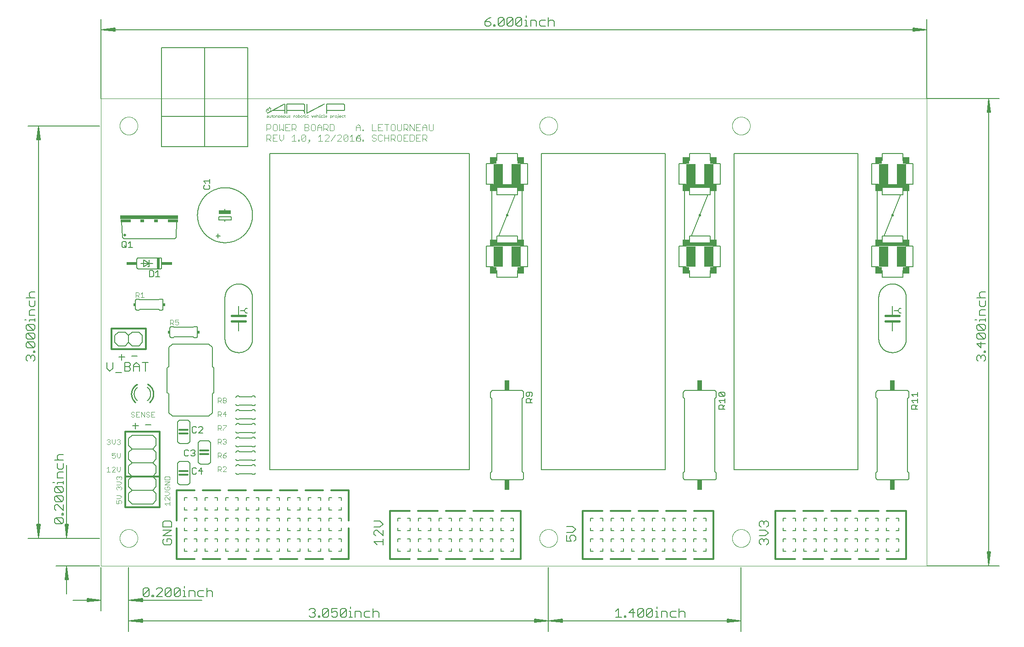
<source format=gto>
G75*
%MOIN*%
%OFA0B0*%
%FSLAX25Y25*%
%IPPOS*%
%LPD*%
%AMOC8*
5,1,8,0,0,1.08239X$1,22.5*
%
%ADD10C,0.00000*%
%ADD11C,0.00512*%
%ADD12C,0.00600*%
%ADD13C,0.00300*%
%ADD14C,0.01200*%
%ADD15C,0.00400*%
%ADD16C,0.00500*%
%ADD17R,0.09000X0.02500*%
%ADD18R,0.05000X0.05000*%
%ADD19R,0.20000X0.02500*%
%ADD20R,0.07000X0.15000*%
%ADD21C,0.01000*%
%ADD22R,0.01500X0.02000*%
%ADD23C,0.02000*%
%ADD24R,0.42000X0.03000*%
%ADD25R,0.07500X0.02000*%
%ADD26R,0.03000X0.02000*%
%ADD27R,0.02000X0.08000*%
%ADD28C,0.00200*%
%ADD29C,0.01600*%
%ADD30R,0.03200X0.07600*%
D10*
X0240000Y0265000D02*
X0240000Y0605000D01*
X0840000Y0605000D01*
X0840000Y0265000D01*
X0240000Y0265000D01*
X0253500Y0285000D02*
X0253502Y0285161D01*
X0253508Y0285321D01*
X0253518Y0285482D01*
X0253532Y0285642D01*
X0253550Y0285802D01*
X0253571Y0285961D01*
X0253597Y0286120D01*
X0253627Y0286278D01*
X0253660Y0286435D01*
X0253698Y0286592D01*
X0253739Y0286747D01*
X0253784Y0286901D01*
X0253833Y0287054D01*
X0253886Y0287206D01*
X0253942Y0287357D01*
X0254003Y0287506D01*
X0254066Y0287654D01*
X0254134Y0287800D01*
X0254205Y0287944D01*
X0254279Y0288086D01*
X0254357Y0288227D01*
X0254439Y0288365D01*
X0254524Y0288502D01*
X0254612Y0288636D01*
X0254704Y0288768D01*
X0254799Y0288898D01*
X0254897Y0289026D01*
X0254998Y0289151D01*
X0255102Y0289273D01*
X0255209Y0289393D01*
X0255319Y0289510D01*
X0255432Y0289625D01*
X0255548Y0289736D01*
X0255667Y0289845D01*
X0255788Y0289950D01*
X0255912Y0290053D01*
X0256038Y0290153D01*
X0256166Y0290249D01*
X0256297Y0290342D01*
X0256431Y0290432D01*
X0256566Y0290519D01*
X0256704Y0290602D01*
X0256843Y0290682D01*
X0256985Y0290758D01*
X0257128Y0290831D01*
X0257273Y0290900D01*
X0257420Y0290966D01*
X0257568Y0291028D01*
X0257718Y0291086D01*
X0257869Y0291141D01*
X0258022Y0291192D01*
X0258176Y0291239D01*
X0258331Y0291282D01*
X0258487Y0291321D01*
X0258643Y0291357D01*
X0258801Y0291388D01*
X0258959Y0291416D01*
X0259118Y0291440D01*
X0259278Y0291460D01*
X0259438Y0291476D01*
X0259598Y0291488D01*
X0259759Y0291496D01*
X0259920Y0291500D01*
X0260080Y0291500D01*
X0260241Y0291496D01*
X0260402Y0291488D01*
X0260562Y0291476D01*
X0260722Y0291460D01*
X0260882Y0291440D01*
X0261041Y0291416D01*
X0261199Y0291388D01*
X0261357Y0291357D01*
X0261513Y0291321D01*
X0261669Y0291282D01*
X0261824Y0291239D01*
X0261978Y0291192D01*
X0262131Y0291141D01*
X0262282Y0291086D01*
X0262432Y0291028D01*
X0262580Y0290966D01*
X0262727Y0290900D01*
X0262872Y0290831D01*
X0263015Y0290758D01*
X0263157Y0290682D01*
X0263296Y0290602D01*
X0263434Y0290519D01*
X0263569Y0290432D01*
X0263703Y0290342D01*
X0263834Y0290249D01*
X0263962Y0290153D01*
X0264088Y0290053D01*
X0264212Y0289950D01*
X0264333Y0289845D01*
X0264452Y0289736D01*
X0264568Y0289625D01*
X0264681Y0289510D01*
X0264791Y0289393D01*
X0264898Y0289273D01*
X0265002Y0289151D01*
X0265103Y0289026D01*
X0265201Y0288898D01*
X0265296Y0288768D01*
X0265388Y0288636D01*
X0265476Y0288502D01*
X0265561Y0288365D01*
X0265643Y0288227D01*
X0265721Y0288086D01*
X0265795Y0287944D01*
X0265866Y0287800D01*
X0265934Y0287654D01*
X0265997Y0287506D01*
X0266058Y0287357D01*
X0266114Y0287206D01*
X0266167Y0287054D01*
X0266216Y0286901D01*
X0266261Y0286747D01*
X0266302Y0286592D01*
X0266340Y0286435D01*
X0266373Y0286278D01*
X0266403Y0286120D01*
X0266429Y0285961D01*
X0266450Y0285802D01*
X0266468Y0285642D01*
X0266482Y0285482D01*
X0266492Y0285321D01*
X0266498Y0285161D01*
X0266500Y0285000D01*
X0266498Y0284839D01*
X0266492Y0284679D01*
X0266482Y0284518D01*
X0266468Y0284358D01*
X0266450Y0284198D01*
X0266429Y0284039D01*
X0266403Y0283880D01*
X0266373Y0283722D01*
X0266340Y0283565D01*
X0266302Y0283408D01*
X0266261Y0283253D01*
X0266216Y0283099D01*
X0266167Y0282946D01*
X0266114Y0282794D01*
X0266058Y0282643D01*
X0265997Y0282494D01*
X0265934Y0282346D01*
X0265866Y0282200D01*
X0265795Y0282056D01*
X0265721Y0281914D01*
X0265643Y0281773D01*
X0265561Y0281635D01*
X0265476Y0281498D01*
X0265388Y0281364D01*
X0265296Y0281232D01*
X0265201Y0281102D01*
X0265103Y0280974D01*
X0265002Y0280849D01*
X0264898Y0280727D01*
X0264791Y0280607D01*
X0264681Y0280490D01*
X0264568Y0280375D01*
X0264452Y0280264D01*
X0264333Y0280155D01*
X0264212Y0280050D01*
X0264088Y0279947D01*
X0263962Y0279847D01*
X0263834Y0279751D01*
X0263703Y0279658D01*
X0263569Y0279568D01*
X0263434Y0279481D01*
X0263296Y0279398D01*
X0263157Y0279318D01*
X0263015Y0279242D01*
X0262872Y0279169D01*
X0262727Y0279100D01*
X0262580Y0279034D01*
X0262432Y0278972D01*
X0262282Y0278914D01*
X0262131Y0278859D01*
X0261978Y0278808D01*
X0261824Y0278761D01*
X0261669Y0278718D01*
X0261513Y0278679D01*
X0261357Y0278643D01*
X0261199Y0278612D01*
X0261041Y0278584D01*
X0260882Y0278560D01*
X0260722Y0278540D01*
X0260562Y0278524D01*
X0260402Y0278512D01*
X0260241Y0278504D01*
X0260080Y0278500D01*
X0259920Y0278500D01*
X0259759Y0278504D01*
X0259598Y0278512D01*
X0259438Y0278524D01*
X0259278Y0278540D01*
X0259118Y0278560D01*
X0258959Y0278584D01*
X0258801Y0278612D01*
X0258643Y0278643D01*
X0258487Y0278679D01*
X0258331Y0278718D01*
X0258176Y0278761D01*
X0258022Y0278808D01*
X0257869Y0278859D01*
X0257718Y0278914D01*
X0257568Y0278972D01*
X0257420Y0279034D01*
X0257273Y0279100D01*
X0257128Y0279169D01*
X0256985Y0279242D01*
X0256843Y0279318D01*
X0256704Y0279398D01*
X0256566Y0279481D01*
X0256431Y0279568D01*
X0256297Y0279658D01*
X0256166Y0279751D01*
X0256038Y0279847D01*
X0255912Y0279947D01*
X0255788Y0280050D01*
X0255667Y0280155D01*
X0255548Y0280264D01*
X0255432Y0280375D01*
X0255319Y0280490D01*
X0255209Y0280607D01*
X0255102Y0280727D01*
X0254998Y0280849D01*
X0254897Y0280974D01*
X0254799Y0281102D01*
X0254704Y0281232D01*
X0254612Y0281364D01*
X0254524Y0281498D01*
X0254439Y0281635D01*
X0254357Y0281773D01*
X0254279Y0281914D01*
X0254205Y0282056D01*
X0254134Y0282200D01*
X0254066Y0282346D01*
X0254003Y0282494D01*
X0253942Y0282643D01*
X0253886Y0282794D01*
X0253833Y0282946D01*
X0253784Y0283099D01*
X0253739Y0283253D01*
X0253698Y0283408D01*
X0253660Y0283565D01*
X0253627Y0283722D01*
X0253597Y0283880D01*
X0253571Y0284039D01*
X0253550Y0284198D01*
X0253532Y0284358D01*
X0253518Y0284518D01*
X0253508Y0284679D01*
X0253502Y0284839D01*
X0253500Y0285000D01*
X0558500Y0285000D02*
X0558502Y0285161D01*
X0558508Y0285321D01*
X0558518Y0285482D01*
X0558532Y0285642D01*
X0558550Y0285802D01*
X0558571Y0285961D01*
X0558597Y0286120D01*
X0558627Y0286278D01*
X0558660Y0286435D01*
X0558698Y0286592D01*
X0558739Y0286747D01*
X0558784Y0286901D01*
X0558833Y0287054D01*
X0558886Y0287206D01*
X0558942Y0287357D01*
X0559003Y0287506D01*
X0559066Y0287654D01*
X0559134Y0287800D01*
X0559205Y0287944D01*
X0559279Y0288086D01*
X0559357Y0288227D01*
X0559439Y0288365D01*
X0559524Y0288502D01*
X0559612Y0288636D01*
X0559704Y0288768D01*
X0559799Y0288898D01*
X0559897Y0289026D01*
X0559998Y0289151D01*
X0560102Y0289273D01*
X0560209Y0289393D01*
X0560319Y0289510D01*
X0560432Y0289625D01*
X0560548Y0289736D01*
X0560667Y0289845D01*
X0560788Y0289950D01*
X0560912Y0290053D01*
X0561038Y0290153D01*
X0561166Y0290249D01*
X0561297Y0290342D01*
X0561431Y0290432D01*
X0561566Y0290519D01*
X0561704Y0290602D01*
X0561843Y0290682D01*
X0561985Y0290758D01*
X0562128Y0290831D01*
X0562273Y0290900D01*
X0562420Y0290966D01*
X0562568Y0291028D01*
X0562718Y0291086D01*
X0562869Y0291141D01*
X0563022Y0291192D01*
X0563176Y0291239D01*
X0563331Y0291282D01*
X0563487Y0291321D01*
X0563643Y0291357D01*
X0563801Y0291388D01*
X0563959Y0291416D01*
X0564118Y0291440D01*
X0564278Y0291460D01*
X0564438Y0291476D01*
X0564598Y0291488D01*
X0564759Y0291496D01*
X0564920Y0291500D01*
X0565080Y0291500D01*
X0565241Y0291496D01*
X0565402Y0291488D01*
X0565562Y0291476D01*
X0565722Y0291460D01*
X0565882Y0291440D01*
X0566041Y0291416D01*
X0566199Y0291388D01*
X0566357Y0291357D01*
X0566513Y0291321D01*
X0566669Y0291282D01*
X0566824Y0291239D01*
X0566978Y0291192D01*
X0567131Y0291141D01*
X0567282Y0291086D01*
X0567432Y0291028D01*
X0567580Y0290966D01*
X0567727Y0290900D01*
X0567872Y0290831D01*
X0568015Y0290758D01*
X0568157Y0290682D01*
X0568296Y0290602D01*
X0568434Y0290519D01*
X0568569Y0290432D01*
X0568703Y0290342D01*
X0568834Y0290249D01*
X0568962Y0290153D01*
X0569088Y0290053D01*
X0569212Y0289950D01*
X0569333Y0289845D01*
X0569452Y0289736D01*
X0569568Y0289625D01*
X0569681Y0289510D01*
X0569791Y0289393D01*
X0569898Y0289273D01*
X0570002Y0289151D01*
X0570103Y0289026D01*
X0570201Y0288898D01*
X0570296Y0288768D01*
X0570388Y0288636D01*
X0570476Y0288502D01*
X0570561Y0288365D01*
X0570643Y0288227D01*
X0570721Y0288086D01*
X0570795Y0287944D01*
X0570866Y0287800D01*
X0570934Y0287654D01*
X0570997Y0287506D01*
X0571058Y0287357D01*
X0571114Y0287206D01*
X0571167Y0287054D01*
X0571216Y0286901D01*
X0571261Y0286747D01*
X0571302Y0286592D01*
X0571340Y0286435D01*
X0571373Y0286278D01*
X0571403Y0286120D01*
X0571429Y0285961D01*
X0571450Y0285802D01*
X0571468Y0285642D01*
X0571482Y0285482D01*
X0571492Y0285321D01*
X0571498Y0285161D01*
X0571500Y0285000D01*
X0571498Y0284839D01*
X0571492Y0284679D01*
X0571482Y0284518D01*
X0571468Y0284358D01*
X0571450Y0284198D01*
X0571429Y0284039D01*
X0571403Y0283880D01*
X0571373Y0283722D01*
X0571340Y0283565D01*
X0571302Y0283408D01*
X0571261Y0283253D01*
X0571216Y0283099D01*
X0571167Y0282946D01*
X0571114Y0282794D01*
X0571058Y0282643D01*
X0570997Y0282494D01*
X0570934Y0282346D01*
X0570866Y0282200D01*
X0570795Y0282056D01*
X0570721Y0281914D01*
X0570643Y0281773D01*
X0570561Y0281635D01*
X0570476Y0281498D01*
X0570388Y0281364D01*
X0570296Y0281232D01*
X0570201Y0281102D01*
X0570103Y0280974D01*
X0570002Y0280849D01*
X0569898Y0280727D01*
X0569791Y0280607D01*
X0569681Y0280490D01*
X0569568Y0280375D01*
X0569452Y0280264D01*
X0569333Y0280155D01*
X0569212Y0280050D01*
X0569088Y0279947D01*
X0568962Y0279847D01*
X0568834Y0279751D01*
X0568703Y0279658D01*
X0568569Y0279568D01*
X0568434Y0279481D01*
X0568296Y0279398D01*
X0568157Y0279318D01*
X0568015Y0279242D01*
X0567872Y0279169D01*
X0567727Y0279100D01*
X0567580Y0279034D01*
X0567432Y0278972D01*
X0567282Y0278914D01*
X0567131Y0278859D01*
X0566978Y0278808D01*
X0566824Y0278761D01*
X0566669Y0278718D01*
X0566513Y0278679D01*
X0566357Y0278643D01*
X0566199Y0278612D01*
X0566041Y0278584D01*
X0565882Y0278560D01*
X0565722Y0278540D01*
X0565562Y0278524D01*
X0565402Y0278512D01*
X0565241Y0278504D01*
X0565080Y0278500D01*
X0564920Y0278500D01*
X0564759Y0278504D01*
X0564598Y0278512D01*
X0564438Y0278524D01*
X0564278Y0278540D01*
X0564118Y0278560D01*
X0563959Y0278584D01*
X0563801Y0278612D01*
X0563643Y0278643D01*
X0563487Y0278679D01*
X0563331Y0278718D01*
X0563176Y0278761D01*
X0563022Y0278808D01*
X0562869Y0278859D01*
X0562718Y0278914D01*
X0562568Y0278972D01*
X0562420Y0279034D01*
X0562273Y0279100D01*
X0562128Y0279169D01*
X0561985Y0279242D01*
X0561843Y0279318D01*
X0561704Y0279398D01*
X0561566Y0279481D01*
X0561431Y0279568D01*
X0561297Y0279658D01*
X0561166Y0279751D01*
X0561038Y0279847D01*
X0560912Y0279947D01*
X0560788Y0280050D01*
X0560667Y0280155D01*
X0560548Y0280264D01*
X0560432Y0280375D01*
X0560319Y0280490D01*
X0560209Y0280607D01*
X0560102Y0280727D01*
X0559998Y0280849D01*
X0559897Y0280974D01*
X0559799Y0281102D01*
X0559704Y0281232D01*
X0559612Y0281364D01*
X0559524Y0281498D01*
X0559439Y0281635D01*
X0559357Y0281773D01*
X0559279Y0281914D01*
X0559205Y0282056D01*
X0559134Y0282200D01*
X0559066Y0282346D01*
X0559003Y0282494D01*
X0558942Y0282643D01*
X0558886Y0282794D01*
X0558833Y0282946D01*
X0558784Y0283099D01*
X0558739Y0283253D01*
X0558698Y0283408D01*
X0558660Y0283565D01*
X0558627Y0283722D01*
X0558597Y0283880D01*
X0558571Y0284039D01*
X0558550Y0284198D01*
X0558532Y0284358D01*
X0558518Y0284518D01*
X0558508Y0284679D01*
X0558502Y0284839D01*
X0558500Y0285000D01*
X0698500Y0285000D02*
X0698502Y0285161D01*
X0698508Y0285321D01*
X0698518Y0285482D01*
X0698532Y0285642D01*
X0698550Y0285802D01*
X0698571Y0285961D01*
X0698597Y0286120D01*
X0698627Y0286278D01*
X0698660Y0286435D01*
X0698698Y0286592D01*
X0698739Y0286747D01*
X0698784Y0286901D01*
X0698833Y0287054D01*
X0698886Y0287206D01*
X0698942Y0287357D01*
X0699003Y0287506D01*
X0699066Y0287654D01*
X0699134Y0287800D01*
X0699205Y0287944D01*
X0699279Y0288086D01*
X0699357Y0288227D01*
X0699439Y0288365D01*
X0699524Y0288502D01*
X0699612Y0288636D01*
X0699704Y0288768D01*
X0699799Y0288898D01*
X0699897Y0289026D01*
X0699998Y0289151D01*
X0700102Y0289273D01*
X0700209Y0289393D01*
X0700319Y0289510D01*
X0700432Y0289625D01*
X0700548Y0289736D01*
X0700667Y0289845D01*
X0700788Y0289950D01*
X0700912Y0290053D01*
X0701038Y0290153D01*
X0701166Y0290249D01*
X0701297Y0290342D01*
X0701431Y0290432D01*
X0701566Y0290519D01*
X0701704Y0290602D01*
X0701843Y0290682D01*
X0701985Y0290758D01*
X0702128Y0290831D01*
X0702273Y0290900D01*
X0702420Y0290966D01*
X0702568Y0291028D01*
X0702718Y0291086D01*
X0702869Y0291141D01*
X0703022Y0291192D01*
X0703176Y0291239D01*
X0703331Y0291282D01*
X0703487Y0291321D01*
X0703643Y0291357D01*
X0703801Y0291388D01*
X0703959Y0291416D01*
X0704118Y0291440D01*
X0704278Y0291460D01*
X0704438Y0291476D01*
X0704598Y0291488D01*
X0704759Y0291496D01*
X0704920Y0291500D01*
X0705080Y0291500D01*
X0705241Y0291496D01*
X0705402Y0291488D01*
X0705562Y0291476D01*
X0705722Y0291460D01*
X0705882Y0291440D01*
X0706041Y0291416D01*
X0706199Y0291388D01*
X0706357Y0291357D01*
X0706513Y0291321D01*
X0706669Y0291282D01*
X0706824Y0291239D01*
X0706978Y0291192D01*
X0707131Y0291141D01*
X0707282Y0291086D01*
X0707432Y0291028D01*
X0707580Y0290966D01*
X0707727Y0290900D01*
X0707872Y0290831D01*
X0708015Y0290758D01*
X0708157Y0290682D01*
X0708296Y0290602D01*
X0708434Y0290519D01*
X0708569Y0290432D01*
X0708703Y0290342D01*
X0708834Y0290249D01*
X0708962Y0290153D01*
X0709088Y0290053D01*
X0709212Y0289950D01*
X0709333Y0289845D01*
X0709452Y0289736D01*
X0709568Y0289625D01*
X0709681Y0289510D01*
X0709791Y0289393D01*
X0709898Y0289273D01*
X0710002Y0289151D01*
X0710103Y0289026D01*
X0710201Y0288898D01*
X0710296Y0288768D01*
X0710388Y0288636D01*
X0710476Y0288502D01*
X0710561Y0288365D01*
X0710643Y0288227D01*
X0710721Y0288086D01*
X0710795Y0287944D01*
X0710866Y0287800D01*
X0710934Y0287654D01*
X0710997Y0287506D01*
X0711058Y0287357D01*
X0711114Y0287206D01*
X0711167Y0287054D01*
X0711216Y0286901D01*
X0711261Y0286747D01*
X0711302Y0286592D01*
X0711340Y0286435D01*
X0711373Y0286278D01*
X0711403Y0286120D01*
X0711429Y0285961D01*
X0711450Y0285802D01*
X0711468Y0285642D01*
X0711482Y0285482D01*
X0711492Y0285321D01*
X0711498Y0285161D01*
X0711500Y0285000D01*
X0711498Y0284839D01*
X0711492Y0284679D01*
X0711482Y0284518D01*
X0711468Y0284358D01*
X0711450Y0284198D01*
X0711429Y0284039D01*
X0711403Y0283880D01*
X0711373Y0283722D01*
X0711340Y0283565D01*
X0711302Y0283408D01*
X0711261Y0283253D01*
X0711216Y0283099D01*
X0711167Y0282946D01*
X0711114Y0282794D01*
X0711058Y0282643D01*
X0710997Y0282494D01*
X0710934Y0282346D01*
X0710866Y0282200D01*
X0710795Y0282056D01*
X0710721Y0281914D01*
X0710643Y0281773D01*
X0710561Y0281635D01*
X0710476Y0281498D01*
X0710388Y0281364D01*
X0710296Y0281232D01*
X0710201Y0281102D01*
X0710103Y0280974D01*
X0710002Y0280849D01*
X0709898Y0280727D01*
X0709791Y0280607D01*
X0709681Y0280490D01*
X0709568Y0280375D01*
X0709452Y0280264D01*
X0709333Y0280155D01*
X0709212Y0280050D01*
X0709088Y0279947D01*
X0708962Y0279847D01*
X0708834Y0279751D01*
X0708703Y0279658D01*
X0708569Y0279568D01*
X0708434Y0279481D01*
X0708296Y0279398D01*
X0708157Y0279318D01*
X0708015Y0279242D01*
X0707872Y0279169D01*
X0707727Y0279100D01*
X0707580Y0279034D01*
X0707432Y0278972D01*
X0707282Y0278914D01*
X0707131Y0278859D01*
X0706978Y0278808D01*
X0706824Y0278761D01*
X0706669Y0278718D01*
X0706513Y0278679D01*
X0706357Y0278643D01*
X0706199Y0278612D01*
X0706041Y0278584D01*
X0705882Y0278560D01*
X0705722Y0278540D01*
X0705562Y0278524D01*
X0705402Y0278512D01*
X0705241Y0278504D01*
X0705080Y0278500D01*
X0704920Y0278500D01*
X0704759Y0278504D01*
X0704598Y0278512D01*
X0704438Y0278524D01*
X0704278Y0278540D01*
X0704118Y0278560D01*
X0703959Y0278584D01*
X0703801Y0278612D01*
X0703643Y0278643D01*
X0703487Y0278679D01*
X0703331Y0278718D01*
X0703176Y0278761D01*
X0703022Y0278808D01*
X0702869Y0278859D01*
X0702718Y0278914D01*
X0702568Y0278972D01*
X0702420Y0279034D01*
X0702273Y0279100D01*
X0702128Y0279169D01*
X0701985Y0279242D01*
X0701843Y0279318D01*
X0701704Y0279398D01*
X0701566Y0279481D01*
X0701431Y0279568D01*
X0701297Y0279658D01*
X0701166Y0279751D01*
X0701038Y0279847D01*
X0700912Y0279947D01*
X0700788Y0280050D01*
X0700667Y0280155D01*
X0700548Y0280264D01*
X0700432Y0280375D01*
X0700319Y0280490D01*
X0700209Y0280607D01*
X0700102Y0280727D01*
X0699998Y0280849D01*
X0699897Y0280974D01*
X0699799Y0281102D01*
X0699704Y0281232D01*
X0699612Y0281364D01*
X0699524Y0281498D01*
X0699439Y0281635D01*
X0699357Y0281773D01*
X0699279Y0281914D01*
X0699205Y0282056D01*
X0699134Y0282200D01*
X0699066Y0282346D01*
X0699003Y0282494D01*
X0698942Y0282643D01*
X0698886Y0282794D01*
X0698833Y0282946D01*
X0698784Y0283099D01*
X0698739Y0283253D01*
X0698698Y0283408D01*
X0698660Y0283565D01*
X0698627Y0283722D01*
X0698597Y0283880D01*
X0698571Y0284039D01*
X0698550Y0284198D01*
X0698532Y0284358D01*
X0698518Y0284518D01*
X0698508Y0284679D01*
X0698502Y0284839D01*
X0698500Y0285000D01*
X0698500Y0585000D02*
X0698502Y0585161D01*
X0698508Y0585321D01*
X0698518Y0585482D01*
X0698532Y0585642D01*
X0698550Y0585802D01*
X0698571Y0585961D01*
X0698597Y0586120D01*
X0698627Y0586278D01*
X0698660Y0586435D01*
X0698698Y0586592D01*
X0698739Y0586747D01*
X0698784Y0586901D01*
X0698833Y0587054D01*
X0698886Y0587206D01*
X0698942Y0587357D01*
X0699003Y0587506D01*
X0699066Y0587654D01*
X0699134Y0587800D01*
X0699205Y0587944D01*
X0699279Y0588086D01*
X0699357Y0588227D01*
X0699439Y0588365D01*
X0699524Y0588502D01*
X0699612Y0588636D01*
X0699704Y0588768D01*
X0699799Y0588898D01*
X0699897Y0589026D01*
X0699998Y0589151D01*
X0700102Y0589273D01*
X0700209Y0589393D01*
X0700319Y0589510D01*
X0700432Y0589625D01*
X0700548Y0589736D01*
X0700667Y0589845D01*
X0700788Y0589950D01*
X0700912Y0590053D01*
X0701038Y0590153D01*
X0701166Y0590249D01*
X0701297Y0590342D01*
X0701431Y0590432D01*
X0701566Y0590519D01*
X0701704Y0590602D01*
X0701843Y0590682D01*
X0701985Y0590758D01*
X0702128Y0590831D01*
X0702273Y0590900D01*
X0702420Y0590966D01*
X0702568Y0591028D01*
X0702718Y0591086D01*
X0702869Y0591141D01*
X0703022Y0591192D01*
X0703176Y0591239D01*
X0703331Y0591282D01*
X0703487Y0591321D01*
X0703643Y0591357D01*
X0703801Y0591388D01*
X0703959Y0591416D01*
X0704118Y0591440D01*
X0704278Y0591460D01*
X0704438Y0591476D01*
X0704598Y0591488D01*
X0704759Y0591496D01*
X0704920Y0591500D01*
X0705080Y0591500D01*
X0705241Y0591496D01*
X0705402Y0591488D01*
X0705562Y0591476D01*
X0705722Y0591460D01*
X0705882Y0591440D01*
X0706041Y0591416D01*
X0706199Y0591388D01*
X0706357Y0591357D01*
X0706513Y0591321D01*
X0706669Y0591282D01*
X0706824Y0591239D01*
X0706978Y0591192D01*
X0707131Y0591141D01*
X0707282Y0591086D01*
X0707432Y0591028D01*
X0707580Y0590966D01*
X0707727Y0590900D01*
X0707872Y0590831D01*
X0708015Y0590758D01*
X0708157Y0590682D01*
X0708296Y0590602D01*
X0708434Y0590519D01*
X0708569Y0590432D01*
X0708703Y0590342D01*
X0708834Y0590249D01*
X0708962Y0590153D01*
X0709088Y0590053D01*
X0709212Y0589950D01*
X0709333Y0589845D01*
X0709452Y0589736D01*
X0709568Y0589625D01*
X0709681Y0589510D01*
X0709791Y0589393D01*
X0709898Y0589273D01*
X0710002Y0589151D01*
X0710103Y0589026D01*
X0710201Y0588898D01*
X0710296Y0588768D01*
X0710388Y0588636D01*
X0710476Y0588502D01*
X0710561Y0588365D01*
X0710643Y0588227D01*
X0710721Y0588086D01*
X0710795Y0587944D01*
X0710866Y0587800D01*
X0710934Y0587654D01*
X0710997Y0587506D01*
X0711058Y0587357D01*
X0711114Y0587206D01*
X0711167Y0587054D01*
X0711216Y0586901D01*
X0711261Y0586747D01*
X0711302Y0586592D01*
X0711340Y0586435D01*
X0711373Y0586278D01*
X0711403Y0586120D01*
X0711429Y0585961D01*
X0711450Y0585802D01*
X0711468Y0585642D01*
X0711482Y0585482D01*
X0711492Y0585321D01*
X0711498Y0585161D01*
X0711500Y0585000D01*
X0711498Y0584839D01*
X0711492Y0584679D01*
X0711482Y0584518D01*
X0711468Y0584358D01*
X0711450Y0584198D01*
X0711429Y0584039D01*
X0711403Y0583880D01*
X0711373Y0583722D01*
X0711340Y0583565D01*
X0711302Y0583408D01*
X0711261Y0583253D01*
X0711216Y0583099D01*
X0711167Y0582946D01*
X0711114Y0582794D01*
X0711058Y0582643D01*
X0710997Y0582494D01*
X0710934Y0582346D01*
X0710866Y0582200D01*
X0710795Y0582056D01*
X0710721Y0581914D01*
X0710643Y0581773D01*
X0710561Y0581635D01*
X0710476Y0581498D01*
X0710388Y0581364D01*
X0710296Y0581232D01*
X0710201Y0581102D01*
X0710103Y0580974D01*
X0710002Y0580849D01*
X0709898Y0580727D01*
X0709791Y0580607D01*
X0709681Y0580490D01*
X0709568Y0580375D01*
X0709452Y0580264D01*
X0709333Y0580155D01*
X0709212Y0580050D01*
X0709088Y0579947D01*
X0708962Y0579847D01*
X0708834Y0579751D01*
X0708703Y0579658D01*
X0708569Y0579568D01*
X0708434Y0579481D01*
X0708296Y0579398D01*
X0708157Y0579318D01*
X0708015Y0579242D01*
X0707872Y0579169D01*
X0707727Y0579100D01*
X0707580Y0579034D01*
X0707432Y0578972D01*
X0707282Y0578914D01*
X0707131Y0578859D01*
X0706978Y0578808D01*
X0706824Y0578761D01*
X0706669Y0578718D01*
X0706513Y0578679D01*
X0706357Y0578643D01*
X0706199Y0578612D01*
X0706041Y0578584D01*
X0705882Y0578560D01*
X0705722Y0578540D01*
X0705562Y0578524D01*
X0705402Y0578512D01*
X0705241Y0578504D01*
X0705080Y0578500D01*
X0704920Y0578500D01*
X0704759Y0578504D01*
X0704598Y0578512D01*
X0704438Y0578524D01*
X0704278Y0578540D01*
X0704118Y0578560D01*
X0703959Y0578584D01*
X0703801Y0578612D01*
X0703643Y0578643D01*
X0703487Y0578679D01*
X0703331Y0578718D01*
X0703176Y0578761D01*
X0703022Y0578808D01*
X0702869Y0578859D01*
X0702718Y0578914D01*
X0702568Y0578972D01*
X0702420Y0579034D01*
X0702273Y0579100D01*
X0702128Y0579169D01*
X0701985Y0579242D01*
X0701843Y0579318D01*
X0701704Y0579398D01*
X0701566Y0579481D01*
X0701431Y0579568D01*
X0701297Y0579658D01*
X0701166Y0579751D01*
X0701038Y0579847D01*
X0700912Y0579947D01*
X0700788Y0580050D01*
X0700667Y0580155D01*
X0700548Y0580264D01*
X0700432Y0580375D01*
X0700319Y0580490D01*
X0700209Y0580607D01*
X0700102Y0580727D01*
X0699998Y0580849D01*
X0699897Y0580974D01*
X0699799Y0581102D01*
X0699704Y0581232D01*
X0699612Y0581364D01*
X0699524Y0581498D01*
X0699439Y0581635D01*
X0699357Y0581773D01*
X0699279Y0581914D01*
X0699205Y0582056D01*
X0699134Y0582200D01*
X0699066Y0582346D01*
X0699003Y0582494D01*
X0698942Y0582643D01*
X0698886Y0582794D01*
X0698833Y0582946D01*
X0698784Y0583099D01*
X0698739Y0583253D01*
X0698698Y0583408D01*
X0698660Y0583565D01*
X0698627Y0583722D01*
X0698597Y0583880D01*
X0698571Y0584039D01*
X0698550Y0584198D01*
X0698532Y0584358D01*
X0698518Y0584518D01*
X0698508Y0584679D01*
X0698502Y0584839D01*
X0698500Y0585000D01*
X0558500Y0585000D02*
X0558502Y0585161D01*
X0558508Y0585321D01*
X0558518Y0585482D01*
X0558532Y0585642D01*
X0558550Y0585802D01*
X0558571Y0585961D01*
X0558597Y0586120D01*
X0558627Y0586278D01*
X0558660Y0586435D01*
X0558698Y0586592D01*
X0558739Y0586747D01*
X0558784Y0586901D01*
X0558833Y0587054D01*
X0558886Y0587206D01*
X0558942Y0587357D01*
X0559003Y0587506D01*
X0559066Y0587654D01*
X0559134Y0587800D01*
X0559205Y0587944D01*
X0559279Y0588086D01*
X0559357Y0588227D01*
X0559439Y0588365D01*
X0559524Y0588502D01*
X0559612Y0588636D01*
X0559704Y0588768D01*
X0559799Y0588898D01*
X0559897Y0589026D01*
X0559998Y0589151D01*
X0560102Y0589273D01*
X0560209Y0589393D01*
X0560319Y0589510D01*
X0560432Y0589625D01*
X0560548Y0589736D01*
X0560667Y0589845D01*
X0560788Y0589950D01*
X0560912Y0590053D01*
X0561038Y0590153D01*
X0561166Y0590249D01*
X0561297Y0590342D01*
X0561431Y0590432D01*
X0561566Y0590519D01*
X0561704Y0590602D01*
X0561843Y0590682D01*
X0561985Y0590758D01*
X0562128Y0590831D01*
X0562273Y0590900D01*
X0562420Y0590966D01*
X0562568Y0591028D01*
X0562718Y0591086D01*
X0562869Y0591141D01*
X0563022Y0591192D01*
X0563176Y0591239D01*
X0563331Y0591282D01*
X0563487Y0591321D01*
X0563643Y0591357D01*
X0563801Y0591388D01*
X0563959Y0591416D01*
X0564118Y0591440D01*
X0564278Y0591460D01*
X0564438Y0591476D01*
X0564598Y0591488D01*
X0564759Y0591496D01*
X0564920Y0591500D01*
X0565080Y0591500D01*
X0565241Y0591496D01*
X0565402Y0591488D01*
X0565562Y0591476D01*
X0565722Y0591460D01*
X0565882Y0591440D01*
X0566041Y0591416D01*
X0566199Y0591388D01*
X0566357Y0591357D01*
X0566513Y0591321D01*
X0566669Y0591282D01*
X0566824Y0591239D01*
X0566978Y0591192D01*
X0567131Y0591141D01*
X0567282Y0591086D01*
X0567432Y0591028D01*
X0567580Y0590966D01*
X0567727Y0590900D01*
X0567872Y0590831D01*
X0568015Y0590758D01*
X0568157Y0590682D01*
X0568296Y0590602D01*
X0568434Y0590519D01*
X0568569Y0590432D01*
X0568703Y0590342D01*
X0568834Y0590249D01*
X0568962Y0590153D01*
X0569088Y0590053D01*
X0569212Y0589950D01*
X0569333Y0589845D01*
X0569452Y0589736D01*
X0569568Y0589625D01*
X0569681Y0589510D01*
X0569791Y0589393D01*
X0569898Y0589273D01*
X0570002Y0589151D01*
X0570103Y0589026D01*
X0570201Y0588898D01*
X0570296Y0588768D01*
X0570388Y0588636D01*
X0570476Y0588502D01*
X0570561Y0588365D01*
X0570643Y0588227D01*
X0570721Y0588086D01*
X0570795Y0587944D01*
X0570866Y0587800D01*
X0570934Y0587654D01*
X0570997Y0587506D01*
X0571058Y0587357D01*
X0571114Y0587206D01*
X0571167Y0587054D01*
X0571216Y0586901D01*
X0571261Y0586747D01*
X0571302Y0586592D01*
X0571340Y0586435D01*
X0571373Y0586278D01*
X0571403Y0586120D01*
X0571429Y0585961D01*
X0571450Y0585802D01*
X0571468Y0585642D01*
X0571482Y0585482D01*
X0571492Y0585321D01*
X0571498Y0585161D01*
X0571500Y0585000D01*
X0571498Y0584839D01*
X0571492Y0584679D01*
X0571482Y0584518D01*
X0571468Y0584358D01*
X0571450Y0584198D01*
X0571429Y0584039D01*
X0571403Y0583880D01*
X0571373Y0583722D01*
X0571340Y0583565D01*
X0571302Y0583408D01*
X0571261Y0583253D01*
X0571216Y0583099D01*
X0571167Y0582946D01*
X0571114Y0582794D01*
X0571058Y0582643D01*
X0570997Y0582494D01*
X0570934Y0582346D01*
X0570866Y0582200D01*
X0570795Y0582056D01*
X0570721Y0581914D01*
X0570643Y0581773D01*
X0570561Y0581635D01*
X0570476Y0581498D01*
X0570388Y0581364D01*
X0570296Y0581232D01*
X0570201Y0581102D01*
X0570103Y0580974D01*
X0570002Y0580849D01*
X0569898Y0580727D01*
X0569791Y0580607D01*
X0569681Y0580490D01*
X0569568Y0580375D01*
X0569452Y0580264D01*
X0569333Y0580155D01*
X0569212Y0580050D01*
X0569088Y0579947D01*
X0568962Y0579847D01*
X0568834Y0579751D01*
X0568703Y0579658D01*
X0568569Y0579568D01*
X0568434Y0579481D01*
X0568296Y0579398D01*
X0568157Y0579318D01*
X0568015Y0579242D01*
X0567872Y0579169D01*
X0567727Y0579100D01*
X0567580Y0579034D01*
X0567432Y0578972D01*
X0567282Y0578914D01*
X0567131Y0578859D01*
X0566978Y0578808D01*
X0566824Y0578761D01*
X0566669Y0578718D01*
X0566513Y0578679D01*
X0566357Y0578643D01*
X0566199Y0578612D01*
X0566041Y0578584D01*
X0565882Y0578560D01*
X0565722Y0578540D01*
X0565562Y0578524D01*
X0565402Y0578512D01*
X0565241Y0578504D01*
X0565080Y0578500D01*
X0564920Y0578500D01*
X0564759Y0578504D01*
X0564598Y0578512D01*
X0564438Y0578524D01*
X0564278Y0578540D01*
X0564118Y0578560D01*
X0563959Y0578584D01*
X0563801Y0578612D01*
X0563643Y0578643D01*
X0563487Y0578679D01*
X0563331Y0578718D01*
X0563176Y0578761D01*
X0563022Y0578808D01*
X0562869Y0578859D01*
X0562718Y0578914D01*
X0562568Y0578972D01*
X0562420Y0579034D01*
X0562273Y0579100D01*
X0562128Y0579169D01*
X0561985Y0579242D01*
X0561843Y0579318D01*
X0561704Y0579398D01*
X0561566Y0579481D01*
X0561431Y0579568D01*
X0561297Y0579658D01*
X0561166Y0579751D01*
X0561038Y0579847D01*
X0560912Y0579947D01*
X0560788Y0580050D01*
X0560667Y0580155D01*
X0560548Y0580264D01*
X0560432Y0580375D01*
X0560319Y0580490D01*
X0560209Y0580607D01*
X0560102Y0580727D01*
X0559998Y0580849D01*
X0559897Y0580974D01*
X0559799Y0581102D01*
X0559704Y0581232D01*
X0559612Y0581364D01*
X0559524Y0581498D01*
X0559439Y0581635D01*
X0559357Y0581773D01*
X0559279Y0581914D01*
X0559205Y0582056D01*
X0559134Y0582200D01*
X0559066Y0582346D01*
X0559003Y0582494D01*
X0558942Y0582643D01*
X0558886Y0582794D01*
X0558833Y0582946D01*
X0558784Y0583099D01*
X0558739Y0583253D01*
X0558698Y0583408D01*
X0558660Y0583565D01*
X0558627Y0583722D01*
X0558597Y0583880D01*
X0558571Y0584039D01*
X0558550Y0584198D01*
X0558532Y0584358D01*
X0558518Y0584518D01*
X0558508Y0584679D01*
X0558502Y0584839D01*
X0558500Y0585000D01*
X0253500Y0585000D02*
X0253502Y0585161D01*
X0253508Y0585321D01*
X0253518Y0585482D01*
X0253532Y0585642D01*
X0253550Y0585802D01*
X0253571Y0585961D01*
X0253597Y0586120D01*
X0253627Y0586278D01*
X0253660Y0586435D01*
X0253698Y0586592D01*
X0253739Y0586747D01*
X0253784Y0586901D01*
X0253833Y0587054D01*
X0253886Y0587206D01*
X0253942Y0587357D01*
X0254003Y0587506D01*
X0254066Y0587654D01*
X0254134Y0587800D01*
X0254205Y0587944D01*
X0254279Y0588086D01*
X0254357Y0588227D01*
X0254439Y0588365D01*
X0254524Y0588502D01*
X0254612Y0588636D01*
X0254704Y0588768D01*
X0254799Y0588898D01*
X0254897Y0589026D01*
X0254998Y0589151D01*
X0255102Y0589273D01*
X0255209Y0589393D01*
X0255319Y0589510D01*
X0255432Y0589625D01*
X0255548Y0589736D01*
X0255667Y0589845D01*
X0255788Y0589950D01*
X0255912Y0590053D01*
X0256038Y0590153D01*
X0256166Y0590249D01*
X0256297Y0590342D01*
X0256431Y0590432D01*
X0256566Y0590519D01*
X0256704Y0590602D01*
X0256843Y0590682D01*
X0256985Y0590758D01*
X0257128Y0590831D01*
X0257273Y0590900D01*
X0257420Y0590966D01*
X0257568Y0591028D01*
X0257718Y0591086D01*
X0257869Y0591141D01*
X0258022Y0591192D01*
X0258176Y0591239D01*
X0258331Y0591282D01*
X0258487Y0591321D01*
X0258643Y0591357D01*
X0258801Y0591388D01*
X0258959Y0591416D01*
X0259118Y0591440D01*
X0259278Y0591460D01*
X0259438Y0591476D01*
X0259598Y0591488D01*
X0259759Y0591496D01*
X0259920Y0591500D01*
X0260080Y0591500D01*
X0260241Y0591496D01*
X0260402Y0591488D01*
X0260562Y0591476D01*
X0260722Y0591460D01*
X0260882Y0591440D01*
X0261041Y0591416D01*
X0261199Y0591388D01*
X0261357Y0591357D01*
X0261513Y0591321D01*
X0261669Y0591282D01*
X0261824Y0591239D01*
X0261978Y0591192D01*
X0262131Y0591141D01*
X0262282Y0591086D01*
X0262432Y0591028D01*
X0262580Y0590966D01*
X0262727Y0590900D01*
X0262872Y0590831D01*
X0263015Y0590758D01*
X0263157Y0590682D01*
X0263296Y0590602D01*
X0263434Y0590519D01*
X0263569Y0590432D01*
X0263703Y0590342D01*
X0263834Y0590249D01*
X0263962Y0590153D01*
X0264088Y0590053D01*
X0264212Y0589950D01*
X0264333Y0589845D01*
X0264452Y0589736D01*
X0264568Y0589625D01*
X0264681Y0589510D01*
X0264791Y0589393D01*
X0264898Y0589273D01*
X0265002Y0589151D01*
X0265103Y0589026D01*
X0265201Y0588898D01*
X0265296Y0588768D01*
X0265388Y0588636D01*
X0265476Y0588502D01*
X0265561Y0588365D01*
X0265643Y0588227D01*
X0265721Y0588086D01*
X0265795Y0587944D01*
X0265866Y0587800D01*
X0265934Y0587654D01*
X0265997Y0587506D01*
X0266058Y0587357D01*
X0266114Y0587206D01*
X0266167Y0587054D01*
X0266216Y0586901D01*
X0266261Y0586747D01*
X0266302Y0586592D01*
X0266340Y0586435D01*
X0266373Y0586278D01*
X0266403Y0586120D01*
X0266429Y0585961D01*
X0266450Y0585802D01*
X0266468Y0585642D01*
X0266482Y0585482D01*
X0266492Y0585321D01*
X0266498Y0585161D01*
X0266500Y0585000D01*
X0266498Y0584839D01*
X0266492Y0584679D01*
X0266482Y0584518D01*
X0266468Y0584358D01*
X0266450Y0584198D01*
X0266429Y0584039D01*
X0266403Y0583880D01*
X0266373Y0583722D01*
X0266340Y0583565D01*
X0266302Y0583408D01*
X0266261Y0583253D01*
X0266216Y0583099D01*
X0266167Y0582946D01*
X0266114Y0582794D01*
X0266058Y0582643D01*
X0265997Y0582494D01*
X0265934Y0582346D01*
X0265866Y0582200D01*
X0265795Y0582056D01*
X0265721Y0581914D01*
X0265643Y0581773D01*
X0265561Y0581635D01*
X0265476Y0581498D01*
X0265388Y0581364D01*
X0265296Y0581232D01*
X0265201Y0581102D01*
X0265103Y0580974D01*
X0265002Y0580849D01*
X0264898Y0580727D01*
X0264791Y0580607D01*
X0264681Y0580490D01*
X0264568Y0580375D01*
X0264452Y0580264D01*
X0264333Y0580155D01*
X0264212Y0580050D01*
X0264088Y0579947D01*
X0263962Y0579847D01*
X0263834Y0579751D01*
X0263703Y0579658D01*
X0263569Y0579568D01*
X0263434Y0579481D01*
X0263296Y0579398D01*
X0263157Y0579318D01*
X0263015Y0579242D01*
X0262872Y0579169D01*
X0262727Y0579100D01*
X0262580Y0579034D01*
X0262432Y0578972D01*
X0262282Y0578914D01*
X0262131Y0578859D01*
X0261978Y0578808D01*
X0261824Y0578761D01*
X0261669Y0578718D01*
X0261513Y0578679D01*
X0261357Y0578643D01*
X0261199Y0578612D01*
X0261041Y0578584D01*
X0260882Y0578560D01*
X0260722Y0578540D01*
X0260562Y0578524D01*
X0260402Y0578512D01*
X0260241Y0578504D01*
X0260080Y0578500D01*
X0259920Y0578500D01*
X0259759Y0578504D01*
X0259598Y0578512D01*
X0259438Y0578524D01*
X0259278Y0578540D01*
X0259118Y0578560D01*
X0258959Y0578584D01*
X0258801Y0578612D01*
X0258643Y0578643D01*
X0258487Y0578679D01*
X0258331Y0578718D01*
X0258176Y0578761D01*
X0258022Y0578808D01*
X0257869Y0578859D01*
X0257718Y0578914D01*
X0257568Y0578972D01*
X0257420Y0579034D01*
X0257273Y0579100D01*
X0257128Y0579169D01*
X0256985Y0579242D01*
X0256843Y0579318D01*
X0256704Y0579398D01*
X0256566Y0579481D01*
X0256431Y0579568D01*
X0256297Y0579658D01*
X0256166Y0579751D01*
X0256038Y0579847D01*
X0255912Y0579947D01*
X0255788Y0580050D01*
X0255667Y0580155D01*
X0255548Y0580264D01*
X0255432Y0580375D01*
X0255319Y0580490D01*
X0255209Y0580607D01*
X0255102Y0580727D01*
X0254998Y0580849D01*
X0254897Y0580974D01*
X0254799Y0581102D01*
X0254704Y0581232D01*
X0254612Y0581364D01*
X0254524Y0581498D01*
X0254439Y0581635D01*
X0254357Y0581773D01*
X0254279Y0581914D01*
X0254205Y0582056D01*
X0254134Y0582200D01*
X0254066Y0582346D01*
X0254003Y0582494D01*
X0253942Y0582643D01*
X0253886Y0582794D01*
X0253833Y0582946D01*
X0253784Y0583099D01*
X0253739Y0583253D01*
X0253698Y0583408D01*
X0253660Y0583565D01*
X0253627Y0583722D01*
X0253597Y0583880D01*
X0253571Y0584039D01*
X0253550Y0584198D01*
X0253532Y0584358D01*
X0253518Y0584518D01*
X0253508Y0584679D01*
X0253502Y0584839D01*
X0253500Y0585000D01*
D11*
X0260000Y0264000D02*
X0260000Y0217323D01*
X0260256Y0225000D02*
X0270236Y0223976D01*
X0270236Y0223743D02*
X0260256Y0225000D01*
X0270236Y0226024D01*
X0270236Y0226257D02*
X0270236Y0223743D01*
X0270236Y0224488D02*
X0260256Y0225000D01*
X0270236Y0225512D01*
X0270236Y0226257D02*
X0260256Y0225000D01*
X0564744Y0225000D01*
X0554764Y0223976D01*
X0554764Y0223743D02*
X0564744Y0225000D01*
X0554764Y0226024D01*
X0554764Y0226257D02*
X0554764Y0223743D01*
X0554764Y0224488D02*
X0564744Y0225000D01*
X0554764Y0225512D01*
X0554764Y0226257D02*
X0564744Y0225000D01*
X0565256Y0225000D02*
X0575236Y0223976D01*
X0575236Y0223743D02*
X0565256Y0225000D01*
X0575236Y0226024D01*
X0575236Y0226257D02*
X0575236Y0223743D01*
X0575236Y0224488D02*
X0565256Y0225000D01*
X0575236Y0225512D01*
X0575236Y0226257D02*
X0565256Y0225000D01*
X0704744Y0225000D01*
X0694764Y0223976D01*
X0694764Y0223743D02*
X0704744Y0225000D01*
X0694764Y0226024D01*
X0694764Y0226257D02*
X0694764Y0223743D01*
X0694764Y0224488D02*
X0704744Y0225000D01*
X0694764Y0225512D01*
X0694764Y0226257D02*
X0704744Y0225000D01*
X0705000Y0217323D02*
X0705000Y0264000D01*
X0840000Y0265000D02*
X0892677Y0265000D01*
X0885000Y0265256D02*
X0886024Y0275236D01*
X0886257Y0275236D02*
X0885000Y0265256D01*
X0883976Y0275236D01*
X0883743Y0275236D02*
X0886257Y0275236D01*
X0885512Y0275236D02*
X0885000Y0265256D01*
X0884488Y0275236D01*
X0883743Y0275236D02*
X0885000Y0265256D01*
X0885000Y0604744D01*
X0886024Y0594764D01*
X0886257Y0594764D02*
X0885000Y0604744D01*
X0883976Y0594764D01*
X0883743Y0594764D02*
X0886257Y0594764D01*
X0885512Y0594764D02*
X0885000Y0604744D01*
X0884488Y0594764D01*
X0883743Y0594764D02*
X0885000Y0604744D01*
X0892677Y0605000D02*
X0840000Y0605000D01*
X0840000Y0662677D01*
X0839744Y0655000D02*
X0829764Y0653976D01*
X0829764Y0653743D02*
X0839744Y0655000D01*
X0829764Y0656024D01*
X0829764Y0656257D02*
X0829764Y0653743D01*
X0829764Y0654488D02*
X0839744Y0655000D01*
X0829764Y0655512D01*
X0829764Y0656257D02*
X0839744Y0655000D01*
X0240256Y0655000D01*
X0250236Y0653976D01*
X0250236Y0653743D02*
X0240256Y0655000D01*
X0250236Y0656024D01*
X0250236Y0656257D02*
X0250236Y0653743D01*
X0250236Y0654488D02*
X0240256Y0655000D01*
X0250236Y0655512D01*
X0250236Y0656257D02*
X0240256Y0655000D01*
X0240000Y0662677D02*
X0240000Y0605000D01*
X0239000Y0585000D02*
X0186900Y0585000D01*
X0194577Y0584744D02*
X0195601Y0574764D01*
X0195834Y0574764D02*
X0194577Y0584744D01*
X0193553Y0574764D01*
X0193320Y0574764D02*
X0195834Y0574764D01*
X0195089Y0574764D02*
X0194577Y0584744D01*
X0194065Y0574764D01*
X0193320Y0574764D02*
X0194577Y0584744D01*
X0194577Y0285256D01*
X0195601Y0295236D01*
X0195834Y0295236D02*
X0194577Y0285256D01*
X0193553Y0295236D01*
X0193320Y0295236D02*
X0195834Y0295236D01*
X0195089Y0295236D02*
X0194577Y0285256D01*
X0194065Y0295236D01*
X0193320Y0295236D02*
X0194577Y0285256D01*
X0186900Y0285000D02*
X0239000Y0285000D01*
X0207323Y0285000D01*
X0215000Y0285256D02*
X0216024Y0295236D01*
X0216257Y0295236D02*
X0215000Y0285256D01*
X0213976Y0295236D01*
X0213743Y0295236D02*
X0216257Y0295236D01*
X0215512Y0295236D02*
X0215000Y0285256D01*
X0214488Y0295236D01*
X0213743Y0295236D02*
X0215000Y0285256D01*
X0215000Y0338284D01*
X0215000Y0264744D02*
X0216024Y0254764D01*
X0216257Y0254764D02*
X0215000Y0264744D01*
X0213976Y0254764D01*
X0213743Y0254764D02*
X0216257Y0254764D01*
X0215512Y0254764D02*
X0215000Y0264744D01*
X0214488Y0254764D01*
X0213743Y0254764D02*
X0215000Y0264744D01*
X0215000Y0244528D01*
X0219528Y0240000D02*
X0239744Y0240000D01*
X0229764Y0238976D01*
X0229764Y0238743D02*
X0239744Y0240000D01*
X0229764Y0241024D01*
X0229764Y0241257D02*
X0229764Y0238743D01*
X0229764Y0239488D02*
X0239744Y0240000D01*
X0229764Y0240512D01*
X0229764Y0241257D02*
X0239744Y0240000D01*
X0240000Y0232323D02*
X0240000Y0264000D01*
X0239000Y0265000D02*
X0207323Y0265000D01*
X0260000Y0264000D02*
X0260000Y0232323D01*
X0260256Y0240000D02*
X0270236Y0238976D01*
X0270236Y0238743D02*
X0260256Y0240000D01*
X0270236Y0241024D01*
X0270236Y0241257D02*
X0270236Y0238743D01*
X0270236Y0239488D02*
X0260256Y0240000D01*
X0270236Y0240512D01*
X0270236Y0241257D02*
X0260256Y0240000D01*
X0313284Y0240000D01*
X0565000Y0217323D02*
X0565000Y0264000D01*
X0565000Y0217323D01*
D12*
X0613776Y0227562D02*
X0618046Y0227562D01*
X0615911Y0227562D02*
X0615911Y0233967D01*
X0613776Y0231832D01*
X0620221Y0228629D02*
X0621289Y0228629D01*
X0621289Y0227562D01*
X0620221Y0227562D01*
X0620221Y0228629D01*
X0623444Y0230765D02*
X0627715Y0230765D01*
X0629890Y0232900D02*
X0630957Y0233967D01*
X0633092Y0233967D01*
X0634160Y0232900D01*
X0629890Y0228629D01*
X0630957Y0227562D01*
X0633092Y0227562D01*
X0634160Y0228629D01*
X0634160Y0232900D01*
X0636335Y0232900D02*
X0637403Y0233967D01*
X0639538Y0233967D01*
X0640606Y0232900D01*
X0636335Y0228629D01*
X0637403Y0227562D01*
X0639538Y0227562D01*
X0640606Y0228629D01*
X0640606Y0232900D01*
X0642781Y0231832D02*
X0643848Y0231832D01*
X0643848Y0227562D01*
X0642781Y0227562D02*
X0644916Y0227562D01*
X0647078Y0227562D02*
X0647078Y0231832D01*
X0650280Y0231832D01*
X0651348Y0230765D01*
X0651348Y0227562D01*
X0653523Y0228629D02*
X0654591Y0227562D01*
X0657794Y0227562D01*
X0659969Y0227562D02*
X0659969Y0233967D01*
X0661036Y0231832D02*
X0663171Y0231832D01*
X0664239Y0230765D01*
X0664239Y0227562D01*
X0659969Y0230765D02*
X0661036Y0231832D01*
X0657794Y0231832D02*
X0654591Y0231832D01*
X0653523Y0230765D01*
X0653523Y0228629D01*
X0643848Y0233967D02*
X0643848Y0235035D01*
X0636335Y0232900D02*
X0636335Y0228629D01*
X0629890Y0228629D02*
X0629890Y0232900D01*
X0626647Y0233967D02*
X0623444Y0230765D01*
X0626647Y0227562D02*
X0626647Y0233967D01*
X0627500Y0275500D02*
X0625500Y0275500D01*
X0625500Y0277500D01*
X0625500Y0282500D02*
X0625500Y0284500D01*
X0627500Y0284500D01*
X0632500Y0284500D02*
X0634500Y0284500D01*
X0634500Y0282500D01*
X0634500Y0277500D02*
X0634500Y0275500D01*
X0632500Y0275500D01*
X0640500Y0275500D02*
X0642500Y0275500D01*
X0640500Y0275500D02*
X0640500Y0277500D01*
X0640500Y0282500D02*
X0640500Y0284500D01*
X0642500Y0284500D01*
X0647500Y0284500D02*
X0649500Y0284500D01*
X0649500Y0282500D01*
X0649500Y0277500D02*
X0649500Y0275500D01*
X0647500Y0275500D01*
X0655500Y0275500D02*
X0657500Y0275500D01*
X0655500Y0275500D02*
X0655500Y0277500D01*
X0655500Y0282500D02*
X0655500Y0284500D01*
X0657500Y0284500D01*
X0662500Y0284500D02*
X0664500Y0284500D01*
X0664500Y0282500D01*
X0664500Y0277500D02*
X0664500Y0275500D01*
X0662500Y0275500D01*
X0670500Y0275500D02*
X0672500Y0275500D01*
X0670500Y0275500D02*
X0670500Y0277500D01*
X0670500Y0282500D02*
X0670500Y0284500D01*
X0672500Y0284500D01*
X0677500Y0284500D02*
X0679500Y0284500D01*
X0679500Y0282500D01*
X0679500Y0277500D02*
X0679500Y0275500D01*
X0677500Y0275500D01*
X0677500Y0290500D02*
X0679500Y0290500D01*
X0679500Y0292500D01*
X0679500Y0297500D02*
X0679500Y0299500D01*
X0677500Y0299500D01*
X0672500Y0299500D02*
X0670500Y0299500D01*
X0670500Y0297500D01*
X0670500Y0292500D02*
X0670500Y0290500D01*
X0672500Y0290500D01*
X0664500Y0290500D02*
X0662500Y0290500D01*
X0664500Y0290500D02*
X0664500Y0292500D01*
X0664500Y0297500D02*
X0664500Y0299500D01*
X0662500Y0299500D01*
X0657500Y0299500D02*
X0655500Y0299500D01*
X0655500Y0297500D01*
X0655500Y0292500D02*
X0655500Y0290500D01*
X0657500Y0290500D01*
X0649500Y0290500D02*
X0647500Y0290500D01*
X0649500Y0290500D02*
X0649500Y0292500D01*
X0649500Y0297500D02*
X0649500Y0299500D01*
X0647500Y0299500D01*
X0642500Y0299500D02*
X0640500Y0299500D01*
X0640500Y0297500D01*
X0640500Y0292500D02*
X0640500Y0290500D01*
X0642500Y0290500D01*
X0634500Y0290500D02*
X0632500Y0290500D01*
X0634500Y0290500D02*
X0634500Y0292500D01*
X0634500Y0297500D02*
X0634500Y0299500D01*
X0632500Y0299500D01*
X0627500Y0299500D02*
X0625500Y0299500D01*
X0625500Y0297500D01*
X0625500Y0292500D02*
X0625500Y0290500D01*
X0627500Y0290500D01*
X0619500Y0290500D02*
X0617500Y0290500D01*
X0619500Y0290500D02*
X0619500Y0292500D01*
X0619500Y0297500D02*
X0619500Y0299500D01*
X0617500Y0299500D01*
X0612500Y0299500D02*
X0610500Y0299500D01*
X0610500Y0297500D01*
X0610500Y0292500D02*
X0610500Y0290500D01*
X0612500Y0290500D01*
X0612500Y0284500D02*
X0610500Y0284500D01*
X0610500Y0282500D01*
X0610500Y0277500D02*
X0610500Y0275500D01*
X0612500Y0275500D01*
X0617500Y0275500D02*
X0619500Y0275500D01*
X0619500Y0277500D01*
X0619500Y0282500D02*
X0619500Y0284500D01*
X0617500Y0284500D01*
X0604500Y0284500D02*
X0602500Y0284500D01*
X0604500Y0284500D02*
X0604500Y0282500D01*
X0604500Y0277500D02*
X0604500Y0275500D01*
X0602500Y0275500D01*
X0597500Y0275500D02*
X0595500Y0275500D01*
X0595500Y0277500D01*
X0595500Y0282500D02*
X0595500Y0284500D01*
X0597500Y0284500D01*
X0597500Y0290500D02*
X0595500Y0290500D01*
X0595500Y0292500D01*
X0595500Y0297500D02*
X0595500Y0299500D01*
X0597500Y0299500D01*
X0602500Y0299500D02*
X0604500Y0299500D01*
X0604500Y0297500D01*
X0604500Y0292500D02*
X0604500Y0290500D01*
X0602500Y0290500D01*
X0584700Y0291381D02*
X0582565Y0293516D01*
X0578295Y0293516D01*
X0578295Y0289245D02*
X0582565Y0289245D01*
X0584700Y0291381D01*
X0583632Y0287070D02*
X0584700Y0286003D01*
X0584700Y0283868D01*
X0583632Y0282800D01*
X0581497Y0282800D02*
X0580430Y0284935D01*
X0580430Y0286003D01*
X0581497Y0287070D01*
X0583632Y0287070D01*
X0581497Y0282800D02*
X0578295Y0282800D01*
X0578295Y0287070D01*
X0539500Y0284500D02*
X0537500Y0284500D01*
X0539500Y0284500D02*
X0539500Y0282500D01*
X0539500Y0277500D02*
X0539500Y0275500D01*
X0537500Y0275500D01*
X0532500Y0275500D02*
X0530500Y0275500D01*
X0530500Y0277500D01*
X0530500Y0282500D02*
X0530500Y0284500D01*
X0532500Y0284500D01*
X0532500Y0290500D02*
X0530500Y0290500D01*
X0530500Y0292500D01*
X0530500Y0297500D02*
X0530500Y0299500D01*
X0532500Y0299500D01*
X0537500Y0299500D02*
X0539500Y0299500D01*
X0539500Y0297500D01*
X0539500Y0292500D02*
X0539500Y0290500D01*
X0537500Y0290500D01*
X0524500Y0290500D02*
X0522500Y0290500D01*
X0524500Y0290500D02*
X0524500Y0292500D01*
X0524500Y0297500D02*
X0524500Y0299500D01*
X0522500Y0299500D01*
X0517500Y0299500D02*
X0515500Y0299500D01*
X0515500Y0297500D01*
X0515500Y0292500D02*
X0515500Y0290500D01*
X0517500Y0290500D01*
X0517500Y0284500D02*
X0515500Y0284500D01*
X0515500Y0282500D01*
X0515500Y0277500D02*
X0515500Y0275500D01*
X0517500Y0275500D01*
X0522500Y0275500D02*
X0524500Y0275500D01*
X0524500Y0277500D01*
X0524500Y0282500D02*
X0524500Y0284500D01*
X0522500Y0284500D01*
X0509500Y0284500D02*
X0507500Y0284500D01*
X0509500Y0284500D02*
X0509500Y0282500D01*
X0509500Y0277500D02*
X0509500Y0275500D01*
X0507500Y0275500D01*
X0502500Y0275500D02*
X0500500Y0275500D01*
X0500500Y0277500D01*
X0500500Y0282500D02*
X0500500Y0284500D01*
X0502500Y0284500D01*
X0502500Y0290500D02*
X0500500Y0290500D01*
X0500500Y0292500D01*
X0500500Y0297500D02*
X0500500Y0299500D01*
X0502500Y0299500D01*
X0507500Y0299500D02*
X0509500Y0299500D01*
X0509500Y0297500D01*
X0509500Y0292500D02*
X0509500Y0290500D01*
X0507500Y0290500D01*
X0494500Y0290500D02*
X0492500Y0290500D01*
X0494500Y0290500D02*
X0494500Y0292500D01*
X0494500Y0297500D02*
X0494500Y0299500D01*
X0492500Y0299500D01*
X0487500Y0299500D02*
X0485500Y0299500D01*
X0485500Y0297500D01*
X0485500Y0292500D02*
X0485500Y0290500D01*
X0487500Y0290500D01*
X0487500Y0284500D02*
X0485500Y0284500D01*
X0485500Y0282500D01*
X0485500Y0277500D02*
X0485500Y0275500D01*
X0487500Y0275500D01*
X0492500Y0275500D02*
X0494500Y0275500D01*
X0494500Y0277500D01*
X0494500Y0282500D02*
X0494500Y0284500D01*
X0492500Y0284500D01*
X0479500Y0284500D02*
X0477500Y0284500D01*
X0479500Y0284500D02*
X0479500Y0282500D01*
X0479500Y0277500D02*
X0479500Y0275500D01*
X0477500Y0275500D01*
X0472500Y0275500D02*
X0470500Y0275500D01*
X0470500Y0277500D01*
X0470500Y0282500D02*
X0470500Y0284500D01*
X0472500Y0284500D01*
X0472500Y0290500D02*
X0470500Y0290500D01*
X0470500Y0292500D01*
X0470500Y0297500D02*
X0470500Y0299500D01*
X0472500Y0299500D01*
X0477500Y0299500D02*
X0479500Y0299500D01*
X0479500Y0297500D01*
X0479500Y0292500D02*
X0479500Y0290500D01*
X0477500Y0290500D01*
X0464500Y0290500D02*
X0462500Y0290500D01*
X0464500Y0290500D02*
X0464500Y0292500D01*
X0464500Y0297500D02*
X0464500Y0299500D01*
X0462500Y0299500D01*
X0457500Y0299500D02*
X0455500Y0299500D01*
X0455500Y0297500D01*
X0455500Y0292500D02*
X0455500Y0290500D01*
X0457500Y0290500D01*
X0457500Y0284500D02*
X0455500Y0284500D01*
X0455500Y0282500D01*
X0455500Y0277500D02*
X0455500Y0275500D01*
X0457500Y0275500D01*
X0462500Y0275500D02*
X0464500Y0275500D01*
X0464500Y0277500D01*
X0464500Y0282500D02*
X0464500Y0284500D01*
X0462500Y0284500D01*
X0444700Y0284570D02*
X0444700Y0280300D01*
X0444700Y0282435D02*
X0438295Y0282435D01*
X0440430Y0280300D01*
X0439362Y0286745D02*
X0438295Y0287813D01*
X0438295Y0289948D01*
X0439362Y0291016D01*
X0440430Y0291016D01*
X0444700Y0286745D01*
X0444700Y0291016D01*
X0442565Y0293191D02*
X0444700Y0295326D01*
X0442565Y0297461D01*
X0438295Y0297461D01*
X0438295Y0293191D02*
X0442565Y0293191D01*
X0414500Y0292500D02*
X0414500Y0290500D01*
X0412500Y0290500D01*
X0407500Y0290500D02*
X0405500Y0290500D01*
X0405500Y0292500D01*
X0405500Y0297500D02*
X0405500Y0299500D01*
X0407500Y0299500D01*
X0412500Y0299500D02*
X0414500Y0299500D01*
X0414500Y0297500D01*
X0414500Y0305500D02*
X0412500Y0305500D01*
X0414500Y0305500D02*
X0414500Y0307500D01*
X0414500Y0312500D02*
X0414500Y0314500D01*
X0412500Y0314500D01*
X0407500Y0314500D02*
X0405500Y0314500D01*
X0405500Y0312500D01*
X0405500Y0307500D02*
X0405500Y0305500D01*
X0407500Y0305500D01*
X0399500Y0305500D02*
X0397500Y0305500D01*
X0399500Y0305500D02*
X0399500Y0307500D01*
X0399500Y0312500D02*
X0399500Y0314500D01*
X0397500Y0314500D01*
X0392500Y0314500D02*
X0390500Y0314500D01*
X0390500Y0312500D01*
X0390500Y0307500D02*
X0390500Y0305500D01*
X0392500Y0305500D01*
X0392500Y0299500D02*
X0390500Y0299500D01*
X0390500Y0297500D01*
X0390500Y0292500D02*
X0390500Y0290500D01*
X0392500Y0290500D01*
X0397500Y0290500D02*
X0399500Y0290500D01*
X0399500Y0292500D01*
X0399500Y0297500D02*
X0399500Y0299500D01*
X0397500Y0299500D01*
X0384500Y0299500D02*
X0382500Y0299500D01*
X0384500Y0299500D02*
X0384500Y0297500D01*
X0384500Y0292500D02*
X0384500Y0290500D01*
X0382500Y0290500D01*
X0377500Y0290500D02*
X0375500Y0290500D01*
X0375500Y0292500D01*
X0375500Y0297500D02*
X0375500Y0299500D01*
X0377500Y0299500D01*
X0377500Y0305500D02*
X0375500Y0305500D01*
X0375500Y0307500D01*
X0375500Y0312500D02*
X0375500Y0314500D01*
X0377500Y0314500D01*
X0382500Y0314500D02*
X0384500Y0314500D01*
X0384500Y0312500D01*
X0384500Y0307500D02*
X0384500Y0305500D01*
X0382500Y0305500D01*
X0369500Y0305500D02*
X0367500Y0305500D01*
X0369500Y0305500D02*
X0369500Y0307500D01*
X0369500Y0312500D02*
X0369500Y0314500D01*
X0367500Y0314500D01*
X0362500Y0314500D02*
X0360500Y0314500D01*
X0360500Y0312500D01*
X0360500Y0307500D02*
X0360500Y0305500D01*
X0362500Y0305500D01*
X0362500Y0299500D02*
X0360500Y0299500D01*
X0360500Y0297500D01*
X0360500Y0292500D02*
X0360500Y0290500D01*
X0362500Y0290500D01*
X0367500Y0290500D02*
X0369500Y0290500D01*
X0369500Y0292500D01*
X0369500Y0297500D02*
X0369500Y0299500D01*
X0367500Y0299500D01*
X0354500Y0299500D02*
X0352500Y0299500D01*
X0354500Y0299500D02*
X0354500Y0297500D01*
X0354500Y0292500D02*
X0354500Y0290500D01*
X0352500Y0290500D01*
X0347500Y0290500D02*
X0345500Y0290500D01*
X0345500Y0292500D01*
X0345500Y0297500D02*
X0345500Y0299500D01*
X0347500Y0299500D01*
X0347500Y0305500D02*
X0345500Y0305500D01*
X0345500Y0307500D01*
X0345500Y0312500D02*
X0345500Y0314500D01*
X0347500Y0314500D01*
X0352500Y0314500D02*
X0354500Y0314500D01*
X0354500Y0312500D01*
X0354500Y0307500D02*
X0354500Y0305500D01*
X0352500Y0305500D01*
X0339500Y0305500D02*
X0337500Y0305500D01*
X0339500Y0305500D02*
X0339500Y0307500D01*
X0339500Y0312500D02*
X0339500Y0314500D01*
X0337500Y0314500D01*
X0332500Y0314500D02*
X0330500Y0314500D01*
X0330500Y0312500D01*
X0330500Y0307500D02*
X0330500Y0305500D01*
X0332500Y0305500D01*
X0332500Y0299500D02*
X0330500Y0299500D01*
X0330500Y0297500D01*
X0330500Y0292500D02*
X0330500Y0290500D01*
X0332500Y0290500D01*
X0337500Y0290500D02*
X0339500Y0290500D01*
X0339500Y0292500D01*
X0339500Y0297500D02*
X0339500Y0299500D01*
X0337500Y0299500D01*
X0324500Y0299500D02*
X0322500Y0299500D01*
X0324500Y0299500D02*
X0324500Y0297500D01*
X0324500Y0292500D02*
X0324500Y0290500D01*
X0322500Y0290500D01*
X0317500Y0290500D02*
X0315500Y0290500D01*
X0315500Y0292500D01*
X0315500Y0297500D02*
X0315500Y0299500D01*
X0317500Y0299500D01*
X0317500Y0305500D02*
X0315500Y0305500D01*
X0315500Y0307500D01*
X0315500Y0312500D02*
X0315500Y0314500D01*
X0317500Y0314500D01*
X0322500Y0314500D02*
X0324500Y0314500D01*
X0324500Y0312500D01*
X0324500Y0307500D02*
X0324500Y0305500D01*
X0322500Y0305500D01*
X0309500Y0305500D02*
X0307500Y0305500D01*
X0309500Y0305500D02*
X0309500Y0307500D01*
X0309500Y0312500D02*
X0309500Y0314500D01*
X0307500Y0314500D01*
X0302500Y0314500D02*
X0300500Y0314500D01*
X0300500Y0312500D01*
X0300500Y0307500D02*
X0300500Y0305500D01*
X0302500Y0305500D01*
X0302500Y0299500D02*
X0300500Y0299500D01*
X0300500Y0297500D01*
X0300500Y0292500D02*
X0300500Y0290500D01*
X0302500Y0290500D01*
X0307500Y0290500D02*
X0309500Y0290500D01*
X0309500Y0292500D01*
X0309500Y0297500D02*
X0309500Y0299500D01*
X0307500Y0299500D01*
X0307500Y0284500D02*
X0309500Y0284500D01*
X0309500Y0282500D01*
X0309500Y0277500D02*
X0309500Y0275500D01*
X0307500Y0275500D01*
X0302500Y0275500D02*
X0300500Y0275500D01*
X0300500Y0277500D01*
X0300500Y0282500D02*
X0300500Y0284500D01*
X0302500Y0284500D01*
X0291157Y0283503D02*
X0290089Y0284570D01*
X0287954Y0284570D01*
X0287954Y0282435D01*
X0290089Y0280300D02*
X0291157Y0281368D01*
X0291157Y0283503D01*
X0291157Y0286745D02*
X0284751Y0286745D01*
X0291157Y0291016D01*
X0284751Y0291016D01*
X0284751Y0293191D02*
X0284751Y0296394D01*
X0285819Y0297461D01*
X0290089Y0297461D01*
X0291157Y0296394D01*
X0291157Y0293191D01*
X0284751Y0293191D01*
X0285819Y0284570D02*
X0284751Y0283503D01*
X0284751Y0281368D01*
X0285819Y0280300D01*
X0290089Y0280300D01*
X0315500Y0282500D02*
X0315500Y0284500D01*
X0317500Y0284500D01*
X0322500Y0284500D02*
X0324500Y0284500D01*
X0324500Y0282500D01*
X0324500Y0277500D02*
X0324500Y0275500D01*
X0322500Y0275500D01*
X0317500Y0275500D02*
X0315500Y0275500D01*
X0315500Y0277500D01*
X0330500Y0277500D02*
X0330500Y0275500D01*
X0332500Y0275500D01*
X0337500Y0275500D02*
X0339500Y0275500D01*
X0339500Y0277500D01*
X0339500Y0282500D02*
X0339500Y0284500D01*
X0337500Y0284500D01*
X0332500Y0284500D02*
X0330500Y0284500D01*
X0330500Y0282500D01*
X0345500Y0282500D02*
X0345500Y0284500D01*
X0347500Y0284500D01*
X0352500Y0284500D02*
X0354500Y0284500D01*
X0354500Y0282500D01*
X0354500Y0277500D02*
X0354500Y0275500D01*
X0352500Y0275500D01*
X0347500Y0275500D02*
X0345500Y0275500D01*
X0345500Y0277500D01*
X0360500Y0277500D02*
X0360500Y0275500D01*
X0362500Y0275500D01*
X0367500Y0275500D02*
X0369500Y0275500D01*
X0369500Y0277500D01*
X0369500Y0282500D02*
X0369500Y0284500D01*
X0367500Y0284500D01*
X0362500Y0284500D02*
X0360500Y0284500D01*
X0360500Y0282500D01*
X0375500Y0282500D02*
X0375500Y0284500D01*
X0377500Y0284500D01*
X0382500Y0284500D02*
X0384500Y0284500D01*
X0384500Y0282500D01*
X0384500Y0277500D02*
X0384500Y0275500D01*
X0382500Y0275500D01*
X0377500Y0275500D02*
X0375500Y0275500D01*
X0375500Y0277500D01*
X0390500Y0277500D02*
X0390500Y0275500D01*
X0392500Y0275500D01*
X0397500Y0275500D02*
X0399500Y0275500D01*
X0399500Y0277500D01*
X0399500Y0282500D02*
X0399500Y0284500D01*
X0397500Y0284500D01*
X0392500Y0284500D02*
X0390500Y0284500D01*
X0390500Y0282500D01*
X0405500Y0282500D02*
X0405500Y0284500D01*
X0407500Y0284500D01*
X0412500Y0284500D02*
X0414500Y0284500D01*
X0414500Y0282500D01*
X0414500Y0277500D02*
X0414500Y0275500D01*
X0412500Y0275500D01*
X0407500Y0275500D02*
X0405500Y0275500D01*
X0405500Y0277500D01*
X0404147Y0233967D02*
X0405215Y0232900D01*
X0400944Y0228629D01*
X0402012Y0227562D01*
X0404147Y0227562D01*
X0405215Y0228629D01*
X0405215Y0232900D01*
X0404147Y0233967D02*
X0402012Y0233967D01*
X0400944Y0232900D01*
X0400944Y0228629D01*
X0398789Y0228629D02*
X0398789Y0227562D01*
X0397721Y0227562D01*
X0397721Y0228629D01*
X0398789Y0228629D01*
X0395546Y0228629D02*
X0394479Y0227562D01*
X0392344Y0227562D01*
X0391276Y0228629D01*
X0393411Y0230765D02*
X0394479Y0230765D01*
X0395546Y0229697D01*
X0395546Y0228629D01*
X0394479Y0230765D02*
X0395546Y0231832D01*
X0395546Y0232900D01*
X0394479Y0233967D01*
X0392344Y0233967D01*
X0391276Y0232900D01*
X0407390Y0233967D02*
X0407390Y0230765D01*
X0409525Y0231832D01*
X0410592Y0231832D01*
X0411660Y0230765D01*
X0411660Y0228629D01*
X0410592Y0227562D01*
X0408457Y0227562D01*
X0407390Y0228629D01*
X0407390Y0233967D02*
X0411660Y0233967D01*
X0413835Y0232900D02*
X0414903Y0233967D01*
X0417038Y0233967D01*
X0418106Y0232900D01*
X0413835Y0228629D01*
X0414903Y0227562D01*
X0417038Y0227562D01*
X0418106Y0228629D01*
X0418106Y0232900D01*
X0420281Y0231832D02*
X0421348Y0231832D01*
X0421348Y0227562D01*
X0420281Y0227562D02*
X0422416Y0227562D01*
X0424578Y0227562D02*
X0424578Y0231832D01*
X0427780Y0231832D01*
X0428848Y0230765D01*
X0428848Y0227562D01*
X0431023Y0228629D02*
X0432091Y0227562D01*
X0435294Y0227562D01*
X0437469Y0227562D02*
X0437469Y0233967D01*
X0438536Y0231832D02*
X0440671Y0231832D01*
X0441739Y0230765D01*
X0441739Y0227562D01*
X0437469Y0230765D02*
X0438536Y0231832D01*
X0435294Y0231832D02*
X0432091Y0231832D01*
X0431023Y0230765D01*
X0431023Y0228629D01*
X0421348Y0233967D02*
X0421348Y0235035D01*
X0413835Y0232900D02*
X0413835Y0228629D01*
X0320999Y0242562D02*
X0320999Y0245765D01*
X0319932Y0246832D01*
X0317797Y0246832D01*
X0316729Y0245765D01*
X0314554Y0246832D02*
X0311351Y0246832D01*
X0310283Y0245765D01*
X0310283Y0243629D01*
X0311351Y0242562D01*
X0314554Y0242562D01*
X0316729Y0242562D02*
X0316729Y0248967D01*
X0308108Y0245765D02*
X0308108Y0242562D01*
X0308108Y0245765D02*
X0307041Y0246832D01*
X0303838Y0246832D01*
X0303838Y0242562D01*
X0301676Y0242562D02*
X0299541Y0242562D01*
X0300609Y0242562D02*
X0300609Y0246832D01*
X0299541Y0246832D01*
X0300609Y0248967D02*
X0300609Y0250035D01*
X0297366Y0247900D02*
X0296298Y0248967D01*
X0294163Y0248967D01*
X0293095Y0247900D01*
X0293095Y0243629D01*
X0297366Y0247900D01*
X0297366Y0243629D01*
X0296298Y0242562D01*
X0294163Y0242562D01*
X0293095Y0243629D01*
X0290920Y0243629D02*
X0289853Y0242562D01*
X0287718Y0242562D01*
X0286650Y0243629D01*
X0290920Y0247900D01*
X0290920Y0243629D01*
X0286650Y0243629D02*
X0286650Y0247900D01*
X0287718Y0248967D01*
X0289853Y0248967D01*
X0290920Y0247900D01*
X0284475Y0247900D02*
X0283407Y0248967D01*
X0281272Y0248967D01*
X0280204Y0247900D01*
X0284475Y0247900D02*
X0284475Y0246832D01*
X0280204Y0242562D01*
X0284475Y0242562D01*
X0278049Y0242562D02*
X0276982Y0242562D01*
X0276982Y0243629D01*
X0278049Y0243629D01*
X0278049Y0242562D01*
X0274807Y0243629D02*
X0273739Y0242562D01*
X0271604Y0242562D01*
X0270536Y0243629D01*
X0274807Y0247900D01*
X0274807Y0243629D01*
X0274807Y0247900D02*
X0273739Y0248967D01*
X0271604Y0248967D01*
X0270536Y0247900D01*
X0270536Y0243629D01*
X0212438Y0296604D02*
X0211371Y0295536D01*
X0207100Y0299807D01*
X0211371Y0299807D01*
X0212438Y0298739D01*
X0212438Y0296604D01*
X0211371Y0295536D02*
X0207100Y0295536D01*
X0206033Y0296604D01*
X0206033Y0298739D01*
X0207100Y0299807D01*
X0211371Y0301982D02*
X0211371Y0303049D01*
X0212438Y0303049D01*
X0212438Y0301982D01*
X0211371Y0301982D01*
X0212438Y0305204D02*
X0208168Y0309475D01*
X0207100Y0309475D01*
X0206033Y0308407D01*
X0206033Y0306272D01*
X0207100Y0305204D01*
X0212438Y0305204D02*
X0212438Y0309475D01*
X0211371Y0311650D02*
X0207100Y0315920D01*
X0211371Y0315920D01*
X0212438Y0314853D01*
X0212438Y0312718D01*
X0211371Y0311650D01*
X0207100Y0311650D01*
X0206033Y0312718D01*
X0206033Y0314853D01*
X0207100Y0315920D01*
X0207100Y0318095D02*
X0206033Y0319163D01*
X0206033Y0321298D01*
X0207100Y0322366D01*
X0211371Y0318095D01*
X0212438Y0319163D01*
X0212438Y0321298D01*
X0211371Y0322366D01*
X0207100Y0322366D01*
X0208168Y0324541D02*
X0208168Y0325609D01*
X0212438Y0325609D01*
X0212438Y0326676D02*
X0212438Y0324541D01*
X0212438Y0328838D02*
X0208168Y0328838D01*
X0208168Y0332041D01*
X0209235Y0333108D01*
X0212438Y0333108D01*
X0211371Y0335283D02*
X0209235Y0335283D01*
X0208168Y0336351D01*
X0208168Y0339554D01*
X0209235Y0341729D02*
X0208168Y0342797D01*
X0208168Y0344932D01*
X0209235Y0345999D01*
X0212438Y0345999D01*
X0212438Y0341729D02*
X0206033Y0341729D01*
X0212438Y0339554D02*
X0212438Y0336351D01*
X0211371Y0335283D01*
X0206033Y0325609D02*
X0204965Y0325609D01*
X0207100Y0318095D02*
X0211371Y0318095D01*
X0260000Y0317500D02*
X0262500Y0320000D01*
X0277500Y0320000D01*
X0280000Y0322500D01*
X0280000Y0327500D01*
X0277500Y0330000D01*
X0262500Y0330000D01*
X0260000Y0332500D01*
X0260000Y0337500D01*
X0262500Y0340000D01*
X0277500Y0340000D01*
X0280000Y0342500D01*
X0280000Y0347500D01*
X0277500Y0350000D01*
X0280000Y0352500D01*
X0280000Y0357500D01*
X0277500Y0360000D01*
X0262500Y0360000D01*
X0260000Y0357500D01*
X0260000Y0352500D01*
X0262500Y0350000D01*
X0277500Y0350000D01*
X0262500Y0350000D02*
X0260000Y0347500D01*
X0260000Y0342500D01*
X0262500Y0340000D01*
X0262500Y0330000D02*
X0260000Y0327500D01*
X0260000Y0322500D01*
X0262500Y0320000D01*
X0260000Y0317500D02*
X0260000Y0312500D01*
X0262500Y0310000D01*
X0277500Y0310000D01*
X0280000Y0312500D01*
X0280000Y0317500D01*
X0277500Y0320000D01*
X0277500Y0330000D02*
X0280000Y0332500D01*
X0280000Y0337500D01*
X0277500Y0340000D01*
X0295500Y0339000D02*
X0295500Y0326000D01*
X0295502Y0325913D01*
X0295508Y0325826D01*
X0295517Y0325739D01*
X0295530Y0325653D01*
X0295547Y0325567D01*
X0295568Y0325482D01*
X0295593Y0325399D01*
X0295621Y0325316D01*
X0295652Y0325235D01*
X0295687Y0325155D01*
X0295726Y0325077D01*
X0295768Y0325000D01*
X0295813Y0324925D01*
X0295862Y0324853D01*
X0295913Y0324782D01*
X0295968Y0324714D01*
X0296025Y0324649D01*
X0296086Y0324586D01*
X0296149Y0324525D01*
X0296214Y0324468D01*
X0296282Y0324413D01*
X0296353Y0324362D01*
X0296425Y0324313D01*
X0296500Y0324268D01*
X0296577Y0324226D01*
X0296655Y0324187D01*
X0296735Y0324152D01*
X0296816Y0324121D01*
X0296899Y0324093D01*
X0296982Y0324068D01*
X0297067Y0324047D01*
X0297153Y0324030D01*
X0297239Y0324017D01*
X0297326Y0324008D01*
X0297413Y0324002D01*
X0297500Y0324000D01*
X0302500Y0324000D01*
X0302587Y0324002D01*
X0302674Y0324008D01*
X0302761Y0324017D01*
X0302847Y0324030D01*
X0302933Y0324047D01*
X0303018Y0324068D01*
X0303101Y0324093D01*
X0303184Y0324121D01*
X0303265Y0324152D01*
X0303345Y0324187D01*
X0303423Y0324226D01*
X0303500Y0324268D01*
X0303575Y0324313D01*
X0303647Y0324362D01*
X0303718Y0324413D01*
X0303786Y0324468D01*
X0303851Y0324525D01*
X0303914Y0324586D01*
X0303975Y0324649D01*
X0304032Y0324714D01*
X0304087Y0324782D01*
X0304138Y0324853D01*
X0304187Y0324925D01*
X0304232Y0325000D01*
X0304274Y0325077D01*
X0304313Y0325155D01*
X0304348Y0325235D01*
X0304379Y0325316D01*
X0304407Y0325399D01*
X0304432Y0325482D01*
X0304453Y0325567D01*
X0304470Y0325653D01*
X0304483Y0325739D01*
X0304492Y0325826D01*
X0304498Y0325913D01*
X0304500Y0326000D01*
X0304500Y0339000D01*
X0304498Y0339087D01*
X0304492Y0339174D01*
X0304483Y0339261D01*
X0304470Y0339347D01*
X0304453Y0339433D01*
X0304432Y0339518D01*
X0304407Y0339601D01*
X0304379Y0339684D01*
X0304348Y0339765D01*
X0304313Y0339845D01*
X0304274Y0339923D01*
X0304232Y0340000D01*
X0304187Y0340075D01*
X0304138Y0340147D01*
X0304087Y0340218D01*
X0304032Y0340286D01*
X0303975Y0340351D01*
X0303914Y0340414D01*
X0303851Y0340475D01*
X0303786Y0340532D01*
X0303718Y0340587D01*
X0303647Y0340638D01*
X0303575Y0340687D01*
X0303500Y0340732D01*
X0303423Y0340774D01*
X0303345Y0340813D01*
X0303265Y0340848D01*
X0303184Y0340879D01*
X0303101Y0340907D01*
X0303018Y0340932D01*
X0302933Y0340953D01*
X0302847Y0340970D01*
X0302761Y0340983D01*
X0302674Y0340992D01*
X0302587Y0340998D01*
X0302500Y0341000D01*
X0297500Y0341000D01*
X0297413Y0340998D01*
X0297326Y0340992D01*
X0297239Y0340983D01*
X0297153Y0340970D01*
X0297067Y0340953D01*
X0296982Y0340932D01*
X0296899Y0340907D01*
X0296816Y0340879D01*
X0296735Y0340848D01*
X0296655Y0340813D01*
X0296577Y0340774D01*
X0296500Y0340732D01*
X0296425Y0340687D01*
X0296353Y0340638D01*
X0296282Y0340587D01*
X0296214Y0340532D01*
X0296149Y0340475D01*
X0296086Y0340414D01*
X0296025Y0340351D01*
X0295968Y0340286D01*
X0295913Y0340218D01*
X0295862Y0340147D01*
X0295813Y0340075D01*
X0295768Y0340000D01*
X0295726Y0339923D01*
X0295687Y0339845D01*
X0295652Y0339765D01*
X0295621Y0339684D01*
X0295593Y0339601D01*
X0295568Y0339518D01*
X0295547Y0339433D01*
X0295530Y0339347D01*
X0295517Y0339261D01*
X0295508Y0339174D01*
X0295502Y0339087D01*
X0295500Y0339000D01*
X0310500Y0341000D02*
X0310500Y0354000D01*
X0310502Y0354087D01*
X0310508Y0354174D01*
X0310517Y0354261D01*
X0310530Y0354347D01*
X0310547Y0354433D01*
X0310568Y0354518D01*
X0310593Y0354601D01*
X0310621Y0354684D01*
X0310652Y0354765D01*
X0310687Y0354845D01*
X0310726Y0354923D01*
X0310768Y0355000D01*
X0310813Y0355075D01*
X0310862Y0355147D01*
X0310913Y0355218D01*
X0310968Y0355286D01*
X0311025Y0355351D01*
X0311086Y0355414D01*
X0311149Y0355475D01*
X0311214Y0355532D01*
X0311282Y0355587D01*
X0311353Y0355638D01*
X0311425Y0355687D01*
X0311500Y0355732D01*
X0311577Y0355774D01*
X0311655Y0355813D01*
X0311735Y0355848D01*
X0311816Y0355879D01*
X0311899Y0355907D01*
X0311982Y0355932D01*
X0312067Y0355953D01*
X0312153Y0355970D01*
X0312239Y0355983D01*
X0312326Y0355992D01*
X0312413Y0355998D01*
X0312500Y0356000D01*
X0317500Y0356000D01*
X0317587Y0355998D01*
X0317674Y0355992D01*
X0317761Y0355983D01*
X0317847Y0355970D01*
X0317933Y0355953D01*
X0318018Y0355932D01*
X0318101Y0355907D01*
X0318184Y0355879D01*
X0318265Y0355848D01*
X0318345Y0355813D01*
X0318423Y0355774D01*
X0318500Y0355732D01*
X0318575Y0355687D01*
X0318647Y0355638D01*
X0318718Y0355587D01*
X0318786Y0355532D01*
X0318851Y0355475D01*
X0318914Y0355414D01*
X0318975Y0355351D01*
X0319032Y0355286D01*
X0319087Y0355218D01*
X0319138Y0355147D01*
X0319187Y0355075D01*
X0319232Y0355000D01*
X0319274Y0354923D01*
X0319313Y0354845D01*
X0319348Y0354765D01*
X0319379Y0354684D01*
X0319407Y0354601D01*
X0319432Y0354518D01*
X0319453Y0354433D01*
X0319470Y0354347D01*
X0319483Y0354261D01*
X0319492Y0354174D01*
X0319498Y0354087D01*
X0319500Y0354000D01*
X0319500Y0341000D01*
X0319498Y0340913D01*
X0319492Y0340826D01*
X0319483Y0340739D01*
X0319470Y0340653D01*
X0319453Y0340567D01*
X0319432Y0340482D01*
X0319407Y0340399D01*
X0319379Y0340316D01*
X0319348Y0340235D01*
X0319313Y0340155D01*
X0319274Y0340077D01*
X0319232Y0340000D01*
X0319187Y0339925D01*
X0319138Y0339853D01*
X0319087Y0339782D01*
X0319032Y0339714D01*
X0318975Y0339649D01*
X0318914Y0339586D01*
X0318851Y0339525D01*
X0318786Y0339468D01*
X0318718Y0339413D01*
X0318647Y0339362D01*
X0318575Y0339313D01*
X0318500Y0339268D01*
X0318423Y0339226D01*
X0318345Y0339187D01*
X0318265Y0339152D01*
X0318184Y0339121D01*
X0318101Y0339093D01*
X0318018Y0339068D01*
X0317933Y0339047D01*
X0317847Y0339030D01*
X0317761Y0339017D01*
X0317674Y0339008D01*
X0317587Y0339002D01*
X0317500Y0339000D01*
X0312500Y0339000D01*
X0312413Y0339002D01*
X0312326Y0339008D01*
X0312239Y0339017D01*
X0312153Y0339030D01*
X0312067Y0339047D01*
X0311982Y0339068D01*
X0311899Y0339093D01*
X0311816Y0339121D01*
X0311735Y0339152D01*
X0311655Y0339187D01*
X0311577Y0339226D01*
X0311500Y0339268D01*
X0311425Y0339313D01*
X0311353Y0339362D01*
X0311282Y0339413D01*
X0311214Y0339468D01*
X0311149Y0339525D01*
X0311086Y0339586D01*
X0311025Y0339649D01*
X0310968Y0339714D01*
X0310913Y0339782D01*
X0310862Y0339853D01*
X0310813Y0339925D01*
X0310768Y0340000D01*
X0310726Y0340077D01*
X0310687Y0340155D01*
X0310652Y0340235D01*
X0310621Y0340316D01*
X0310593Y0340399D01*
X0310568Y0340482D01*
X0310547Y0340567D01*
X0310530Y0340653D01*
X0310517Y0340739D01*
X0310508Y0340826D01*
X0310502Y0340913D01*
X0310500Y0341000D01*
X0302500Y0354000D02*
X0297500Y0354000D01*
X0297413Y0354002D01*
X0297326Y0354008D01*
X0297239Y0354017D01*
X0297153Y0354030D01*
X0297067Y0354047D01*
X0296982Y0354068D01*
X0296899Y0354093D01*
X0296816Y0354121D01*
X0296735Y0354152D01*
X0296655Y0354187D01*
X0296577Y0354226D01*
X0296500Y0354268D01*
X0296425Y0354313D01*
X0296353Y0354362D01*
X0296282Y0354413D01*
X0296214Y0354468D01*
X0296149Y0354525D01*
X0296086Y0354586D01*
X0296025Y0354649D01*
X0295968Y0354714D01*
X0295913Y0354782D01*
X0295862Y0354853D01*
X0295813Y0354925D01*
X0295768Y0355000D01*
X0295726Y0355077D01*
X0295687Y0355155D01*
X0295652Y0355235D01*
X0295621Y0355316D01*
X0295593Y0355399D01*
X0295568Y0355482D01*
X0295547Y0355567D01*
X0295530Y0355653D01*
X0295517Y0355739D01*
X0295508Y0355826D01*
X0295502Y0355913D01*
X0295500Y0356000D01*
X0295500Y0369000D01*
X0295502Y0369087D01*
X0295508Y0369174D01*
X0295517Y0369261D01*
X0295530Y0369347D01*
X0295547Y0369433D01*
X0295568Y0369518D01*
X0295593Y0369601D01*
X0295621Y0369684D01*
X0295652Y0369765D01*
X0295687Y0369845D01*
X0295726Y0369923D01*
X0295768Y0370000D01*
X0295813Y0370075D01*
X0295862Y0370147D01*
X0295913Y0370218D01*
X0295968Y0370286D01*
X0296025Y0370351D01*
X0296086Y0370414D01*
X0296149Y0370475D01*
X0296214Y0370532D01*
X0296282Y0370587D01*
X0296353Y0370638D01*
X0296425Y0370687D01*
X0296500Y0370732D01*
X0296577Y0370774D01*
X0296655Y0370813D01*
X0296735Y0370848D01*
X0296816Y0370879D01*
X0296899Y0370907D01*
X0296982Y0370932D01*
X0297067Y0370953D01*
X0297153Y0370970D01*
X0297239Y0370983D01*
X0297326Y0370992D01*
X0297413Y0370998D01*
X0297500Y0371000D01*
X0302500Y0371000D01*
X0302587Y0370998D01*
X0302674Y0370992D01*
X0302761Y0370983D01*
X0302847Y0370970D01*
X0302933Y0370953D01*
X0303018Y0370932D01*
X0303101Y0370907D01*
X0303184Y0370879D01*
X0303265Y0370848D01*
X0303345Y0370813D01*
X0303423Y0370774D01*
X0303500Y0370732D01*
X0303575Y0370687D01*
X0303647Y0370638D01*
X0303718Y0370587D01*
X0303786Y0370532D01*
X0303851Y0370475D01*
X0303914Y0370414D01*
X0303975Y0370351D01*
X0304032Y0370286D01*
X0304087Y0370218D01*
X0304138Y0370147D01*
X0304187Y0370075D01*
X0304232Y0370000D01*
X0304274Y0369923D01*
X0304313Y0369845D01*
X0304348Y0369765D01*
X0304379Y0369684D01*
X0304407Y0369601D01*
X0304432Y0369518D01*
X0304453Y0369433D01*
X0304470Y0369347D01*
X0304483Y0369261D01*
X0304492Y0369174D01*
X0304498Y0369087D01*
X0304500Y0369000D01*
X0304500Y0356000D01*
X0304498Y0355913D01*
X0304492Y0355826D01*
X0304483Y0355739D01*
X0304470Y0355653D01*
X0304453Y0355567D01*
X0304432Y0355482D01*
X0304407Y0355399D01*
X0304379Y0355316D01*
X0304348Y0355235D01*
X0304313Y0355155D01*
X0304274Y0355077D01*
X0304232Y0355000D01*
X0304187Y0354925D01*
X0304138Y0354853D01*
X0304087Y0354782D01*
X0304032Y0354714D01*
X0303975Y0354649D01*
X0303914Y0354586D01*
X0303851Y0354525D01*
X0303786Y0354468D01*
X0303718Y0354413D01*
X0303647Y0354362D01*
X0303575Y0354313D01*
X0303500Y0354268D01*
X0303423Y0354226D01*
X0303345Y0354187D01*
X0303265Y0354152D01*
X0303184Y0354121D01*
X0303101Y0354093D01*
X0303018Y0354068D01*
X0302933Y0354047D01*
X0302847Y0354030D01*
X0302761Y0354017D01*
X0302674Y0354008D01*
X0302587Y0354002D01*
X0302500Y0354000D01*
X0276348Y0367503D02*
X0272077Y0367503D01*
X0267132Y0366712D02*
X0262862Y0366712D01*
X0264997Y0364577D02*
X0264997Y0368848D01*
X0289300Y0376200D02*
X0289300Y0390100D01*
X0288000Y0391000D01*
X0288000Y0409000D01*
X0289200Y0409800D01*
X0289200Y0423800D01*
X0291700Y0426300D01*
X0318300Y0426300D01*
X0320800Y0423800D01*
X0320800Y0409800D01*
X0322000Y0409000D01*
X0322000Y0391000D01*
X0320700Y0390200D01*
X0320700Y0376200D01*
X0318200Y0373700D01*
X0291800Y0373700D01*
X0289300Y0376200D01*
X0264000Y0390000D02*
X0264002Y0390152D01*
X0264008Y0390303D01*
X0264017Y0390454D01*
X0264031Y0390606D01*
X0264048Y0390756D01*
X0264069Y0390906D01*
X0264094Y0391056D01*
X0264122Y0391205D01*
X0264155Y0391353D01*
X0264191Y0391500D01*
X0264230Y0391647D01*
X0264274Y0391792D01*
X0264321Y0391936D01*
X0264372Y0392079D01*
X0264426Y0392220D01*
X0264484Y0392361D01*
X0264545Y0392499D01*
X0264610Y0392636D01*
X0264679Y0392772D01*
X0264750Y0392905D01*
X0264825Y0393037D01*
X0264904Y0393167D01*
X0264985Y0393294D01*
X0265070Y0393420D01*
X0265158Y0393544D01*
X0265249Y0393665D01*
X0265343Y0393784D01*
X0265441Y0393900D01*
X0265541Y0394014D01*
X0265643Y0394126D01*
X0265749Y0394234D01*
X0265857Y0394340D01*
X0265968Y0394444D01*
X0266082Y0394544D01*
X0266198Y0394642D01*
X0266317Y0394736D01*
X0276000Y0390000D02*
X0275998Y0389846D01*
X0275992Y0389692D01*
X0275982Y0389538D01*
X0275968Y0389384D01*
X0275951Y0389231D01*
X0275929Y0389079D01*
X0275903Y0388927D01*
X0275874Y0388775D01*
X0275840Y0388625D01*
X0275803Y0388475D01*
X0275762Y0388327D01*
X0275717Y0388179D01*
X0275668Y0388033D01*
X0275616Y0387888D01*
X0275560Y0387745D01*
X0275500Y0387602D01*
X0275437Y0387462D01*
X0275370Y0387323D01*
X0275299Y0387186D01*
X0275225Y0387051D01*
X0275148Y0386918D01*
X0275067Y0386786D01*
X0274983Y0386657D01*
X0274895Y0386530D01*
X0274804Y0386406D01*
X0274711Y0386284D01*
X0274613Y0386164D01*
X0274513Y0386047D01*
X0274410Y0385932D01*
X0274304Y0385820D01*
X0274196Y0385711D01*
X0274084Y0385605D01*
X0273970Y0385501D01*
X0273853Y0385401D01*
X0273734Y0385303D01*
X0273612Y0385209D01*
X0273487Y0385118D01*
X0276000Y0390000D02*
X0275998Y0390150D01*
X0275992Y0390301D01*
X0275983Y0390451D01*
X0275970Y0390600D01*
X0275953Y0390750D01*
X0275932Y0390899D01*
X0275908Y0391047D01*
X0275880Y0391195D01*
X0275848Y0391342D01*
X0275813Y0391488D01*
X0275773Y0391633D01*
X0275731Y0391777D01*
X0275684Y0391920D01*
X0275634Y0392062D01*
X0275581Y0392203D01*
X0275524Y0392342D01*
X0275464Y0392480D01*
X0275400Y0392616D01*
X0275333Y0392750D01*
X0275262Y0392883D01*
X0275188Y0393014D01*
X0275111Y0393143D01*
X0275030Y0393270D01*
X0274947Y0393395D01*
X0274860Y0393518D01*
X0274771Y0393639D01*
X0274678Y0393757D01*
X0274582Y0393873D01*
X0274484Y0393987D01*
X0274383Y0394098D01*
X0274278Y0394207D01*
X0274172Y0394312D01*
X0274062Y0394416D01*
X0273950Y0394516D01*
X0273836Y0394614D01*
X0273719Y0394708D01*
X0273600Y0394800D01*
X0264000Y0390000D02*
X0264002Y0389848D01*
X0264008Y0389697D01*
X0264017Y0389546D01*
X0264031Y0389394D01*
X0264048Y0389244D01*
X0264069Y0389094D01*
X0264094Y0388944D01*
X0264122Y0388795D01*
X0264155Y0388647D01*
X0264191Y0388500D01*
X0264230Y0388353D01*
X0264274Y0388208D01*
X0264321Y0388064D01*
X0264372Y0387921D01*
X0264426Y0387780D01*
X0264484Y0387639D01*
X0264545Y0387501D01*
X0264610Y0387364D01*
X0264679Y0387228D01*
X0264750Y0387095D01*
X0264825Y0386963D01*
X0264904Y0386833D01*
X0264985Y0386706D01*
X0265070Y0386580D01*
X0265158Y0386456D01*
X0265249Y0386335D01*
X0265343Y0386216D01*
X0265441Y0386100D01*
X0265541Y0385986D01*
X0265643Y0385874D01*
X0265749Y0385766D01*
X0265857Y0385660D01*
X0265968Y0385556D01*
X0266082Y0385456D01*
X0266198Y0385358D01*
X0266317Y0385264D01*
X0267793Y0406550D02*
X0267793Y0410820D01*
X0265658Y0412955D01*
X0263523Y0410820D01*
X0263523Y0406550D01*
X0261348Y0407618D02*
X0260280Y0406550D01*
X0257077Y0406550D01*
X0257077Y0412955D01*
X0260280Y0412955D01*
X0261348Y0411888D01*
X0261348Y0410820D01*
X0260280Y0409753D01*
X0257077Y0409753D01*
X0260280Y0409753D02*
X0261348Y0408685D01*
X0261348Y0407618D01*
X0263523Y0409753D02*
X0267793Y0409753D01*
X0269968Y0412955D02*
X0274239Y0412955D01*
X0272103Y0412955D02*
X0272103Y0406550D01*
X0266348Y0417503D02*
X0262077Y0417503D01*
X0257132Y0416712D02*
X0252862Y0416712D01*
X0254997Y0414577D02*
X0254997Y0418848D01*
X0252500Y0425000D02*
X0257500Y0425000D01*
X0260000Y0427500D01*
X0262500Y0425000D01*
X0267500Y0425000D01*
X0270000Y0427500D01*
X0270000Y0432500D01*
X0267500Y0435000D01*
X0262500Y0435000D01*
X0260000Y0432500D01*
X0260000Y0427500D01*
X0260000Y0432500D02*
X0257500Y0435000D01*
X0252500Y0435000D01*
X0250000Y0432500D01*
X0250000Y0427500D01*
X0252500Y0425000D01*
X0248457Y0412955D02*
X0248457Y0408685D01*
X0246321Y0406550D01*
X0244186Y0408685D01*
X0244186Y0412955D01*
X0250632Y0405482D02*
X0254902Y0405482D01*
X0290000Y0432000D02*
X0290000Y0438000D01*
X0290002Y0438060D01*
X0290007Y0438121D01*
X0290016Y0438180D01*
X0290029Y0438239D01*
X0290045Y0438298D01*
X0290065Y0438355D01*
X0290088Y0438410D01*
X0290115Y0438465D01*
X0290144Y0438517D01*
X0290177Y0438568D01*
X0290213Y0438617D01*
X0290251Y0438663D01*
X0290293Y0438707D01*
X0290337Y0438749D01*
X0290383Y0438787D01*
X0290432Y0438823D01*
X0290483Y0438856D01*
X0290535Y0438885D01*
X0290590Y0438912D01*
X0290645Y0438935D01*
X0290702Y0438955D01*
X0290761Y0438971D01*
X0290820Y0438984D01*
X0290879Y0438993D01*
X0290940Y0438998D01*
X0291000Y0439000D01*
X0292500Y0439000D01*
X0293000Y0438500D01*
X0307000Y0438500D01*
X0307500Y0439000D01*
X0309000Y0439000D01*
X0309060Y0438998D01*
X0309121Y0438993D01*
X0309180Y0438984D01*
X0309239Y0438971D01*
X0309298Y0438955D01*
X0309355Y0438935D01*
X0309410Y0438912D01*
X0309465Y0438885D01*
X0309517Y0438856D01*
X0309568Y0438823D01*
X0309617Y0438787D01*
X0309663Y0438749D01*
X0309707Y0438707D01*
X0309749Y0438663D01*
X0309787Y0438617D01*
X0309823Y0438568D01*
X0309856Y0438517D01*
X0309885Y0438465D01*
X0309912Y0438410D01*
X0309935Y0438355D01*
X0309955Y0438298D01*
X0309971Y0438239D01*
X0309984Y0438180D01*
X0309993Y0438121D01*
X0309998Y0438060D01*
X0310000Y0438000D01*
X0310000Y0432000D01*
X0309998Y0431940D01*
X0309993Y0431879D01*
X0309984Y0431820D01*
X0309971Y0431761D01*
X0309955Y0431702D01*
X0309935Y0431645D01*
X0309912Y0431590D01*
X0309885Y0431535D01*
X0309856Y0431483D01*
X0309823Y0431432D01*
X0309787Y0431383D01*
X0309749Y0431337D01*
X0309707Y0431293D01*
X0309663Y0431251D01*
X0309617Y0431213D01*
X0309568Y0431177D01*
X0309517Y0431144D01*
X0309465Y0431115D01*
X0309410Y0431088D01*
X0309355Y0431065D01*
X0309298Y0431045D01*
X0309239Y0431029D01*
X0309180Y0431016D01*
X0309121Y0431007D01*
X0309060Y0431002D01*
X0309000Y0431000D01*
X0307500Y0431000D01*
X0307000Y0431500D01*
X0293000Y0431500D01*
X0292500Y0431000D01*
X0291000Y0431000D01*
X0290940Y0431002D01*
X0290879Y0431007D01*
X0290820Y0431016D01*
X0290761Y0431029D01*
X0290702Y0431045D01*
X0290645Y0431065D01*
X0290590Y0431088D01*
X0290535Y0431115D01*
X0290483Y0431144D01*
X0290432Y0431177D01*
X0290383Y0431213D01*
X0290337Y0431251D01*
X0290293Y0431293D01*
X0290251Y0431337D01*
X0290213Y0431383D01*
X0290177Y0431432D01*
X0290144Y0431483D01*
X0290115Y0431535D01*
X0290088Y0431590D01*
X0290065Y0431645D01*
X0290045Y0431702D01*
X0290029Y0431761D01*
X0290016Y0431820D01*
X0290007Y0431879D01*
X0290002Y0431940D01*
X0290000Y0432000D01*
X0284000Y0451000D02*
X0282500Y0451000D01*
X0282000Y0451500D01*
X0268000Y0451500D01*
X0267500Y0451000D01*
X0266000Y0451000D01*
X0265940Y0451002D01*
X0265879Y0451007D01*
X0265820Y0451016D01*
X0265761Y0451029D01*
X0265702Y0451045D01*
X0265645Y0451065D01*
X0265590Y0451088D01*
X0265535Y0451115D01*
X0265483Y0451144D01*
X0265432Y0451177D01*
X0265383Y0451213D01*
X0265337Y0451251D01*
X0265293Y0451293D01*
X0265251Y0451337D01*
X0265213Y0451383D01*
X0265177Y0451432D01*
X0265144Y0451483D01*
X0265115Y0451535D01*
X0265088Y0451590D01*
X0265065Y0451645D01*
X0265045Y0451702D01*
X0265029Y0451761D01*
X0265016Y0451820D01*
X0265007Y0451879D01*
X0265002Y0451940D01*
X0265000Y0452000D01*
X0265000Y0458000D01*
X0265002Y0458060D01*
X0265007Y0458121D01*
X0265016Y0458180D01*
X0265029Y0458239D01*
X0265045Y0458298D01*
X0265065Y0458355D01*
X0265088Y0458410D01*
X0265115Y0458465D01*
X0265144Y0458517D01*
X0265177Y0458568D01*
X0265213Y0458617D01*
X0265251Y0458663D01*
X0265293Y0458707D01*
X0265337Y0458749D01*
X0265383Y0458787D01*
X0265432Y0458823D01*
X0265483Y0458856D01*
X0265535Y0458885D01*
X0265590Y0458912D01*
X0265645Y0458935D01*
X0265702Y0458955D01*
X0265761Y0458971D01*
X0265820Y0458984D01*
X0265879Y0458993D01*
X0265940Y0458998D01*
X0266000Y0459000D01*
X0267500Y0459000D01*
X0268000Y0458500D01*
X0282000Y0458500D01*
X0282500Y0459000D01*
X0284000Y0459000D01*
X0284060Y0458998D01*
X0284121Y0458993D01*
X0284180Y0458984D01*
X0284239Y0458971D01*
X0284298Y0458955D01*
X0284355Y0458935D01*
X0284410Y0458912D01*
X0284465Y0458885D01*
X0284517Y0458856D01*
X0284568Y0458823D01*
X0284617Y0458787D01*
X0284663Y0458749D01*
X0284707Y0458707D01*
X0284749Y0458663D01*
X0284787Y0458617D01*
X0284823Y0458568D01*
X0284856Y0458517D01*
X0284885Y0458465D01*
X0284912Y0458410D01*
X0284935Y0458355D01*
X0284955Y0458298D01*
X0284971Y0458239D01*
X0284984Y0458180D01*
X0284993Y0458121D01*
X0284998Y0458060D01*
X0285000Y0458000D01*
X0285000Y0452000D01*
X0284998Y0451940D01*
X0284993Y0451879D01*
X0284984Y0451820D01*
X0284971Y0451761D01*
X0284955Y0451702D01*
X0284935Y0451645D01*
X0284912Y0451590D01*
X0284885Y0451535D01*
X0284856Y0451483D01*
X0284823Y0451432D01*
X0284787Y0451383D01*
X0284749Y0451337D01*
X0284707Y0451293D01*
X0284663Y0451251D01*
X0284617Y0451213D01*
X0284568Y0451177D01*
X0284517Y0451144D01*
X0284465Y0451115D01*
X0284410Y0451088D01*
X0284355Y0451065D01*
X0284298Y0451045D01*
X0284239Y0451029D01*
X0284180Y0451016D01*
X0284121Y0451007D01*
X0284060Y0451002D01*
X0284000Y0451000D01*
X0283000Y0481000D02*
X0267000Y0481000D01*
X0266940Y0481002D01*
X0266879Y0481007D01*
X0266820Y0481016D01*
X0266761Y0481029D01*
X0266702Y0481045D01*
X0266645Y0481065D01*
X0266590Y0481088D01*
X0266535Y0481115D01*
X0266483Y0481144D01*
X0266432Y0481177D01*
X0266383Y0481213D01*
X0266337Y0481251D01*
X0266293Y0481293D01*
X0266251Y0481337D01*
X0266213Y0481383D01*
X0266177Y0481432D01*
X0266144Y0481483D01*
X0266115Y0481535D01*
X0266088Y0481590D01*
X0266065Y0481645D01*
X0266045Y0481702D01*
X0266029Y0481761D01*
X0266016Y0481820D01*
X0266007Y0481879D01*
X0266002Y0481940D01*
X0266000Y0482000D01*
X0266000Y0488000D01*
X0266002Y0488060D01*
X0266007Y0488121D01*
X0266016Y0488180D01*
X0266029Y0488239D01*
X0266045Y0488298D01*
X0266065Y0488355D01*
X0266088Y0488410D01*
X0266115Y0488465D01*
X0266144Y0488517D01*
X0266177Y0488568D01*
X0266213Y0488617D01*
X0266251Y0488663D01*
X0266293Y0488707D01*
X0266337Y0488749D01*
X0266383Y0488787D01*
X0266432Y0488823D01*
X0266483Y0488856D01*
X0266535Y0488885D01*
X0266590Y0488912D01*
X0266645Y0488935D01*
X0266702Y0488955D01*
X0266761Y0488971D01*
X0266820Y0488984D01*
X0266879Y0488993D01*
X0266940Y0488998D01*
X0267000Y0489000D01*
X0283000Y0489000D01*
X0283060Y0488998D01*
X0283121Y0488993D01*
X0283180Y0488984D01*
X0283239Y0488971D01*
X0283298Y0488955D01*
X0283355Y0488935D01*
X0283410Y0488912D01*
X0283465Y0488885D01*
X0283517Y0488856D01*
X0283568Y0488823D01*
X0283617Y0488787D01*
X0283663Y0488749D01*
X0283707Y0488707D01*
X0283749Y0488663D01*
X0283787Y0488617D01*
X0283823Y0488568D01*
X0283856Y0488517D01*
X0283885Y0488465D01*
X0283912Y0488410D01*
X0283935Y0488355D01*
X0283955Y0488298D01*
X0283971Y0488239D01*
X0283984Y0488180D01*
X0283993Y0488121D01*
X0283998Y0488060D01*
X0284000Y0488000D01*
X0284000Y0482000D01*
X0283998Y0481940D01*
X0283993Y0481879D01*
X0283984Y0481820D01*
X0283971Y0481761D01*
X0283955Y0481702D01*
X0283935Y0481645D01*
X0283912Y0481590D01*
X0283885Y0481535D01*
X0283856Y0481483D01*
X0283823Y0481432D01*
X0283787Y0481383D01*
X0283749Y0481337D01*
X0283707Y0481293D01*
X0283663Y0481251D01*
X0283617Y0481213D01*
X0283568Y0481177D01*
X0283517Y0481144D01*
X0283465Y0481115D01*
X0283410Y0481088D01*
X0283355Y0481065D01*
X0283298Y0481045D01*
X0283239Y0481029D01*
X0283180Y0481016D01*
X0283121Y0481007D01*
X0283060Y0481002D01*
X0283000Y0481000D01*
X0277500Y0485000D02*
X0275000Y0485000D01*
X0275000Y0482500D01*
X0274000Y0482500D01*
X0275000Y0485000D02*
X0275000Y0487500D01*
X0275000Y0485000D02*
X0271000Y0482500D01*
X0271000Y0487500D01*
X0275000Y0485000D01*
X0269000Y0485000D01*
X0256500Y0503000D02*
X0255500Y0504000D01*
X0255000Y0515500D01*
X0256500Y0503000D02*
X0293500Y0503000D01*
X0294500Y0504000D01*
X0295000Y0515500D01*
X0323500Y0505000D02*
X0326500Y0505000D01*
X0325000Y0506500D02*
X0325000Y0503500D01*
X0330000Y0515500D02*
X0330000Y0516500D01*
X0325500Y0516500D01*
X0325500Y0519000D01*
X0334500Y0519000D01*
X0334500Y0516500D01*
X0330000Y0516500D01*
X0310000Y0520000D02*
X0310006Y0520491D01*
X0310024Y0520981D01*
X0310054Y0521471D01*
X0310096Y0521960D01*
X0310150Y0522448D01*
X0310216Y0522935D01*
X0310294Y0523419D01*
X0310384Y0523902D01*
X0310486Y0524382D01*
X0310599Y0524860D01*
X0310724Y0525334D01*
X0310861Y0525806D01*
X0311009Y0526274D01*
X0311169Y0526738D01*
X0311340Y0527198D01*
X0311522Y0527654D01*
X0311716Y0528105D01*
X0311920Y0528551D01*
X0312136Y0528992D01*
X0312362Y0529428D01*
X0312598Y0529858D01*
X0312845Y0530282D01*
X0313103Y0530700D01*
X0313371Y0531111D01*
X0313648Y0531516D01*
X0313936Y0531914D01*
X0314233Y0532305D01*
X0314540Y0532688D01*
X0314856Y0533063D01*
X0315181Y0533431D01*
X0315515Y0533791D01*
X0315858Y0534142D01*
X0316209Y0534485D01*
X0316569Y0534819D01*
X0316937Y0535144D01*
X0317312Y0535460D01*
X0317695Y0535767D01*
X0318086Y0536064D01*
X0318484Y0536352D01*
X0318889Y0536629D01*
X0319300Y0536897D01*
X0319718Y0537155D01*
X0320142Y0537402D01*
X0320572Y0537638D01*
X0321008Y0537864D01*
X0321449Y0538080D01*
X0321895Y0538284D01*
X0322346Y0538478D01*
X0322802Y0538660D01*
X0323262Y0538831D01*
X0323726Y0538991D01*
X0324194Y0539139D01*
X0324666Y0539276D01*
X0325140Y0539401D01*
X0325618Y0539514D01*
X0326098Y0539616D01*
X0326581Y0539706D01*
X0327065Y0539784D01*
X0327552Y0539850D01*
X0328040Y0539904D01*
X0328529Y0539946D01*
X0329019Y0539976D01*
X0329509Y0539994D01*
X0330000Y0540000D01*
X0330491Y0539994D01*
X0330981Y0539976D01*
X0331471Y0539946D01*
X0331960Y0539904D01*
X0332448Y0539850D01*
X0332935Y0539784D01*
X0333419Y0539706D01*
X0333902Y0539616D01*
X0334382Y0539514D01*
X0334860Y0539401D01*
X0335334Y0539276D01*
X0335806Y0539139D01*
X0336274Y0538991D01*
X0336738Y0538831D01*
X0337198Y0538660D01*
X0337654Y0538478D01*
X0338105Y0538284D01*
X0338551Y0538080D01*
X0338992Y0537864D01*
X0339428Y0537638D01*
X0339858Y0537402D01*
X0340282Y0537155D01*
X0340700Y0536897D01*
X0341111Y0536629D01*
X0341516Y0536352D01*
X0341914Y0536064D01*
X0342305Y0535767D01*
X0342688Y0535460D01*
X0343063Y0535144D01*
X0343431Y0534819D01*
X0343791Y0534485D01*
X0344142Y0534142D01*
X0344485Y0533791D01*
X0344819Y0533431D01*
X0345144Y0533063D01*
X0345460Y0532688D01*
X0345767Y0532305D01*
X0346064Y0531914D01*
X0346352Y0531516D01*
X0346629Y0531111D01*
X0346897Y0530700D01*
X0347155Y0530282D01*
X0347402Y0529858D01*
X0347638Y0529428D01*
X0347864Y0528992D01*
X0348080Y0528551D01*
X0348284Y0528105D01*
X0348478Y0527654D01*
X0348660Y0527198D01*
X0348831Y0526738D01*
X0348991Y0526274D01*
X0349139Y0525806D01*
X0349276Y0525334D01*
X0349401Y0524860D01*
X0349514Y0524382D01*
X0349616Y0523902D01*
X0349706Y0523419D01*
X0349784Y0522935D01*
X0349850Y0522448D01*
X0349904Y0521960D01*
X0349946Y0521471D01*
X0349976Y0520981D01*
X0349994Y0520491D01*
X0350000Y0520000D01*
X0349994Y0519509D01*
X0349976Y0519019D01*
X0349946Y0518529D01*
X0349904Y0518040D01*
X0349850Y0517552D01*
X0349784Y0517065D01*
X0349706Y0516581D01*
X0349616Y0516098D01*
X0349514Y0515618D01*
X0349401Y0515140D01*
X0349276Y0514666D01*
X0349139Y0514194D01*
X0348991Y0513726D01*
X0348831Y0513262D01*
X0348660Y0512802D01*
X0348478Y0512346D01*
X0348284Y0511895D01*
X0348080Y0511449D01*
X0347864Y0511008D01*
X0347638Y0510572D01*
X0347402Y0510142D01*
X0347155Y0509718D01*
X0346897Y0509300D01*
X0346629Y0508889D01*
X0346352Y0508484D01*
X0346064Y0508086D01*
X0345767Y0507695D01*
X0345460Y0507312D01*
X0345144Y0506937D01*
X0344819Y0506569D01*
X0344485Y0506209D01*
X0344142Y0505858D01*
X0343791Y0505515D01*
X0343431Y0505181D01*
X0343063Y0504856D01*
X0342688Y0504540D01*
X0342305Y0504233D01*
X0341914Y0503936D01*
X0341516Y0503648D01*
X0341111Y0503371D01*
X0340700Y0503103D01*
X0340282Y0502845D01*
X0339858Y0502598D01*
X0339428Y0502362D01*
X0338992Y0502136D01*
X0338551Y0501920D01*
X0338105Y0501716D01*
X0337654Y0501522D01*
X0337198Y0501340D01*
X0336738Y0501169D01*
X0336274Y0501009D01*
X0335806Y0500861D01*
X0335334Y0500724D01*
X0334860Y0500599D01*
X0334382Y0500486D01*
X0333902Y0500384D01*
X0333419Y0500294D01*
X0332935Y0500216D01*
X0332448Y0500150D01*
X0331960Y0500096D01*
X0331471Y0500054D01*
X0330981Y0500024D01*
X0330491Y0500006D01*
X0330000Y0500000D01*
X0329509Y0500006D01*
X0329019Y0500024D01*
X0328529Y0500054D01*
X0328040Y0500096D01*
X0327552Y0500150D01*
X0327065Y0500216D01*
X0326581Y0500294D01*
X0326098Y0500384D01*
X0325618Y0500486D01*
X0325140Y0500599D01*
X0324666Y0500724D01*
X0324194Y0500861D01*
X0323726Y0501009D01*
X0323262Y0501169D01*
X0322802Y0501340D01*
X0322346Y0501522D01*
X0321895Y0501716D01*
X0321449Y0501920D01*
X0321008Y0502136D01*
X0320572Y0502362D01*
X0320142Y0502598D01*
X0319718Y0502845D01*
X0319300Y0503103D01*
X0318889Y0503371D01*
X0318484Y0503648D01*
X0318086Y0503936D01*
X0317695Y0504233D01*
X0317312Y0504540D01*
X0316937Y0504856D01*
X0316569Y0505181D01*
X0316209Y0505515D01*
X0315858Y0505858D01*
X0315515Y0506209D01*
X0315181Y0506569D01*
X0314856Y0506937D01*
X0314540Y0507312D01*
X0314233Y0507695D01*
X0313936Y0508086D01*
X0313648Y0508484D01*
X0313371Y0508889D01*
X0313103Y0509300D01*
X0312845Y0509718D01*
X0312598Y0510142D01*
X0312362Y0510572D01*
X0312136Y0511008D01*
X0311920Y0511449D01*
X0311716Y0511895D01*
X0311522Y0512346D01*
X0311340Y0512802D01*
X0311169Y0513262D01*
X0311009Y0513726D01*
X0310861Y0514194D01*
X0310724Y0514666D01*
X0310599Y0515140D01*
X0310486Y0515618D01*
X0310384Y0516098D01*
X0310294Y0516581D01*
X0310216Y0517065D01*
X0310150Y0517552D01*
X0310096Y0518040D01*
X0310054Y0518529D01*
X0310024Y0519019D01*
X0310006Y0519509D01*
X0310000Y0520000D01*
X0330000Y0522500D02*
X0330000Y0524500D01*
X0330000Y0460000D02*
X0330000Y0430000D01*
X0330003Y0429756D01*
X0330012Y0429513D01*
X0330027Y0429270D01*
X0330047Y0429027D01*
X0330074Y0428785D01*
X0330107Y0428544D01*
X0330145Y0428304D01*
X0330189Y0428064D01*
X0330239Y0427826D01*
X0330295Y0427589D01*
X0330357Y0427353D01*
X0330424Y0427119D01*
X0330497Y0426887D01*
X0330576Y0426656D01*
X0330660Y0426428D01*
X0330750Y0426201D01*
X0330845Y0425977D01*
X0330946Y0425755D01*
X0331052Y0425536D01*
X0331163Y0425320D01*
X0331280Y0425106D01*
X0331401Y0424895D01*
X0331528Y0424687D01*
X0331660Y0424482D01*
X0331797Y0424281D01*
X0331939Y0424083D01*
X0332085Y0423888D01*
X0332236Y0423697D01*
X0332392Y0423510D01*
X0332552Y0423327D01*
X0332717Y0423147D01*
X0332886Y0422972D01*
X0333059Y0422801D01*
X0333237Y0422634D01*
X0333418Y0422472D01*
X0333603Y0422314D01*
X0333792Y0422160D01*
X0333985Y0422011D01*
X0334181Y0421867D01*
X0334381Y0421728D01*
X0334584Y0421593D01*
X0334791Y0421464D01*
X0335000Y0421340D01*
X0335212Y0421221D01*
X0335428Y0421107D01*
X0335645Y0420998D01*
X0335866Y0420895D01*
X0336089Y0420797D01*
X0336314Y0420704D01*
X0336542Y0420617D01*
X0336771Y0420536D01*
X0337003Y0420460D01*
X0337236Y0420390D01*
X0337471Y0420325D01*
X0337707Y0420266D01*
X0337945Y0420213D01*
X0338184Y0420166D01*
X0338424Y0420125D01*
X0338665Y0420090D01*
X0338906Y0420060D01*
X0339149Y0420036D01*
X0339392Y0420019D01*
X0339635Y0420007D01*
X0339878Y0420001D01*
X0340122Y0420001D01*
X0340365Y0420007D01*
X0340608Y0420019D01*
X0340851Y0420036D01*
X0341094Y0420060D01*
X0341335Y0420090D01*
X0341576Y0420125D01*
X0341816Y0420166D01*
X0342055Y0420213D01*
X0342293Y0420266D01*
X0342529Y0420325D01*
X0342764Y0420390D01*
X0342997Y0420460D01*
X0343229Y0420536D01*
X0343458Y0420617D01*
X0343686Y0420704D01*
X0343911Y0420797D01*
X0344134Y0420895D01*
X0344355Y0420998D01*
X0344572Y0421107D01*
X0344788Y0421221D01*
X0345000Y0421340D01*
X0345209Y0421464D01*
X0345416Y0421593D01*
X0345619Y0421728D01*
X0345819Y0421867D01*
X0346015Y0422011D01*
X0346208Y0422160D01*
X0346397Y0422314D01*
X0346582Y0422472D01*
X0346763Y0422634D01*
X0346941Y0422801D01*
X0347114Y0422972D01*
X0347283Y0423147D01*
X0347448Y0423327D01*
X0347608Y0423510D01*
X0347764Y0423697D01*
X0347915Y0423888D01*
X0348061Y0424083D01*
X0348203Y0424281D01*
X0348340Y0424482D01*
X0348472Y0424687D01*
X0348599Y0424895D01*
X0348720Y0425106D01*
X0348837Y0425320D01*
X0348948Y0425536D01*
X0349054Y0425755D01*
X0349155Y0425977D01*
X0349250Y0426201D01*
X0349340Y0426428D01*
X0349424Y0426656D01*
X0349503Y0426887D01*
X0349576Y0427119D01*
X0349643Y0427353D01*
X0349705Y0427589D01*
X0349761Y0427826D01*
X0349811Y0428064D01*
X0349855Y0428304D01*
X0349893Y0428544D01*
X0349926Y0428785D01*
X0349953Y0429027D01*
X0349973Y0429270D01*
X0349988Y0429513D01*
X0349997Y0429756D01*
X0350000Y0430000D01*
X0350000Y0460000D01*
X0346200Y0452200D02*
X0345300Y0452200D01*
X0343700Y0450600D01*
X0345300Y0449000D01*
X0346200Y0449000D01*
X0343700Y0450600D02*
X0341300Y0450600D01*
X0340000Y0454000D02*
X0340000Y0447000D01*
X0340000Y0443000D02*
X0340000Y0436000D01*
X0350000Y0460000D02*
X0349997Y0460244D01*
X0349988Y0460487D01*
X0349973Y0460730D01*
X0349953Y0460973D01*
X0349926Y0461215D01*
X0349893Y0461456D01*
X0349855Y0461696D01*
X0349811Y0461936D01*
X0349761Y0462174D01*
X0349705Y0462411D01*
X0349643Y0462647D01*
X0349576Y0462881D01*
X0349503Y0463113D01*
X0349424Y0463344D01*
X0349340Y0463572D01*
X0349250Y0463799D01*
X0349155Y0464023D01*
X0349054Y0464245D01*
X0348948Y0464464D01*
X0348837Y0464680D01*
X0348720Y0464894D01*
X0348599Y0465105D01*
X0348472Y0465313D01*
X0348340Y0465518D01*
X0348203Y0465719D01*
X0348061Y0465917D01*
X0347915Y0466112D01*
X0347764Y0466303D01*
X0347608Y0466490D01*
X0347448Y0466673D01*
X0347283Y0466853D01*
X0347114Y0467028D01*
X0346941Y0467199D01*
X0346763Y0467366D01*
X0346582Y0467528D01*
X0346397Y0467686D01*
X0346208Y0467840D01*
X0346015Y0467989D01*
X0345819Y0468133D01*
X0345619Y0468272D01*
X0345416Y0468407D01*
X0345209Y0468536D01*
X0345000Y0468660D01*
X0344788Y0468779D01*
X0344572Y0468893D01*
X0344355Y0469002D01*
X0344134Y0469105D01*
X0343911Y0469203D01*
X0343686Y0469296D01*
X0343458Y0469383D01*
X0343229Y0469464D01*
X0342997Y0469540D01*
X0342764Y0469610D01*
X0342529Y0469675D01*
X0342293Y0469734D01*
X0342055Y0469787D01*
X0341816Y0469834D01*
X0341576Y0469875D01*
X0341335Y0469910D01*
X0341094Y0469940D01*
X0340851Y0469964D01*
X0340608Y0469981D01*
X0340365Y0469993D01*
X0340122Y0469999D01*
X0339878Y0469999D01*
X0339635Y0469993D01*
X0339392Y0469981D01*
X0339149Y0469964D01*
X0338906Y0469940D01*
X0338665Y0469910D01*
X0338424Y0469875D01*
X0338184Y0469834D01*
X0337945Y0469787D01*
X0337707Y0469734D01*
X0337471Y0469675D01*
X0337236Y0469610D01*
X0337003Y0469540D01*
X0336771Y0469464D01*
X0336542Y0469383D01*
X0336314Y0469296D01*
X0336089Y0469203D01*
X0335866Y0469105D01*
X0335645Y0469002D01*
X0335428Y0468893D01*
X0335212Y0468779D01*
X0335000Y0468660D01*
X0334791Y0468536D01*
X0334584Y0468407D01*
X0334381Y0468272D01*
X0334181Y0468133D01*
X0333985Y0467989D01*
X0333792Y0467840D01*
X0333603Y0467686D01*
X0333418Y0467528D01*
X0333237Y0467366D01*
X0333059Y0467199D01*
X0332886Y0467028D01*
X0332717Y0466853D01*
X0332552Y0466673D01*
X0332392Y0466490D01*
X0332236Y0466303D01*
X0332085Y0466112D01*
X0331939Y0465917D01*
X0331797Y0465719D01*
X0331660Y0465518D01*
X0331528Y0465313D01*
X0331401Y0465105D01*
X0331280Y0464894D01*
X0331163Y0464680D01*
X0331052Y0464464D01*
X0330946Y0464245D01*
X0330845Y0464023D01*
X0330750Y0463799D01*
X0330660Y0463572D01*
X0330576Y0463344D01*
X0330497Y0463113D01*
X0330424Y0462881D01*
X0330357Y0462647D01*
X0330295Y0462411D01*
X0330239Y0462174D01*
X0330189Y0461936D01*
X0330145Y0461696D01*
X0330107Y0461456D01*
X0330074Y0461215D01*
X0330047Y0460973D01*
X0330027Y0460730D01*
X0330012Y0460487D01*
X0330003Y0460244D01*
X0330000Y0460000D01*
X0339000Y0388500D02*
X0340000Y0388500D01*
X0340500Y0388000D01*
X0349500Y0388000D01*
X0350000Y0388500D01*
X0351000Y0388500D01*
X0351060Y0388498D01*
X0351121Y0388493D01*
X0351180Y0388484D01*
X0351239Y0388471D01*
X0351298Y0388455D01*
X0351355Y0388435D01*
X0351410Y0388412D01*
X0351465Y0388385D01*
X0351517Y0388356D01*
X0351568Y0388323D01*
X0351617Y0388287D01*
X0351663Y0388249D01*
X0351707Y0388207D01*
X0351749Y0388163D01*
X0351787Y0388117D01*
X0351823Y0388068D01*
X0351856Y0388017D01*
X0351885Y0387965D01*
X0351912Y0387910D01*
X0351935Y0387855D01*
X0351955Y0387798D01*
X0351971Y0387739D01*
X0351984Y0387680D01*
X0351993Y0387621D01*
X0351998Y0387560D01*
X0352000Y0387500D01*
X0352000Y0382500D02*
X0351998Y0382440D01*
X0351993Y0382379D01*
X0351984Y0382320D01*
X0351971Y0382261D01*
X0351955Y0382202D01*
X0351935Y0382145D01*
X0351912Y0382090D01*
X0351885Y0382035D01*
X0351856Y0381983D01*
X0351823Y0381932D01*
X0351787Y0381883D01*
X0351749Y0381837D01*
X0351707Y0381793D01*
X0351663Y0381751D01*
X0351617Y0381713D01*
X0351568Y0381677D01*
X0351517Y0381644D01*
X0351465Y0381615D01*
X0351410Y0381588D01*
X0351355Y0381565D01*
X0351298Y0381545D01*
X0351239Y0381529D01*
X0351180Y0381516D01*
X0351121Y0381507D01*
X0351060Y0381502D01*
X0351000Y0381500D01*
X0350000Y0381500D01*
X0349500Y0382000D01*
X0340500Y0382000D01*
X0340000Y0381500D01*
X0339000Y0381500D01*
X0338940Y0381502D01*
X0338879Y0381507D01*
X0338820Y0381516D01*
X0338761Y0381529D01*
X0338702Y0381545D01*
X0338645Y0381565D01*
X0338590Y0381588D01*
X0338535Y0381615D01*
X0338483Y0381644D01*
X0338432Y0381677D01*
X0338383Y0381713D01*
X0338337Y0381751D01*
X0338293Y0381793D01*
X0338251Y0381837D01*
X0338213Y0381883D01*
X0338177Y0381932D01*
X0338144Y0381983D01*
X0338115Y0382035D01*
X0338088Y0382090D01*
X0338065Y0382145D01*
X0338045Y0382202D01*
X0338029Y0382261D01*
X0338016Y0382320D01*
X0338007Y0382379D01*
X0338002Y0382440D01*
X0338000Y0382500D01*
X0339000Y0378500D02*
X0340000Y0378500D01*
X0340500Y0378000D01*
X0349500Y0378000D01*
X0350000Y0378500D01*
X0351000Y0378500D01*
X0351060Y0378498D01*
X0351121Y0378493D01*
X0351180Y0378484D01*
X0351239Y0378471D01*
X0351298Y0378455D01*
X0351355Y0378435D01*
X0351410Y0378412D01*
X0351465Y0378385D01*
X0351517Y0378356D01*
X0351568Y0378323D01*
X0351617Y0378287D01*
X0351663Y0378249D01*
X0351707Y0378207D01*
X0351749Y0378163D01*
X0351787Y0378117D01*
X0351823Y0378068D01*
X0351856Y0378017D01*
X0351885Y0377965D01*
X0351912Y0377910D01*
X0351935Y0377855D01*
X0351955Y0377798D01*
X0351971Y0377739D01*
X0351984Y0377680D01*
X0351993Y0377621D01*
X0351998Y0377560D01*
X0352000Y0377500D01*
X0352000Y0372500D02*
X0351998Y0372440D01*
X0351993Y0372379D01*
X0351984Y0372320D01*
X0351971Y0372261D01*
X0351955Y0372202D01*
X0351935Y0372145D01*
X0351912Y0372090D01*
X0351885Y0372035D01*
X0351856Y0371983D01*
X0351823Y0371932D01*
X0351787Y0371883D01*
X0351749Y0371837D01*
X0351707Y0371793D01*
X0351663Y0371751D01*
X0351617Y0371713D01*
X0351568Y0371677D01*
X0351517Y0371644D01*
X0351465Y0371615D01*
X0351410Y0371588D01*
X0351355Y0371565D01*
X0351298Y0371545D01*
X0351239Y0371529D01*
X0351180Y0371516D01*
X0351121Y0371507D01*
X0351060Y0371502D01*
X0351000Y0371500D01*
X0350000Y0371500D01*
X0349500Y0372000D01*
X0340500Y0372000D01*
X0340000Y0371500D01*
X0339000Y0371500D01*
X0338940Y0371502D01*
X0338879Y0371507D01*
X0338820Y0371516D01*
X0338761Y0371529D01*
X0338702Y0371545D01*
X0338645Y0371565D01*
X0338590Y0371588D01*
X0338535Y0371615D01*
X0338483Y0371644D01*
X0338432Y0371677D01*
X0338383Y0371713D01*
X0338337Y0371751D01*
X0338293Y0371793D01*
X0338251Y0371837D01*
X0338213Y0371883D01*
X0338177Y0371932D01*
X0338144Y0371983D01*
X0338115Y0372035D01*
X0338088Y0372090D01*
X0338065Y0372145D01*
X0338045Y0372202D01*
X0338029Y0372261D01*
X0338016Y0372320D01*
X0338007Y0372379D01*
X0338002Y0372440D01*
X0338000Y0372500D01*
X0339000Y0368500D02*
X0340000Y0368500D01*
X0340500Y0368000D01*
X0349500Y0368000D01*
X0350000Y0368500D01*
X0351000Y0368500D01*
X0351060Y0368498D01*
X0351121Y0368493D01*
X0351180Y0368484D01*
X0351239Y0368471D01*
X0351298Y0368455D01*
X0351355Y0368435D01*
X0351410Y0368412D01*
X0351465Y0368385D01*
X0351517Y0368356D01*
X0351568Y0368323D01*
X0351617Y0368287D01*
X0351663Y0368249D01*
X0351707Y0368207D01*
X0351749Y0368163D01*
X0351787Y0368117D01*
X0351823Y0368068D01*
X0351856Y0368017D01*
X0351885Y0367965D01*
X0351912Y0367910D01*
X0351935Y0367855D01*
X0351955Y0367798D01*
X0351971Y0367739D01*
X0351984Y0367680D01*
X0351993Y0367621D01*
X0351998Y0367560D01*
X0352000Y0367500D01*
X0352000Y0362500D02*
X0351998Y0362440D01*
X0351993Y0362379D01*
X0351984Y0362320D01*
X0351971Y0362261D01*
X0351955Y0362202D01*
X0351935Y0362145D01*
X0351912Y0362090D01*
X0351885Y0362035D01*
X0351856Y0361983D01*
X0351823Y0361932D01*
X0351787Y0361883D01*
X0351749Y0361837D01*
X0351707Y0361793D01*
X0351663Y0361751D01*
X0351617Y0361713D01*
X0351568Y0361677D01*
X0351517Y0361644D01*
X0351465Y0361615D01*
X0351410Y0361588D01*
X0351355Y0361565D01*
X0351298Y0361545D01*
X0351239Y0361529D01*
X0351180Y0361516D01*
X0351121Y0361507D01*
X0351060Y0361502D01*
X0351000Y0361500D01*
X0350000Y0361500D01*
X0349500Y0362000D01*
X0340500Y0362000D01*
X0340000Y0361500D01*
X0339000Y0361500D01*
X0338940Y0361502D01*
X0338879Y0361507D01*
X0338820Y0361516D01*
X0338761Y0361529D01*
X0338702Y0361545D01*
X0338645Y0361565D01*
X0338590Y0361588D01*
X0338535Y0361615D01*
X0338483Y0361644D01*
X0338432Y0361677D01*
X0338383Y0361713D01*
X0338337Y0361751D01*
X0338293Y0361793D01*
X0338251Y0361837D01*
X0338213Y0361883D01*
X0338177Y0361932D01*
X0338144Y0361983D01*
X0338115Y0362035D01*
X0338088Y0362090D01*
X0338065Y0362145D01*
X0338045Y0362202D01*
X0338029Y0362261D01*
X0338016Y0362320D01*
X0338007Y0362379D01*
X0338002Y0362440D01*
X0338000Y0362500D01*
X0339000Y0358500D02*
X0340000Y0358500D01*
X0340500Y0358000D01*
X0349500Y0358000D01*
X0350000Y0358500D01*
X0351000Y0358500D01*
X0351060Y0358498D01*
X0351121Y0358493D01*
X0351180Y0358484D01*
X0351239Y0358471D01*
X0351298Y0358455D01*
X0351355Y0358435D01*
X0351410Y0358412D01*
X0351465Y0358385D01*
X0351517Y0358356D01*
X0351568Y0358323D01*
X0351617Y0358287D01*
X0351663Y0358249D01*
X0351707Y0358207D01*
X0351749Y0358163D01*
X0351787Y0358117D01*
X0351823Y0358068D01*
X0351856Y0358017D01*
X0351885Y0357965D01*
X0351912Y0357910D01*
X0351935Y0357855D01*
X0351955Y0357798D01*
X0351971Y0357739D01*
X0351984Y0357680D01*
X0351993Y0357621D01*
X0351998Y0357560D01*
X0352000Y0357500D01*
X0352000Y0352500D02*
X0351998Y0352440D01*
X0351993Y0352379D01*
X0351984Y0352320D01*
X0351971Y0352261D01*
X0351955Y0352202D01*
X0351935Y0352145D01*
X0351912Y0352090D01*
X0351885Y0352035D01*
X0351856Y0351983D01*
X0351823Y0351932D01*
X0351787Y0351883D01*
X0351749Y0351837D01*
X0351707Y0351793D01*
X0351663Y0351751D01*
X0351617Y0351713D01*
X0351568Y0351677D01*
X0351517Y0351644D01*
X0351465Y0351615D01*
X0351410Y0351588D01*
X0351355Y0351565D01*
X0351298Y0351545D01*
X0351239Y0351529D01*
X0351180Y0351516D01*
X0351121Y0351507D01*
X0351060Y0351502D01*
X0351000Y0351500D01*
X0350000Y0351500D01*
X0349500Y0352000D01*
X0340500Y0352000D01*
X0340000Y0351500D01*
X0339000Y0351500D01*
X0338940Y0351502D01*
X0338879Y0351507D01*
X0338820Y0351516D01*
X0338761Y0351529D01*
X0338702Y0351545D01*
X0338645Y0351565D01*
X0338590Y0351588D01*
X0338535Y0351615D01*
X0338483Y0351644D01*
X0338432Y0351677D01*
X0338383Y0351713D01*
X0338337Y0351751D01*
X0338293Y0351793D01*
X0338251Y0351837D01*
X0338213Y0351883D01*
X0338177Y0351932D01*
X0338144Y0351983D01*
X0338115Y0352035D01*
X0338088Y0352090D01*
X0338065Y0352145D01*
X0338045Y0352202D01*
X0338029Y0352261D01*
X0338016Y0352320D01*
X0338007Y0352379D01*
X0338002Y0352440D01*
X0338000Y0352500D01*
X0339000Y0348500D02*
X0340000Y0348500D01*
X0340500Y0348000D01*
X0349500Y0348000D01*
X0350000Y0348500D01*
X0351000Y0348500D01*
X0351060Y0348498D01*
X0351121Y0348493D01*
X0351180Y0348484D01*
X0351239Y0348471D01*
X0351298Y0348455D01*
X0351355Y0348435D01*
X0351410Y0348412D01*
X0351465Y0348385D01*
X0351517Y0348356D01*
X0351568Y0348323D01*
X0351617Y0348287D01*
X0351663Y0348249D01*
X0351707Y0348207D01*
X0351749Y0348163D01*
X0351787Y0348117D01*
X0351823Y0348068D01*
X0351856Y0348017D01*
X0351885Y0347965D01*
X0351912Y0347910D01*
X0351935Y0347855D01*
X0351955Y0347798D01*
X0351971Y0347739D01*
X0351984Y0347680D01*
X0351993Y0347621D01*
X0351998Y0347560D01*
X0352000Y0347500D01*
X0352000Y0342500D02*
X0351998Y0342440D01*
X0351993Y0342379D01*
X0351984Y0342320D01*
X0351971Y0342261D01*
X0351955Y0342202D01*
X0351935Y0342145D01*
X0351912Y0342090D01*
X0351885Y0342035D01*
X0351856Y0341983D01*
X0351823Y0341932D01*
X0351787Y0341883D01*
X0351749Y0341837D01*
X0351707Y0341793D01*
X0351663Y0341751D01*
X0351617Y0341713D01*
X0351568Y0341677D01*
X0351517Y0341644D01*
X0351465Y0341615D01*
X0351410Y0341588D01*
X0351355Y0341565D01*
X0351298Y0341545D01*
X0351239Y0341529D01*
X0351180Y0341516D01*
X0351121Y0341507D01*
X0351060Y0341502D01*
X0351000Y0341500D01*
X0350000Y0341500D01*
X0349500Y0342000D01*
X0340500Y0342000D01*
X0340000Y0341500D01*
X0339000Y0341500D01*
X0338940Y0341502D01*
X0338879Y0341507D01*
X0338820Y0341516D01*
X0338761Y0341529D01*
X0338702Y0341545D01*
X0338645Y0341565D01*
X0338590Y0341588D01*
X0338535Y0341615D01*
X0338483Y0341644D01*
X0338432Y0341677D01*
X0338383Y0341713D01*
X0338337Y0341751D01*
X0338293Y0341793D01*
X0338251Y0341837D01*
X0338213Y0341883D01*
X0338177Y0341932D01*
X0338144Y0341983D01*
X0338115Y0342035D01*
X0338088Y0342090D01*
X0338065Y0342145D01*
X0338045Y0342202D01*
X0338029Y0342261D01*
X0338016Y0342320D01*
X0338007Y0342379D01*
X0338002Y0342440D01*
X0338000Y0342500D01*
X0339000Y0338500D02*
X0340000Y0338500D01*
X0340500Y0338000D01*
X0349500Y0338000D01*
X0350000Y0338500D01*
X0351000Y0338500D01*
X0351060Y0338498D01*
X0351121Y0338493D01*
X0351180Y0338484D01*
X0351239Y0338471D01*
X0351298Y0338455D01*
X0351355Y0338435D01*
X0351410Y0338412D01*
X0351465Y0338385D01*
X0351517Y0338356D01*
X0351568Y0338323D01*
X0351617Y0338287D01*
X0351663Y0338249D01*
X0351707Y0338207D01*
X0351749Y0338163D01*
X0351787Y0338117D01*
X0351823Y0338068D01*
X0351856Y0338017D01*
X0351885Y0337965D01*
X0351912Y0337910D01*
X0351935Y0337855D01*
X0351955Y0337798D01*
X0351971Y0337739D01*
X0351984Y0337680D01*
X0351993Y0337621D01*
X0351998Y0337560D01*
X0352000Y0337500D01*
X0352000Y0332500D02*
X0351998Y0332440D01*
X0351993Y0332379D01*
X0351984Y0332320D01*
X0351971Y0332261D01*
X0351955Y0332202D01*
X0351935Y0332145D01*
X0351912Y0332090D01*
X0351885Y0332035D01*
X0351856Y0331983D01*
X0351823Y0331932D01*
X0351787Y0331883D01*
X0351749Y0331837D01*
X0351707Y0331793D01*
X0351663Y0331751D01*
X0351617Y0331713D01*
X0351568Y0331677D01*
X0351517Y0331644D01*
X0351465Y0331615D01*
X0351410Y0331588D01*
X0351355Y0331565D01*
X0351298Y0331545D01*
X0351239Y0331529D01*
X0351180Y0331516D01*
X0351121Y0331507D01*
X0351060Y0331502D01*
X0351000Y0331500D01*
X0350000Y0331500D01*
X0349500Y0332000D01*
X0340500Y0332000D01*
X0340000Y0331500D01*
X0339000Y0331500D01*
X0338940Y0331502D01*
X0338879Y0331507D01*
X0338820Y0331516D01*
X0338761Y0331529D01*
X0338702Y0331545D01*
X0338645Y0331565D01*
X0338590Y0331588D01*
X0338535Y0331615D01*
X0338483Y0331644D01*
X0338432Y0331677D01*
X0338383Y0331713D01*
X0338337Y0331751D01*
X0338293Y0331793D01*
X0338251Y0331837D01*
X0338213Y0331883D01*
X0338177Y0331932D01*
X0338144Y0331983D01*
X0338115Y0332035D01*
X0338088Y0332090D01*
X0338065Y0332145D01*
X0338045Y0332202D01*
X0338029Y0332261D01*
X0338016Y0332320D01*
X0338007Y0332379D01*
X0338002Y0332440D01*
X0338000Y0332500D01*
X0338000Y0337500D02*
X0338002Y0337560D01*
X0338007Y0337621D01*
X0338016Y0337680D01*
X0338029Y0337739D01*
X0338045Y0337798D01*
X0338065Y0337855D01*
X0338088Y0337910D01*
X0338115Y0337965D01*
X0338144Y0338017D01*
X0338177Y0338068D01*
X0338213Y0338117D01*
X0338251Y0338163D01*
X0338293Y0338207D01*
X0338337Y0338249D01*
X0338383Y0338287D01*
X0338432Y0338323D01*
X0338483Y0338356D01*
X0338535Y0338385D01*
X0338590Y0338412D01*
X0338645Y0338435D01*
X0338702Y0338455D01*
X0338761Y0338471D01*
X0338820Y0338484D01*
X0338879Y0338493D01*
X0338940Y0338498D01*
X0339000Y0338500D01*
X0338000Y0347500D02*
X0338002Y0347560D01*
X0338007Y0347621D01*
X0338016Y0347680D01*
X0338029Y0347739D01*
X0338045Y0347798D01*
X0338065Y0347855D01*
X0338088Y0347910D01*
X0338115Y0347965D01*
X0338144Y0348017D01*
X0338177Y0348068D01*
X0338213Y0348117D01*
X0338251Y0348163D01*
X0338293Y0348207D01*
X0338337Y0348249D01*
X0338383Y0348287D01*
X0338432Y0348323D01*
X0338483Y0348356D01*
X0338535Y0348385D01*
X0338590Y0348412D01*
X0338645Y0348435D01*
X0338702Y0348455D01*
X0338761Y0348471D01*
X0338820Y0348484D01*
X0338879Y0348493D01*
X0338940Y0348498D01*
X0339000Y0348500D01*
X0338000Y0357500D02*
X0338002Y0357560D01*
X0338007Y0357621D01*
X0338016Y0357680D01*
X0338029Y0357739D01*
X0338045Y0357798D01*
X0338065Y0357855D01*
X0338088Y0357910D01*
X0338115Y0357965D01*
X0338144Y0358017D01*
X0338177Y0358068D01*
X0338213Y0358117D01*
X0338251Y0358163D01*
X0338293Y0358207D01*
X0338337Y0358249D01*
X0338383Y0358287D01*
X0338432Y0358323D01*
X0338483Y0358356D01*
X0338535Y0358385D01*
X0338590Y0358412D01*
X0338645Y0358435D01*
X0338702Y0358455D01*
X0338761Y0358471D01*
X0338820Y0358484D01*
X0338879Y0358493D01*
X0338940Y0358498D01*
X0339000Y0358500D01*
X0338000Y0367500D02*
X0338002Y0367560D01*
X0338007Y0367621D01*
X0338016Y0367680D01*
X0338029Y0367739D01*
X0338045Y0367798D01*
X0338065Y0367855D01*
X0338088Y0367910D01*
X0338115Y0367965D01*
X0338144Y0368017D01*
X0338177Y0368068D01*
X0338213Y0368117D01*
X0338251Y0368163D01*
X0338293Y0368207D01*
X0338337Y0368249D01*
X0338383Y0368287D01*
X0338432Y0368323D01*
X0338483Y0368356D01*
X0338535Y0368385D01*
X0338590Y0368412D01*
X0338645Y0368435D01*
X0338702Y0368455D01*
X0338761Y0368471D01*
X0338820Y0368484D01*
X0338879Y0368493D01*
X0338940Y0368498D01*
X0339000Y0368500D01*
X0338000Y0377500D02*
X0338002Y0377560D01*
X0338007Y0377621D01*
X0338016Y0377680D01*
X0338029Y0377739D01*
X0338045Y0377798D01*
X0338065Y0377855D01*
X0338088Y0377910D01*
X0338115Y0377965D01*
X0338144Y0378017D01*
X0338177Y0378068D01*
X0338213Y0378117D01*
X0338251Y0378163D01*
X0338293Y0378207D01*
X0338337Y0378249D01*
X0338383Y0378287D01*
X0338432Y0378323D01*
X0338483Y0378356D01*
X0338535Y0378385D01*
X0338590Y0378412D01*
X0338645Y0378435D01*
X0338702Y0378455D01*
X0338761Y0378471D01*
X0338820Y0378484D01*
X0338879Y0378493D01*
X0338940Y0378498D01*
X0339000Y0378500D01*
X0338000Y0387500D02*
X0338002Y0387560D01*
X0338007Y0387621D01*
X0338016Y0387680D01*
X0338029Y0387739D01*
X0338045Y0387798D01*
X0338065Y0387855D01*
X0338088Y0387910D01*
X0338115Y0387965D01*
X0338144Y0388017D01*
X0338177Y0388068D01*
X0338213Y0388117D01*
X0338251Y0388163D01*
X0338293Y0388207D01*
X0338337Y0388249D01*
X0338383Y0388287D01*
X0338432Y0388323D01*
X0338483Y0388356D01*
X0338535Y0388385D01*
X0338590Y0388412D01*
X0338645Y0388435D01*
X0338702Y0388455D01*
X0338761Y0388471D01*
X0338820Y0388484D01*
X0338879Y0388493D01*
X0338940Y0388498D01*
X0339000Y0388500D01*
X0192015Y0414844D02*
X0190948Y0413776D01*
X0192015Y0414844D02*
X0192015Y0416979D01*
X0190948Y0418046D01*
X0189880Y0418046D01*
X0188812Y0416979D01*
X0188812Y0415911D01*
X0188812Y0416979D02*
X0187745Y0418046D01*
X0186677Y0418046D01*
X0185610Y0416979D01*
X0185610Y0414844D01*
X0186677Y0413776D01*
X0190948Y0420221D02*
X0190948Y0421289D01*
X0192015Y0421289D01*
X0192015Y0420221D01*
X0190948Y0420221D01*
X0190948Y0423444D02*
X0186677Y0427715D01*
X0190948Y0427715D01*
X0192015Y0426647D01*
X0192015Y0424512D01*
X0190948Y0423444D01*
X0186677Y0423444D01*
X0185610Y0424512D01*
X0185610Y0426647D01*
X0186677Y0427715D01*
X0186677Y0429890D02*
X0185610Y0430957D01*
X0185610Y0433092D01*
X0186677Y0434160D01*
X0190948Y0429890D01*
X0192015Y0430957D01*
X0192015Y0433092D01*
X0190948Y0434160D01*
X0186677Y0434160D01*
X0186677Y0436335D02*
X0185610Y0437403D01*
X0185610Y0439538D01*
X0186677Y0440606D01*
X0190948Y0436335D01*
X0192015Y0437403D01*
X0192015Y0439538D01*
X0190948Y0440606D01*
X0186677Y0440606D01*
X0187745Y0442781D02*
X0187745Y0443848D01*
X0192015Y0443848D01*
X0192015Y0442781D02*
X0192015Y0444916D01*
X0192015Y0447078D02*
X0187745Y0447078D01*
X0187745Y0450280D01*
X0188812Y0451348D01*
X0192015Y0451348D01*
X0190948Y0453523D02*
X0192015Y0454591D01*
X0192015Y0457794D01*
X0192015Y0459969D02*
X0185610Y0459969D01*
X0187745Y0461036D02*
X0187745Y0463171D01*
X0188812Y0464239D01*
X0192015Y0464239D01*
X0188812Y0459969D02*
X0187745Y0461036D01*
X0187745Y0457794D02*
X0187745Y0454591D01*
X0188812Y0453523D01*
X0190948Y0453523D01*
X0185610Y0443848D02*
X0184542Y0443848D01*
X0186677Y0436335D02*
X0190948Y0436335D01*
X0190948Y0429890D02*
X0186677Y0429890D01*
X0520000Y0482500D02*
X0520000Y0497500D01*
X0525000Y0497500D01*
X0527500Y0500000D02*
X0527500Y0505000D01*
X0529000Y0505000D01*
X0542500Y0505000D01*
X0542500Y0500000D01*
X0545000Y0497500D02*
X0550000Y0497500D01*
X0550000Y0482500D01*
X0545000Y0482500D01*
X0542500Y0480000D02*
X0542500Y0475000D01*
X0527500Y0475000D01*
X0527500Y0480000D01*
X0525000Y0482500D02*
X0520000Y0482500D01*
X0524000Y0502500D02*
X0524000Y0537500D01*
X0527500Y0540000D02*
X0527500Y0535000D01*
X0541000Y0535000D01*
X0529000Y0505000D01*
X0534500Y0520000D02*
X0534502Y0520044D01*
X0534508Y0520088D01*
X0534518Y0520131D01*
X0534531Y0520173D01*
X0534548Y0520214D01*
X0534569Y0520253D01*
X0534593Y0520290D01*
X0534620Y0520325D01*
X0534650Y0520357D01*
X0534683Y0520387D01*
X0534719Y0520413D01*
X0534756Y0520437D01*
X0534796Y0520456D01*
X0534837Y0520473D01*
X0534880Y0520485D01*
X0534923Y0520494D01*
X0534967Y0520499D01*
X0535011Y0520500D01*
X0535055Y0520497D01*
X0535099Y0520490D01*
X0535142Y0520479D01*
X0535184Y0520465D01*
X0535224Y0520447D01*
X0535263Y0520425D01*
X0535299Y0520401D01*
X0535333Y0520373D01*
X0535365Y0520342D01*
X0535394Y0520308D01*
X0535420Y0520272D01*
X0535442Y0520234D01*
X0535461Y0520194D01*
X0535476Y0520152D01*
X0535488Y0520110D01*
X0535496Y0520066D01*
X0535500Y0520022D01*
X0535500Y0519978D01*
X0535496Y0519934D01*
X0535488Y0519890D01*
X0535476Y0519848D01*
X0535461Y0519806D01*
X0535442Y0519766D01*
X0535420Y0519728D01*
X0535394Y0519692D01*
X0535365Y0519658D01*
X0535333Y0519627D01*
X0535299Y0519599D01*
X0535263Y0519575D01*
X0535224Y0519553D01*
X0535184Y0519535D01*
X0535142Y0519521D01*
X0535099Y0519510D01*
X0535055Y0519503D01*
X0535011Y0519500D01*
X0534967Y0519501D01*
X0534923Y0519506D01*
X0534880Y0519515D01*
X0534837Y0519527D01*
X0534796Y0519544D01*
X0534756Y0519563D01*
X0534719Y0519587D01*
X0534683Y0519613D01*
X0534650Y0519643D01*
X0534620Y0519675D01*
X0534593Y0519710D01*
X0534569Y0519747D01*
X0534548Y0519786D01*
X0534531Y0519827D01*
X0534518Y0519869D01*
X0534508Y0519912D01*
X0534502Y0519956D01*
X0534500Y0520000D01*
X0541000Y0535000D02*
X0542500Y0535000D01*
X0542500Y0540000D01*
X0545000Y0542500D02*
X0550000Y0542500D01*
X0550000Y0557500D01*
X0545000Y0557500D01*
X0542500Y0560000D02*
X0542500Y0565000D01*
X0527500Y0565000D01*
X0527500Y0560000D01*
X0525000Y0557500D02*
X0520000Y0557500D01*
X0520000Y0542500D01*
X0525000Y0542500D01*
X0546000Y0537500D02*
X0546000Y0502500D01*
X0660000Y0497500D02*
X0660000Y0482500D01*
X0665000Y0482500D01*
X0667500Y0480000D02*
X0667500Y0475000D01*
X0682500Y0475000D01*
X0682500Y0480000D01*
X0685000Y0482500D02*
X0690000Y0482500D01*
X0690000Y0497500D01*
X0685000Y0497500D01*
X0682500Y0500000D02*
X0682500Y0505000D01*
X0669000Y0505000D01*
X0681000Y0535000D01*
X0667500Y0535000D01*
X0667500Y0540000D01*
X0665000Y0542500D02*
X0660000Y0542500D01*
X0660000Y0557500D01*
X0665000Y0557500D01*
X0667500Y0560000D02*
X0667500Y0565000D01*
X0682500Y0565000D01*
X0682500Y0560000D01*
X0685000Y0557500D02*
X0690000Y0557500D01*
X0690000Y0542500D01*
X0685000Y0542500D01*
X0682500Y0540000D02*
X0682500Y0535000D01*
X0681000Y0535000D01*
X0686000Y0537500D02*
X0686000Y0502500D01*
X0669000Y0505000D02*
X0667500Y0505000D01*
X0667500Y0500000D01*
X0665000Y0497500D02*
X0660000Y0497500D01*
X0664000Y0502500D02*
X0664000Y0537500D01*
X0674500Y0520000D02*
X0674502Y0520044D01*
X0674508Y0520088D01*
X0674518Y0520131D01*
X0674531Y0520173D01*
X0674548Y0520214D01*
X0674569Y0520253D01*
X0674593Y0520290D01*
X0674620Y0520325D01*
X0674650Y0520357D01*
X0674683Y0520387D01*
X0674719Y0520413D01*
X0674756Y0520437D01*
X0674796Y0520456D01*
X0674837Y0520473D01*
X0674880Y0520485D01*
X0674923Y0520494D01*
X0674967Y0520499D01*
X0675011Y0520500D01*
X0675055Y0520497D01*
X0675099Y0520490D01*
X0675142Y0520479D01*
X0675184Y0520465D01*
X0675224Y0520447D01*
X0675263Y0520425D01*
X0675299Y0520401D01*
X0675333Y0520373D01*
X0675365Y0520342D01*
X0675394Y0520308D01*
X0675420Y0520272D01*
X0675442Y0520234D01*
X0675461Y0520194D01*
X0675476Y0520152D01*
X0675488Y0520110D01*
X0675496Y0520066D01*
X0675500Y0520022D01*
X0675500Y0519978D01*
X0675496Y0519934D01*
X0675488Y0519890D01*
X0675476Y0519848D01*
X0675461Y0519806D01*
X0675442Y0519766D01*
X0675420Y0519728D01*
X0675394Y0519692D01*
X0675365Y0519658D01*
X0675333Y0519627D01*
X0675299Y0519599D01*
X0675263Y0519575D01*
X0675224Y0519553D01*
X0675184Y0519535D01*
X0675142Y0519521D01*
X0675099Y0519510D01*
X0675055Y0519503D01*
X0675011Y0519500D01*
X0674967Y0519501D01*
X0674923Y0519506D01*
X0674880Y0519515D01*
X0674837Y0519527D01*
X0674796Y0519544D01*
X0674756Y0519563D01*
X0674719Y0519587D01*
X0674683Y0519613D01*
X0674650Y0519643D01*
X0674620Y0519675D01*
X0674593Y0519710D01*
X0674569Y0519747D01*
X0674548Y0519786D01*
X0674531Y0519827D01*
X0674518Y0519869D01*
X0674508Y0519912D01*
X0674502Y0519956D01*
X0674500Y0520000D01*
X0800000Y0497500D02*
X0800000Y0482500D01*
X0805000Y0482500D01*
X0807500Y0480000D02*
X0807500Y0475000D01*
X0822500Y0475000D01*
X0822500Y0480000D01*
X0825000Y0482500D02*
X0830000Y0482500D01*
X0830000Y0497500D01*
X0825000Y0497500D01*
X0822500Y0500000D02*
X0822500Y0505000D01*
X0809000Y0505000D01*
X0821000Y0535000D01*
X0807500Y0535000D01*
X0807500Y0540000D01*
X0805000Y0542500D02*
X0800000Y0542500D01*
X0800000Y0557500D01*
X0805000Y0557500D01*
X0807500Y0560000D02*
X0807500Y0565000D01*
X0822500Y0565000D01*
X0822500Y0560000D01*
X0825000Y0557500D02*
X0830000Y0557500D01*
X0830000Y0542500D01*
X0825000Y0542500D01*
X0822500Y0540000D02*
X0822500Y0535000D01*
X0821000Y0535000D01*
X0826000Y0537500D02*
X0826000Y0502500D01*
X0809000Y0505000D02*
X0807500Y0505000D01*
X0807500Y0500000D01*
X0805000Y0497500D02*
X0800000Y0497500D01*
X0804000Y0502500D02*
X0804000Y0537500D01*
X0814500Y0520000D02*
X0814502Y0520044D01*
X0814508Y0520088D01*
X0814518Y0520131D01*
X0814531Y0520173D01*
X0814548Y0520214D01*
X0814569Y0520253D01*
X0814593Y0520290D01*
X0814620Y0520325D01*
X0814650Y0520357D01*
X0814683Y0520387D01*
X0814719Y0520413D01*
X0814756Y0520437D01*
X0814796Y0520456D01*
X0814837Y0520473D01*
X0814880Y0520485D01*
X0814923Y0520494D01*
X0814967Y0520499D01*
X0815011Y0520500D01*
X0815055Y0520497D01*
X0815099Y0520490D01*
X0815142Y0520479D01*
X0815184Y0520465D01*
X0815224Y0520447D01*
X0815263Y0520425D01*
X0815299Y0520401D01*
X0815333Y0520373D01*
X0815365Y0520342D01*
X0815394Y0520308D01*
X0815420Y0520272D01*
X0815442Y0520234D01*
X0815461Y0520194D01*
X0815476Y0520152D01*
X0815488Y0520110D01*
X0815496Y0520066D01*
X0815500Y0520022D01*
X0815500Y0519978D01*
X0815496Y0519934D01*
X0815488Y0519890D01*
X0815476Y0519848D01*
X0815461Y0519806D01*
X0815442Y0519766D01*
X0815420Y0519728D01*
X0815394Y0519692D01*
X0815365Y0519658D01*
X0815333Y0519627D01*
X0815299Y0519599D01*
X0815263Y0519575D01*
X0815224Y0519553D01*
X0815184Y0519535D01*
X0815142Y0519521D01*
X0815099Y0519510D01*
X0815055Y0519503D01*
X0815011Y0519500D01*
X0814967Y0519501D01*
X0814923Y0519506D01*
X0814880Y0519515D01*
X0814837Y0519527D01*
X0814796Y0519544D01*
X0814756Y0519563D01*
X0814719Y0519587D01*
X0814683Y0519613D01*
X0814650Y0519643D01*
X0814620Y0519675D01*
X0814593Y0519710D01*
X0814569Y0519747D01*
X0814548Y0519786D01*
X0814531Y0519827D01*
X0814518Y0519869D01*
X0814508Y0519912D01*
X0814502Y0519956D01*
X0814500Y0520000D01*
X0805000Y0460000D02*
X0805003Y0460244D01*
X0805012Y0460487D01*
X0805027Y0460730D01*
X0805047Y0460973D01*
X0805074Y0461215D01*
X0805107Y0461456D01*
X0805145Y0461696D01*
X0805189Y0461936D01*
X0805239Y0462174D01*
X0805295Y0462411D01*
X0805357Y0462647D01*
X0805424Y0462881D01*
X0805497Y0463113D01*
X0805576Y0463344D01*
X0805660Y0463572D01*
X0805750Y0463799D01*
X0805845Y0464023D01*
X0805946Y0464245D01*
X0806052Y0464464D01*
X0806163Y0464680D01*
X0806280Y0464894D01*
X0806401Y0465105D01*
X0806528Y0465313D01*
X0806660Y0465518D01*
X0806797Y0465719D01*
X0806939Y0465917D01*
X0807085Y0466112D01*
X0807236Y0466303D01*
X0807392Y0466490D01*
X0807552Y0466673D01*
X0807717Y0466853D01*
X0807886Y0467028D01*
X0808059Y0467199D01*
X0808237Y0467366D01*
X0808418Y0467528D01*
X0808603Y0467686D01*
X0808792Y0467840D01*
X0808985Y0467989D01*
X0809181Y0468133D01*
X0809381Y0468272D01*
X0809584Y0468407D01*
X0809791Y0468536D01*
X0810000Y0468660D01*
X0810212Y0468779D01*
X0810428Y0468893D01*
X0810645Y0469002D01*
X0810866Y0469105D01*
X0811089Y0469203D01*
X0811314Y0469296D01*
X0811542Y0469383D01*
X0811771Y0469464D01*
X0812003Y0469540D01*
X0812236Y0469610D01*
X0812471Y0469675D01*
X0812707Y0469734D01*
X0812945Y0469787D01*
X0813184Y0469834D01*
X0813424Y0469875D01*
X0813665Y0469910D01*
X0813906Y0469940D01*
X0814149Y0469964D01*
X0814392Y0469981D01*
X0814635Y0469993D01*
X0814878Y0469999D01*
X0815122Y0469999D01*
X0815365Y0469993D01*
X0815608Y0469981D01*
X0815851Y0469964D01*
X0816094Y0469940D01*
X0816335Y0469910D01*
X0816576Y0469875D01*
X0816816Y0469834D01*
X0817055Y0469787D01*
X0817293Y0469734D01*
X0817529Y0469675D01*
X0817764Y0469610D01*
X0817997Y0469540D01*
X0818229Y0469464D01*
X0818458Y0469383D01*
X0818686Y0469296D01*
X0818911Y0469203D01*
X0819134Y0469105D01*
X0819355Y0469002D01*
X0819572Y0468893D01*
X0819788Y0468779D01*
X0820000Y0468660D01*
X0820209Y0468536D01*
X0820416Y0468407D01*
X0820619Y0468272D01*
X0820819Y0468133D01*
X0821015Y0467989D01*
X0821208Y0467840D01*
X0821397Y0467686D01*
X0821582Y0467528D01*
X0821763Y0467366D01*
X0821941Y0467199D01*
X0822114Y0467028D01*
X0822283Y0466853D01*
X0822448Y0466673D01*
X0822608Y0466490D01*
X0822764Y0466303D01*
X0822915Y0466112D01*
X0823061Y0465917D01*
X0823203Y0465719D01*
X0823340Y0465518D01*
X0823472Y0465313D01*
X0823599Y0465105D01*
X0823720Y0464894D01*
X0823837Y0464680D01*
X0823948Y0464464D01*
X0824054Y0464245D01*
X0824155Y0464023D01*
X0824250Y0463799D01*
X0824340Y0463572D01*
X0824424Y0463344D01*
X0824503Y0463113D01*
X0824576Y0462881D01*
X0824643Y0462647D01*
X0824705Y0462411D01*
X0824761Y0462174D01*
X0824811Y0461936D01*
X0824855Y0461696D01*
X0824893Y0461456D01*
X0824926Y0461215D01*
X0824953Y0460973D01*
X0824973Y0460730D01*
X0824988Y0460487D01*
X0824997Y0460244D01*
X0825000Y0460000D01*
X0825000Y0430000D01*
X0824997Y0429756D01*
X0824988Y0429513D01*
X0824973Y0429270D01*
X0824953Y0429027D01*
X0824926Y0428785D01*
X0824893Y0428544D01*
X0824855Y0428304D01*
X0824811Y0428064D01*
X0824761Y0427826D01*
X0824705Y0427589D01*
X0824643Y0427353D01*
X0824576Y0427119D01*
X0824503Y0426887D01*
X0824424Y0426656D01*
X0824340Y0426428D01*
X0824250Y0426201D01*
X0824155Y0425977D01*
X0824054Y0425755D01*
X0823948Y0425536D01*
X0823837Y0425320D01*
X0823720Y0425106D01*
X0823599Y0424895D01*
X0823472Y0424687D01*
X0823340Y0424482D01*
X0823203Y0424281D01*
X0823061Y0424083D01*
X0822915Y0423888D01*
X0822764Y0423697D01*
X0822608Y0423510D01*
X0822448Y0423327D01*
X0822283Y0423147D01*
X0822114Y0422972D01*
X0821941Y0422801D01*
X0821763Y0422634D01*
X0821582Y0422472D01*
X0821397Y0422314D01*
X0821208Y0422160D01*
X0821015Y0422011D01*
X0820819Y0421867D01*
X0820619Y0421728D01*
X0820416Y0421593D01*
X0820209Y0421464D01*
X0820000Y0421340D01*
X0819788Y0421221D01*
X0819572Y0421107D01*
X0819355Y0420998D01*
X0819134Y0420895D01*
X0818911Y0420797D01*
X0818686Y0420704D01*
X0818458Y0420617D01*
X0818229Y0420536D01*
X0817997Y0420460D01*
X0817764Y0420390D01*
X0817529Y0420325D01*
X0817293Y0420266D01*
X0817055Y0420213D01*
X0816816Y0420166D01*
X0816576Y0420125D01*
X0816335Y0420090D01*
X0816094Y0420060D01*
X0815851Y0420036D01*
X0815608Y0420019D01*
X0815365Y0420007D01*
X0815122Y0420001D01*
X0814878Y0420001D01*
X0814635Y0420007D01*
X0814392Y0420019D01*
X0814149Y0420036D01*
X0813906Y0420060D01*
X0813665Y0420090D01*
X0813424Y0420125D01*
X0813184Y0420166D01*
X0812945Y0420213D01*
X0812707Y0420266D01*
X0812471Y0420325D01*
X0812236Y0420390D01*
X0812003Y0420460D01*
X0811771Y0420536D01*
X0811542Y0420617D01*
X0811314Y0420704D01*
X0811089Y0420797D01*
X0810866Y0420895D01*
X0810645Y0420998D01*
X0810428Y0421107D01*
X0810212Y0421221D01*
X0810000Y0421340D01*
X0809791Y0421464D01*
X0809584Y0421593D01*
X0809381Y0421728D01*
X0809181Y0421867D01*
X0808985Y0422011D01*
X0808792Y0422160D01*
X0808603Y0422314D01*
X0808418Y0422472D01*
X0808237Y0422634D01*
X0808059Y0422801D01*
X0807886Y0422972D01*
X0807717Y0423147D01*
X0807552Y0423327D01*
X0807392Y0423510D01*
X0807236Y0423697D01*
X0807085Y0423888D01*
X0806939Y0424083D01*
X0806797Y0424281D01*
X0806660Y0424482D01*
X0806528Y0424687D01*
X0806401Y0424895D01*
X0806280Y0425106D01*
X0806163Y0425320D01*
X0806052Y0425536D01*
X0805946Y0425755D01*
X0805845Y0425977D01*
X0805750Y0426201D01*
X0805660Y0426428D01*
X0805576Y0426656D01*
X0805497Y0426887D01*
X0805424Y0427119D01*
X0805357Y0427353D01*
X0805295Y0427589D01*
X0805239Y0427826D01*
X0805189Y0428064D01*
X0805145Y0428304D01*
X0805107Y0428544D01*
X0805074Y0428785D01*
X0805047Y0429027D01*
X0805027Y0429270D01*
X0805012Y0429513D01*
X0805003Y0429756D01*
X0805000Y0430000D01*
X0805000Y0460000D01*
X0815000Y0454000D02*
X0815000Y0447000D01*
X0816300Y0450600D02*
X0818700Y0450600D01*
X0820300Y0449000D01*
X0821200Y0449000D01*
X0818700Y0450600D02*
X0820300Y0452200D01*
X0821200Y0452200D01*
X0815000Y0443000D02*
X0815000Y0436000D01*
X0804500Y0392500D02*
X0825500Y0392500D01*
X0825576Y0392498D01*
X0825652Y0392492D01*
X0825727Y0392483D01*
X0825802Y0392469D01*
X0825876Y0392452D01*
X0825949Y0392431D01*
X0826021Y0392407D01*
X0826092Y0392378D01*
X0826161Y0392347D01*
X0826228Y0392312D01*
X0826293Y0392273D01*
X0826357Y0392231D01*
X0826418Y0392186D01*
X0826477Y0392138D01*
X0826533Y0392087D01*
X0826587Y0392033D01*
X0826638Y0391977D01*
X0826686Y0391918D01*
X0826731Y0391857D01*
X0826773Y0391793D01*
X0826812Y0391728D01*
X0826847Y0391661D01*
X0826878Y0391592D01*
X0826907Y0391521D01*
X0826931Y0391449D01*
X0826952Y0391376D01*
X0826969Y0391302D01*
X0826983Y0391227D01*
X0826992Y0391152D01*
X0826998Y0391076D01*
X0827000Y0391000D01*
X0827000Y0387500D01*
X0826000Y0386500D01*
X0826000Y0333500D01*
X0827000Y0332500D01*
X0827000Y0329000D01*
X0826998Y0328924D01*
X0826992Y0328848D01*
X0826983Y0328773D01*
X0826969Y0328698D01*
X0826952Y0328624D01*
X0826931Y0328551D01*
X0826907Y0328479D01*
X0826878Y0328408D01*
X0826847Y0328339D01*
X0826812Y0328272D01*
X0826773Y0328207D01*
X0826731Y0328143D01*
X0826686Y0328082D01*
X0826638Y0328023D01*
X0826587Y0327967D01*
X0826533Y0327913D01*
X0826477Y0327862D01*
X0826418Y0327814D01*
X0826357Y0327769D01*
X0826293Y0327727D01*
X0826228Y0327688D01*
X0826161Y0327653D01*
X0826092Y0327622D01*
X0826021Y0327593D01*
X0825949Y0327569D01*
X0825876Y0327548D01*
X0825802Y0327531D01*
X0825727Y0327517D01*
X0825652Y0327508D01*
X0825576Y0327502D01*
X0825500Y0327500D01*
X0804500Y0327500D01*
X0804424Y0327502D01*
X0804348Y0327508D01*
X0804273Y0327517D01*
X0804198Y0327531D01*
X0804124Y0327548D01*
X0804051Y0327569D01*
X0803979Y0327593D01*
X0803908Y0327622D01*
X0803839Y0327653D01*
X0803772Y0327688D01*
X0803707Y0327727D01*
X0803643Y0327769D01*
X0803582Y0327814D01*
X0803523Y0327862D01*
X0803467Y0327913D01*
X0803413Y0327967D01*
X0803362Y0328023D01*
X0803314Y0328082D01*
X0803269Y0328143D01*
X0803227Y0328207D01*
X0803188Y0328272D01*
X0803153Y0328339D01*
X0803122Y0328408D01*
X0803093Y0328479D01*
X0803069Y0328551D01*
X0803048Y0328624D01*
X0803031Y0328698D01*
X0803017Y0328773D01*
X0803008Y0328848D01*
X0803002Y0328924D01*
X0803000Y0329000D01*
X0803000Y0332500D01*
X0804000Y0333500D01*
X0804000Y0386500D01*
X0803000Y0387500D01*
X0803000Y0391000D01*
X0803002Y0391076D01*
X0803008Y0391152D01*
X0803017Y0391227D01*
X0803031Y0391302D01*
X0803048Y0391376D01*
X0803069Y0391449D01*
X0803093Y0391521D01*
X0803122Y0391592D01*
X0803153Y0391661D01*
X0803188Y0391728D01*
X0803227Y0391793D01*
X0803269Y0391857D01*
X0803314Y0391918D01*
X0803362Y0391977D01*
X0803413Y0392033D01*
X0803467Y0392087D01*
X0803523Y0392138D01*
X0803582Y0392186D01*
X0803643Y0392231D01*
X0803707Y0392273D01*
X0803772Y0392312D01*
X0803839Y0392347D01*
X0803908Y0392378D01*
X0803979Y0392407D01*
X0804051Y0392431D01*
X0804124Y0392452D01*
X0804198Y0392469D01*
X0804273Y0392483D01*
X0804348Y0392492D01*
X0804424Y0392498D01*
X0804500Y0392500D01*
X0876033Y0414844D02*
X0876033Y0416979D01*
X0877100Y0418046D01*
X0878168Y0418046D01*
X0879235Y0416979D01*
X0880303Y0418046D01*
X0881371Y0418046D01*
X0882438Y0416979D01*
X0882438Y0414844D01*
X0881371Y0413776D01*
X0879235Y0415911D02*
X0879235Y0416979D01*
X0876033Y0414844D02*
X0877100Y0413776D01*
X0881371Y0420221D02*
X0881371Y0421289D01*
X0882438Y0421289D01*
X0882438Y0420221D01*
X0881371Y0420221D01*
X0879235Y0423444D02*
X0879235Y0427715D01*
X0877100Y0429890D02*
X0876033Y0430957D01*
X0876033Y0433092D01*
X0877100Y0434160D01*
X0881371Y0429890D01*
X0882438Y0430957D01*
X0882438Y0433092D01*
X0881371Y0434160D01*
X0877100Y0434160D01*
X0877100Y0436335D02*
X0876033Y0437403D01*
X0876033Y0439538D01*
X0877100Y0440606D01*
X0881371Y0436335D01*
X0882438Y0437403D01*
X0882438Y0439538D01*
X0881371Y0440606D01*
X0877100Y0440606D01*
X0878168Y0442781D02*
X0878168Y0443848D01*
X0882438Y0443848D01*
X0882438Y0442781D02*
X0882438Y0444916D01*
X0882438Y0447078D02*
X0878168Y0447078D01*
X0878168Y0450280D01*
X0879235Y0451348D01*
X0882438Y0451348D01*
X0881371Y0453523D02*
X0882438Y0454591D01*
X0882438Y0457794D01*
X0882438Y0459969D02*
X0876033Y0459969D01*
X0878168Y0461036D02*
X0878168Y0463171D01*
X0879235Y0464239D01*
X0882438Y0464239D01*
X0879235Y0459969D02*
X0878168Y0461036D01*
X0878168Y0457794D02*
X0878168Y0454591D01*
X0879235Y0453523D01*
X0881371Y0453523D01*
X0876033Y0443848D02*
X0874965Y0443848D01*
X0877100Y0436335D02*
X0881371Y0436335D01*
X0881371Y0429890D02*
X0877100Y0429890D01*
X0876033Y0426647D02*
X0879235Y0423444D01*
X0882438Y0426647D02*
X0876033Y0426647D01*
X0819500Y0299500D02*
X0817500Y0299500D01*
X0819500Y0299500D02*
X0819500Y0297500D01*
X0819500Y0292500D02*
X0819500Y0290500D01*
X0817500Y0290500D01*
X0812500Y0290500D02*
X0810500Y0290500D01*
X0810500Y0292500D01*
X0810500Y0297500D02*
X0810500Y0299500D01*
X0812500Y0299500D01*
X0804500Y0299500D02*
X0802500Y0299500D01*
X0804500Y0299500D02*
X0804500Y0297500D01*
X0804500Y0292500D02*
X0804500Y0290500D01*
X0802500Y0290500D01*
X0797500Y0290500D02*
X0795500Y0290500D01*
X0795500Y0292500D01*
X0795500Y0297500D02*
X0795500Y0299500D01*
X0797500Y0299500D01*
X0789500Y0299500D02*
X0787500Y0299500D01*
X0789500Y0299500D02*
X0789500Y0297500D01*
X0789500Y0292500D02*
X0789500Y0290500D01*
X0787500Y0290500D01*
X0782500Y0290500D02*
X0780500Y0290500D01*
X0780500Y0292500D01*
X0780500Y0297500D02*
X0780500Y0299500D01*
X0782500Y0299500D01*
X0774500Y0299500D02*
X0772500Y0299500D01*
X0774500Y0299500D02*
X0774500Y0297500D01*
X0774500Y0292500D02*
X0774500Y0290500D01*
X0772500Y0290500D01*
X0767500Y0290500D02*
X0765500Y0290500D01*
X0765500Y0292500D01*
X0765500Y0297500D02*
X0765500Y0299500D01*
X0767500Y0299500D01*
X0759500Y0299500D02*
X0757500Y0299500D01*
X0759500Y0299500D02*
X0759500Y0297500D01*
X0759500Y0292500D02*
X0759500Y0290500D01*
X0757500Y0290500D01*
X0752500Y0290500D02*
X0750500Y0290500D01*
X0750500Y0292500D01*
X0750500Y0297500D02*
X0750500Y0299500D01*
X0752500Y0299500D01*
X0744500Y0299500D02*
X0742500Y0299500D01*
X0744500Y0299500D02*
X0744500Y0297500D01*
X0744500Y0292500D02*
X0744500Y0290500D01*
X0742500Y0290500D01*
X0737500Y0290500D02*
X0735500Y0290500D01*
X0735500Y0292500D01*
X0735500Y0297500D02*
X0735500Y0299500D01*
X0737500Y0299500D01*
X0724700Y0296394D02*
X0724700Y0294259D01*
X0723632Y0293191D01*
X0722565Y0291016D02*
X0718295Y0291016D01*
X0719362Y0293191D02*
X0718295Y0294259D01*
X0718295Y0296394D01*
X0719362Y0297461D01*
X0720430Y0297461D01*
X0721497Y0296394D01*
X0722565Y0297461D01*
X0723632Y0297461D01*
X0724700Y0296394D01*
X0721497Y0296394D02*
X0721497Y0295326D01*
X0722565Y0291016D02*
X0724700Y0288881D01*
X0722565Y0286745D01*
X0718295Y0286745D01*
X0719362Y0284570D02*
X0720430Y0284570D01*
X0721497Y0283503D01*
X0722565Y0284570D01*
X0723632Y0284570D01*
X0724700Y0283503D01*
X0724700Y0281368D01*
X0723632Y0280300D01*
X0721497Y0282435D02*
X0721497Y0283503D01*
X0719362Y0284570D02*
X0718295Y0283503D01*
X0718295Y0281368D01*
X0719362Y0280300D01*
X0735500Y0282500D02*
X0735500Y0284500D01*
X0737500Y0284500D01*
X0742500Y0284500D02*
X0744500Y0284500D01*
X0744500Y0282500D01*
X0744500Y0277500D02*
X0744500Y0275500D01*
X0742500Y0275500D01*
X0737500Y0275500D02*
X0735500Y0275500D01*
X0735500Y0277500D01*
X0750500Y0277500D02*
X0750500Y0275500D01*
X0752500Y0275500D01*
X0757500Y0275500D02*
X0759500Y0275500D01*
X0759500Y0277500D01*
X0759500Y0282500D02*
X0759500Y0284500D01*
X0757500Y0284500D01*
X0752500Y0284500D02*
X0750500Y0284500D01*
X0750500Y0282500D01*
X0765500Y0282500D02*
X0765500Y0284500D01*
X0767500Y0284500D01*
X0772500Y0284500D02*
X0774500Y0284500D01*
X0774500Y0282500D01*
X0774500Y0277500D02*
X0774500Y0275500D01*
X0772500Y0275500D01*
X0767500Y0275500D02*
X0765500Y0275500D01*
X0765500Y0277500D01*
X0780500Y0277500D02*
X0780500Y0275500D01*
X0782500Y0275500D01*
X0787500Y0275500D02*
X0789500Y0275500D01*
X0789500Y0277500D01*
X0789500Y0282500D02*
X0789500Y0284500D01*
X0787500Y0284500D01*
X0782500Y0284500D02*
X0780500Y0284500D01*
X0780500Y0282500D01*
X0795500Y0282500D02*
X0795500Y0284500D01*
X0797500Y0284500D01*
X0802500Y0284500D02*
X0804500Y0284500D01*
X0804500Y0282500D01*
X0804500Y0277500D02*
X0804500Y0275500D01*
X0802500Y0275500D01*
X0797500Y0275500D02*
X0795500Y0275500D01*
X0795500Y0277500D01*
X0810500Y0277500D02*
X0810500Y0275500D01*
X0812500Y0275500D01*
X0817500Y0275500D02*
X0819500Y0275500D01*
X0819500Y0277500D01*
X0819500Y0282500D02*
X0819500Y0284500D01*
X0817500Y0284500D01*
X0812500Y0284500D02*
X0810500Y0284500D01*
X0810500Y0282500D01*
X0687000Y0329000D02*
X0687000Y0332500D01*
X0686000Y0333500D01*
X0686000Y0386500D01*
X0687000Y0387500D01*
X0687000Y0391000D01*
X0686998Y0391076D01*
X0686992Y0391152D01*
X0686983Y0391227D01*
X0686969Y0391302D01*
X0686952Y0391376D01*
X0686931Y0391449D01*
X0686907Y0391521D01*
X0686878Y0391592D01*
X0686847Y0391661D01*
X0686812Y0391728D01*
X0686773Y0391793D01*
X0686731Y0391857D01*
X0686686Y0391918D01*
X0686638Y0391977D01*
X0686587Y0392033D01*
X0686533Y0392087D01*
X0686477Y0392138D01*
X0686418Y0392186D01*
X0686357Y0392231D01*
X0686293Y0392273D01*
X0686228Y0392312D01*
X0686161Y0392347D01*
X0686092Y0392378D01*
X0686021Y0392407D01*
X0685949Y0392431D01*
X0685876Y0392452D01*
X0685802Y0392469D01*
X0685727Y0392483D01*
X0685652Y0392492D01*
X0685576Y0392498D01*
X0685500Y0392500D01*
X0664500Y0392500D01*
X0664424Y0392498D01*
X0664348Y0392492D01*
X0664273Y0392483D01*
X0664198Y0392469D01*
X0664124Y0392452D01*
X0664051Y0392431D01*
X0663979Y0392407D01*
X0663908Y0392378D01*
X0663839Y0392347D01*
X0663772Y0392312D01*
X0663707Y0392273D01*
X0663643Y0392231D01*
X0663582Y0392186D01*
X0663523Y0392138D01*
X0663467Y0392087D01*
X0663413Y0392033D01*
X0663362Y0391977D01*
X0663314Y0391918D01*
X0663269Y0391857D01*
X0663227Y0391793D01*
X0663188Y0391728D01*
X0663153Y0391661D01*
X0663122Y0391592D01*
X0663093Y0391521D01*
X0663069Y0391449D01*
X0663048Y0391376D01*
X0663031Y0391302D01*
X0663017Y0391227D01*
X0663008Y0391152D01*
X0663002Y0391076D01*
X0663000Y0391000D01*
X0663000Y0387500D01*
X0664000Y0386500D01*
X0664000Y0333500D01*
X0663000Y0332500D01*
X0663000Y0329000D01*
X0663002Y0328924D01*
X0663008Y0328848D01*
X0663017Y0328773D01*
X0663031Y0328698D01*
X0663048Y0328624D01*
X0663069Y0328551D01*
X0663093Y0328479D01*
X0663122Y0328408D01*
X0663153Y0328339D01*
X0663188Y0328272D01*
X0663227Y0328207D01*
X0663269Y0328143D01*
X0663314Y0328082D01*
X0663362Y0328023D01*
X0663413Y0327967D01*
X0663467Y0327913D01*
X0663523Y0327862D01*
X0663582Y0327814D01*
X0663643Y0327769D01*
X0663707Y0327727D01*
X0663772Y0327688D01*
X0663839Y0327653D01*
X0663908Y0327622D01*
X0663979Y0327593D01*
X0664051Y0327569D01*
X0664124Y0327548D01*
X0664198Y0327531D01*
X0664273Y0327517D01*
X0664348Y0327508D01*
X0664424Y0327502D01*
X0664500Y0327500D01*
X0685500Y0327500D01*
X0685576Y0327502D01*
X0685652Y0327508D01*
X0685727Y0327517D01*
X0685802Y0327531D01*
X0685876Y0327548D01*
X0685949Y0327569D01*
X0686021Y0327593D01*
X0686092Y0327622D01*
X0686161Y0327653D01*
X0686228Y0327688D01*
X0686293Y0327727D01*
X0686357Y0327769D01*
X0686418Y0327814D01*
X0686477Y0327862D01*
X0686533Y0327913D01*
X0686587Y0327967D01*
X0686638Y0328023D01*
X0686686Y0328082D01*
X0686731Y0328143D01*
X0686773Y0328207D01*
X0686812Y0328272D01*
X0686847Y0328339D01*
X0686878Y0328408D01*
X0686907Y0328479D01*
X0686931Y0328551D01*
X0686952Y0328624D01*
X0686969Y0328698D01*
X0686983Y0328773D01*
X0686992Y0328848D01*
X0686998Y0328924D01*
X0687000Y0329000D01*
X0547000Y0329000D02*
X0547000Y0332500D01*
X0546000Y0333500D01*
X0546000Y0386500D01*
X0547000Y0387500D01*
X0547000Y0391000D01*
X0546998Y0391076D01*
X0546992Y0391152D01*
X0546983Y0391227D01*
X0546969Y0391302D01*
X0546952Y0391376D01*
X0546931Y0391449D01*
X0546907Y0391521D01*
X0546878Y0391592D01*
X0546847Y0391661D01*
X0546812Y0391728D01*
X0546773Y0391793D01*
X0546731Y0391857D01*
X0546686Y0391918D01*
X0546638Y0391977D01*
X0546587Y0392033D01*
X0546533Y0392087D01*
X0546477Y0392138D01*
X0546418Y0392186D01*
X0546357Y0392231D01*
X0546293Y0392273D01*
X0546228Y0392312D01*
X0546161Y0392347D01*
X0546092Y0392378D01*
X0546021Y0392407D01*
X0545949Y0392431D01*
X0545876Y0392452D01*
X0545802Y0392469D01*
X0545727Y0392483D01*
X0545652Y0392492D01*
X0545576Y0392498D01*
X0545500Y0392500D01*
X0524500Y0392500D01*
X0524424Y0392498D01*
X0524348Y0392492D01*
X0524273Y0392483D01*
X0524198Y0392469D01*
X0524124Y0392452D01*
X0524051Y0392431D01*
X0523979Y0392407D01*
X0523908Y0392378D01*
X0523839Y0392347D01*
X0523772Y0392312D01*
X0523707Y0392273D01*
X0523643Y0392231D01*
X0523582Y0392186D01*
X0523523Y0392138D01*
X0523467Y0392087D01*
X0523413Y0392033D01*
X0523362Y0391977D01*
X0523314Y0391918D01*
X0523269Y0391857D01*
X0523227Y0391793D01*
X0523188Y0391728D01*
X0523153Y0391661D01*
X0523122Y0391592D01*
X0523093Y0391521D01*
X0523069Y0391449D01*
X0523048Y0391376D01*
X0523031Y0391302D01*
X0523017Y0391227D01*
X0523008Y0391152D01*
X0523002Y0391076D01*
X0523000Y0391000D01*
X0523000Y0387500D01*
X0524000Y0386500D01*
X0524000Y0333500D01*
X0523000Y0332500D01*
X0523000Y0329000D01*
X0523002Y0328924D01*
X0523008Y0328848D01*
X0523017Y0328773D01*
X0523031Y0328698D01*
X0523048Y0328624D01*
X0523069Y0328551D01*
X0523093Y0328479D01*
X0523122Y0328408D01*
X0523153Y0328339D01*
X0523188Y0328272D01*
X0523227Y0328207D01*
X0523269Y0328143D01*
X0523314Y0328082D01*
X0523362Y0328023D01*
X0523413Y0327967D01*
X0523467Y0327913D01*
X0523523Y0327862D01*
X0523582Y0327814D01*
X0523643Y0327769D01*
X0523707Y0327727D01*
X0523772Y0327688D01*
X0523839Y0327653D01*
X0523908Y0327622D01*
X0523979Y0327593D01*
X0524051Y0327569D01*
X0524124Y0327548D01*
X0524198Y0327531D01*
X0524273Y0327517D01*
X0524348Y0327508D01*
X0524424Y0327502D01*
X0524500Y0327500D01*
X0545500Y0327500D01*
X0545576Y0327502D01*
X0545652Y0327508D01*
X0545727Y0327517D01*
X0545802Y0327531D01*
X0545876Y0327548D01*
X0545949Y0327569D01*
X0546021Y0327593D01*
X0546092Y0327622D01*
X0546161Y0327653D01*
X0546228Y0327688D01*
X0546293Y0327727D01*
X0546357Y0327769D01*
X0546418Y0327814D01*
X0546477Y0327862D01*
X0546533Y0327913D01*
X0546587Y0327967D01*
X0546638Y0328023D01*
X0546686Y0328082D01*
X0546731Y0328143D01*
X0546773Y0328207D01*
X0546812Y0328272D01*
X0546847Y0328339D01*
X0546878Y0328408D01*
X0546907Y0328479D01*
X0546931Y0328551D01*
X0546952Y0328624D01*
X0546969Y0328698D01*
X0546983Y0328773D01*
X0546992Y0328848D01*
X0546998Y0328924D01*
X0547000Y0329000D01*
X0547781Y0657562D02*
X0549916Y0657562D01*
X0548848Y0657562D02*
X0548848Y0661832D01*
X0547781Y0661832D01*
X0548848Y0663967D02*
X0548848Y0665035D01*
X0545606Y0662900D02*
X0541335Y0658629D01*
X0542403Y0657562D01*
X0544538Y0657562D01*
X0545606Y0658629D01*
X0545606Y0662900D01*
X0544538Y0663967D01*
X0542403Y0663967D01*
X0541335Y0662900D01*
X0541335Y0658629D01*
X0539160Y0658629D02*
X0538092Y0657562D01*
X0535957Y0657562D01*
X0534890Y0658629D01*
X0539160Y0662900D01*
X0539160Y0658629D01*
X0534890Y0658629D02*
X0534890Y0662900D01*
X0535957Y0663967D01*
X0538092Y0663967D01*
X0539160Y0662900D01*
X0532715Y0662900D02*
X0528444Y0658629D01*
X0529512Y0657562D01*
X0531647Y0657562D01*
X0532715Y0658629D01*
X0532715Y0662900D01*
X0531647Y0663967D01*
X0529512Y0663967D01*
X0528444Y0662900D01*
X0528444Y0658629D01*
X0526289Y0658629D02*
X0526289Y0657562D01*
X0525221Y0657562D01*
X0525221Y0658629D01*
X0526289Y0658629D01*
X0523046Y0658629D02*
X0523046Y0659697D01*
X0521979Y0660765D01*
X0518776Y0660765D01*
X0518776Y0658629D01*
X0519844Y0657562D01*
X0521979Y0657562D01*
X0523046Y0658629D01*
X0520911Y0662900D02*
X0518776Y0660765D01*
X0520911Y0662900D02*
X0523046Y0663967D01*
X0552078Y0661832D02*
X0552078Y0657562D01*
X0556348Y0657562D02*
X0556348Y0660765D01*
X0555280Y0661832D01*
X0552078Y0661832D01*
X0558523Y0660765D02*
X0558523Y0658629D01*
X0559591Y0657562D01*
X0562794Y0657562D01*
X0564969Y0657562D02*
X0564969Y0663967D01*
X0566036Y0661832D02*
X0564969Y0660765D01*
X0566036Y0661832D02*
X0568171Y0661832D01*
X0569239Y0660765D01*
X0569239Y0657562D01*
X0562794Y0661832D02*
X0559591Y0661832D01*
X0558523Y0660765D01*
D13*
X0278970Y0376786D02*
X0276501Y0376786D01*
X0276501Y0373083D01*
X0278970Y0373083D01*
X0277736Y0374935D02*
X0276501Y0374935D01*
X0275287Y0374317D02*
X0275287Y0373700D01*
X0274670Y0373083D01*
X0273436Y0373083D01*
X0272818Y0373700D01*
X0271604Y0373083D02*
X0271604Y0376786D01*
X0272818Y0376169D02*
X0272818Y0375552D01*
X0273436Y0374935D01*
X0274670Y0374935D01*
X0275287Y0374317D01*
X0275287Y0376169D02*
X0274670Y0376786D01*
X0273436Y0376786D01*
X0272818Y0376169D01*
X0271604Y0373083D02*
X0269135Y0376786D01*
X0269135Y0373083D01*
X0267921Y0373083D02*
X0265452Y0373083D01*
X0265452Y0376786D01*
X0267921Y0376786D01*
X0266686Y0374935D02*
X0265452Y0374935D01*
X0264238Y0374317D02*
X0264238Y0373700D01*
X0263620Y0373083D01*
X0262386Y0373083D01*
X0261769Y0373700D01*
X0262386Y0374935D02*
X0261769Y0375552D01*
X0261769Y0376169D01*
X0262386Y0376786D01*
X0263620Y0376786D01*
X0264238Y0376169D01*
X0263620Y0374935D02*
X0264238Y0374317D01*
X0263620Y0374935D02*
X0262386Y0374935D01*
X0253328Y0356959D02*
X0253945Y0356342D01*
X0253945Y0355725D01*
X0253328Y0355108D01*
X0253945Y0354491D01*
X0253945Y0353873D01*
X0253328Y0353256D01*
X0252094Y0353256D01*
X0251477Y0353873D01*
X0250262Y0354491D02*
X0250262Y0356959D01*
X0251477Y0356342D02*
X0252094Y0356959D01*
X0253328Y0356959D01*
X0253328Y0355108D02*
X0252711Y0355108D01*
X0250262Y0354491D02*
X0249028Y0353256D01*
X0247794Y0354491D01*
X0247794Y0356959D01*
X0246579Y0356342D02*
X0246579Y0355725D01*
X0245962Y0355108D01*
X0246579Y0354491D01*
X0246579Y0353873D01*
X0245962Y0353256D01*
X0244728Y0353256D01*
X0244110Y0353873D01*
X0245345Y0355108D02*
X0245962Y0355108D01*
X0246579Y0356342D02*
X0245962Y0356959D01*
X0244728Y0356959D01*
X0244110Y0356342D01*
X0247794Y0346959D02*
X0247794Y0345108D01*
X0249028Y0345725D01*
X0249645Y0345725D01*
X0250262Y0345108D01*
X0250262Y0343873D01*
X0249645Y0343256D01*
X0248411Y0343256D01*
X0247794Y0343873D01*
X0247794Y0346959D02*
X0250262Y0346959D01*
X0251477Y0346959D02*
X0251477Y0344491D01*
X0252711Y0343256D01*
X0253945Y0344491D01*
X0253945Y0346959D01*
X0253945Y0336959D02*
X0253945Y0334491D01*
X0252711Y0333256D01*
X0251477Y0334491D01*
X0251477Y0336959D01*
X0250262Y0336342D02*
X0249645Y0336959D01*
X0248411Y0336959D01*
X0247794Y0336342D01*
X0250262Y0336342D02*
X0250262Y0335725D01*
X0247794Y0333256D01*
X0250262Y0333256D01*
X0251764Y0329985D02*
X0251147Y0329368D01*
X0251147Y0328133D01*
X0251764Y0327516D01*
X0251147Y0326302D02*
X0253616Y0326302D01*
X0254850Y0325068D01*
X0253616Y0323833D01*
X0251147Y0323833D01*
X0251764Y0322619D02*
X0251147Y0322002D01*
X0251147Y0320767D01*
X0251764Y0320150D01*
X0252998Y0321384D02*
X0252998Y0322002D01*
X0253616Y0322619D01*
X0254233Y0322619D01*
X0254850Y0322002D01*
X0254850Y0320767D01*
X0254233Y0320150D01*
X0252998Y0322002D02*
X0252381Y0322619D01*
X0251764Y0322619D01*
X0254233Y0327516D02*
X0254850Y0328133D01*
X0254850Y0329368D01*
X0254233Y0329985D01*
X0253616Y0329985D01*
X0252998Y0329368D01*
X0252998Y0328751D01*
X0252998Y0329368D02*
X0252381Y0329985D01*
X0251764Y0329985D01*
X0246579Y0333256D02*
X0244110Y0333256D01*
X0245345Y0333256D02*
X0245345Y0336959D01*
X0244110Y0335725D01*
X0251147Y0316302D02*
X0253616Y0316302D01*
X0254850Y0315068D01*
X0253616Y0313833D01*
X0251147Y0313833D01*
X0251147Y0312619D02*
X0251147Y0310150D01*
X0252998Y0310150D01*
X0252381Y0311384D01*
X0252381Y0312002D01*
X0252998Y0312619D01*
X0254233Y0312619D01*
X0254850Y0312002D01*
X0254850Y0310767D01*
X0254233Y0310150D01*
X0286147Y0310134D02*
X0289850Y0310134D01*
X0289850Y0308900D02*
X0289850Y0311369D01*
X0289850Y0312583D02*
X0287381Y0315052D01*
X0286764Y0315052D01*
X0286147Y0314435D01*
X0286147Y0313200D01*
X0286764Y0312583D01*
X0286147Y0310134D02*
X0287381Y0308900D01*
X0289850Y0312583D02*
X0289850Y0315052D01*
X0288616Y0316266D02*
X0289850Y0317501D01*
X0288616Y0318735D01*
X0286147Y0318735D01*
X0286764Y0320150D02*
X0289233Y0320150D01*
X0289850Y0320767D01*
X0289850Y0322002D01*
X0289233Y0322619D01*
X0287998Y0322619D01*
X0287998Y0321384D01*
X0286764Y0320150D02*
X0286147Y0320767D01*
X0286147Y0322002D01*
X0286764Y0322619D01*
X0286147Y0323833D02*
X0289850Y0326302D01*
X0286147Y0326302D01*
X0286147Y0327516D02*
X0286147Y0329368D01*
X0286764Y0329985D01*
X0289233Y0329985D01*
X0289850Y0329368D01*
X0289850Y0327516D01*
X0286147Y0327516D01*
X0286147Y0323833D02*
X0289850Y0323833D01*
X0288616Y0316266D02*
X0286147Y0316266D01*
D14*
X0282500Y0307500D02*
X0282500Y0330000D01*
X0257500Y0330000D01*
X0257500Y0307500D01*
X0282500Y0307500D01*
X0295000Y0297953D02*
X0295000Y0320000D01*
X0307795Y0320000D01*
X0313701Y0320000D02*
X0326496Y0320000D01*
X0332402Y0320000D02*
X0345197Y0320000D01*
X0351102Y0320000D02*
X0363898Y0320000D01*
X0369803Y0320000D02*
X0382598Y0320000D01*
X0388504Y0320000D02*
X0401299Y0320000D01*
X0407205Y0320000D02*
X0420000Y0320000D01*
X0420000Y0297953D01*
X0420000Y0292047D02*
X0420000Y0270000D01*
X0407205Y0270000D01*
X0401299Y0270000D02*
X0388504Y0270000D01*
X0382598Y0270000D02*
X0369803Y0270000D01*
X0363898Y0270000D02*
X0351102Y0270000D01*
X0345197Y0270000D02*
X0332402Y0270000D01*
X0326496Y0270000D02*
X0313701Y0270000D01*
X0307795Y0270000D02*
X0295000Y0270000D01*
X0295000Y0292047D01*
X0297000Y0331300D02*
X0303000Y0331300D01*
X0303000Y0333800D02*
X0297000Y0333800D01*
X0282500Y0330000D02*
X0282500Y0362500D01*
X0257500Y0362500D01*
X0257500Y0330000D01*
X0297000Y0361300D02*
X0303000Y0361300D01*
X0303000Y0363800D02*
X0297000Y0363800D01*
X0312000Y0348800D02*
X0318000Y0348800D01*
X0318000Y0346300D02*
X0312000Y0346300D01*
X0272500Y0422500D02*
X0247500Y0422500D01*
X0247500Y0437500D01*
X0272500Y0437500D01*
X0272500Y0422500D01*
X0450000Y0305000D02*
X0464276Y0305000D01*
X0470181Y0305000D02*
X0484457Y0305000D01*
X0490362Y0305000D02*
X0504638Y0305000D01*
X0510543Y0305000D02*
X0524819Y0305000D01*
X0530724Y0305000D02*
X0545000Y0305000D01*
X0545000Y0270000D01*
X0530724Y0270000D01*
X0524819Y0270000D02*
X0510543Y0270000D01*
X0504638Y0270000D02*
X0490362Y0270000D01*
X0484457Y0270000D02*
X0470181Y0270000D01*
X0464276Y0270000D02*
X0450000Y0270000D01*
X0450000Y0305000D01*
X0590000Y0305000D02*
X0590000Y0270000D01*
X0604276Y0270000D01*
X0610181Y0270000D02*
X0624457Y0270000D01*
X0630362Y0270000D02*
X0644638Y0270000D01*
X0650543Y0270000D02*
X0664819Y0270000D01*
X0670724Y0270000D02*
X0685000Y0270000D01*
X0685000Y0305000D01*
X0670724Y0305000D01*
X0664819Y0305000D02*
X0650543Y0305000D01*
X0644638Y0305000D02*
X0630362Y0305000D01*
X0624457Y0305000D02*
X0610181Y0305000D01*
X0604276Y0305000D02*
X0590000Y0305000D01*
X0730000Y0305000D02*
X0730000Y0270000D01*
X0744276Y0270000D01*
X0750181Y0270000D02*
X0764457Y0270000D01*
X0770362Y0270000D02*
X0784638Y0270000D01*
X0790543Y0270000D02*
X0804819Y0270000D01*
X0810724Y0270000D02*
X0825000Y0270000D01*
X0825000Y0305000D01*
X0810724Y0305000D01*
X0804819Y0305000D02*
X0790543Y0305000D01*
X0784638Y0305000D02*
X0770362Y0305000D01*
X0764457Y0305000D02*
X0750181Y0305000D01*
X0744276Y0305000D02*
X0730000Y0305000D01*
D15*
X0476610Y0573950D02*
X0475076Y0575485D01*
X0475843Y0575485D02*
X0473541Y0575485D01*
X0473541Y0573950D02*
X0473541Y0578554D01*
X0475843Y0578554D01*
X0476610Y0577787D01*
X0476610Y0576252D01*
X0475843Y0575485D01*
X0472007Y0573950D02*
X0468937Y0573950D01*
X0468937Y0578554D01*
X0472007Y0578554D01*
X0470472Y0576252D02*
X0468937Y0576252D01*
X0467403Y0577787D02*
X0466635Y0578554D01*
X0464333Y0578554D01*
X0464333Y0573950D01*
X0466635Y0573950D01*
X0467403Y0574717D01*
X0467403Y0577787D01*
X0467403Y0581450D02*
X0467403Y0586054D01*
X0468937Y0586054D02*
X0468937Y0581450D01*
X0472007Y0581450D01*
X0473541Y0581450D02*
X0473541Y0584519D01*
X0475076Y0586054D01*
X0476610Y0584519D01*
X0476610Y0581450D01*
X0478145Y0582217D02*
X0478912Y0581450D01*
X0480447Y0581450D01*
X0481214Y0582217D01*
X0481214Y0586054D01*
X0478145Y0586054D02*
X0478145Y0582217D01*
X0476610Y0583752D02*
X0473541Y0583752D01*
X0472007Y0586054D02*
X0468937Y0586054D01*
X0468937Y0583752D02*
X0470472Y0583752D01*
X0467403Y0581450D02*
X0464333Y0586054D01*
X0464333Y0581450D01*
X0462799Y0581450D02*
X0461264Y0582985D01*
X0462031Y0582985D02*
X0459729Y0582985D01*
X0459729Y0581450D02*
X0459729Y0586054D01*
X0462031Y0586054D01*
X0462799Y0585287D01*
X0462799Y0583752D01*
X0462031Y0582985D01*
X0458195Y0582217D02*
X0458195Y0586054D01*
X0455126Y0586054D02*
X0455126Y0582217D01*
X0455893Y0581450D01*
X0457427Y0581450D01*
X0458195Y0582217D01*
X0457427Y0578554D02*
X0458195Y0577787D01*
X0458195Y0574717D01*
X0457427Y0573950D01*
X0455893Y0573950D01*
X0455126Y0574717D01*
X0455126Y0577787D01*
X0455893Y0578554D01*
X0457427Y0578554D01*
X0459729Y0578554D02*
X0459729Y0573950D01*
X0462799Y0573950D01*
X0461264Y0576252D02*
X0459729Y0576252D01*
X0459729Y0578554D02*
X0462799Y0578554D01*
X0453591Y0577787D02*
X0453591Y0576252D01*
X0452824Y0575485D01*
X0450522Y0575485D01*
X0452056Y0575485D02*
X0453591Y0573950D01*
X0450522Y0573950D02*
X0450522Y0578554D01*
X0452824Y0578554D01*
X0453591Y0577787D01*
X0452824Y0581450D02*
X0453591Y0582217D01*
X0453591Y0585287D01*
X0452824Y0586054D01*
X0451289Y0586054D01*
X0450522Y0585287D01*
X0450522Y0582217D01*
X0451289Y0581450D01*
X0452824Y0581450D01*
X0448987Y0578554D02*
X0448987Y0573950D01*
X0448987Y0576252D02*
X0445918Y0576252D01*
X0444383Y0577787D02*
X0443616Y0578554D01*
X0442081Y0578554D01*
X0441314Y0577787D01*
X0441314Y0574717D01*
X0442081Y0573950D01*
X0443616Y0573950D01*
X0444383Y0574717D01*
X0445918Y0573950D02*
X0445918Y0578554D01*
X0447452Y0581450D02*
X0447452Y0586054D01*
X0445918Y0586054D02*
X0448987Y0586054D01*
X0444383Y0586054D02*
X0441314Y0586054D01*
X0441314Y0581450D01*
X0444383Y0581450D01*
X0442848Y0583752D02*
X0441314Y0583752D01*
X0439779Y0581450D02*
X0436710Y0581450D01*
X0436710Y0586054D01*
X0430571Y0582217D02*
X0430571Y0581450D01*
X0429804Y0581450D01*
X0429804Y0582217D01*
X0430571Y0582217D01*
X0428269Y0581450D02*
X0428269Y0584519D01*
X0426735Y0586054D01*
X0425200Y0584519D01*
X0425200Y0581450D01*
X0425200Y0583752D02*
X0428269Y0583752D01*
X0428492Y0578554D02*
X0426957Y0577787D01*
X0425422Y0576252D01*
X0427724Y0576252D01*
X0428492Y0575485D01*
X0428492Y0574717D01*
X0427724Y0573950D01*
X0426190Y0573950D01*
X0425422Y0574717D01*
X0425422Y0576252D01*
X0425200Y0576252D02*
X0428269Y0576252D01*
X0428269Y0577019D02*
X0428269Y0573950D01*
X0429804Y0573950D02*
X0430571Y0573950D01*
X0430571Y0574717D01*
X0429804Y0574717D01*
X0429804Y0573950D01*
X0428269Y0577019D02*
X0426735Y0578554D01*
X0425200Y0577019D01*
X0425200Y0573950D01*
X0423888Y0573950D02*
X0420818Y0573950D01*
X0422353Y0573950D02*
X0422353Y0578554D01*
X0420818Y0577019D01*
X0419284Y0577787D02*
X0416214Y0574717D01*
X0416982Y0573950D01*
X0418516Y0573950D01*
X0419284Y0574717D01*
X0419284Y0577787D01*
X0418516Y0578554D01*
X0416982Y0578554D01*
X0416214Y0577787D01*
X0416214Y0574717D01*
X0414680Y0573950D02*
X0411610Y0573950D01*
X0414680Y0577019D01*
X0414680Y0577787D01*
X0413912Y0578554D01*
X0412378Y0578554D01*
X0411610Y0577787D01*
X0410076Y0578554D02*
X0407007Y0573950D01*
X0405472Y0573950D02*
X0402403Y0573950D01*
X0405472Y0577019D01*
X0405472Y0577787D01*
X0404705Y0578554D01*
X0403170Y0578554D01*
X0402403Y0577787D01*
X0399333Y0578554D02*
X0399333Y0573950D01*
X0397799Y0573950D02*
X0400868Y0573950D01*
X0397799Y0577019D02*
X0399333Y0578554D01*
X0400101Y0581450D02*
X0400101Y0584519D01*
X0398566Y0586054D01*
X0397031Y0584519D01*
X0397031Y0581450D01*
X0395497Y0582217D02*
X0395497Y0585287D01*
X0394729Y0586054D01*
X0393195Y0586054D01*
X0392427Y0585287D01*
X0392427Y0582217D01*
X0393195Y0581450D01*
X0394729Y0581450D01*
X0395497Y0582217D01*
X0397031Y0583752D02*
X0400101Y0583752D01*
X0401635Y0582985D02*
X0403937Y0582985D01*
X0404705Y0583752D01*
X0404705Y0585287D01*
X0403937Y0586054D01*
X0401635Y0586054D01*
X0401635Y0581450D01*
X0403170Y0582985D02*
X0404705Y0581450D01*
X0406239Y0581450D02*
X0408541Y0581450D01*
X0409309Y0582217D01*
X0409309Y0585287D01*
X0408541Y0586054D01*
X0406239Y0586054D01*
X0406239Y0581450D01*
X0390893Y0582217D02*
X0390893Y0582985D01*
X0390126Y0583752D01*
X0387824Y0583752D01*
X0390126Y0583752D02*
X0390893Y0584519D01*
X0390893Y0585287D01*
X0390126Y0586054D01*
X0387824Y0586054D01*
X0387824Y0581450D01*
X0390126Y0581450D01*
X0390893Y0582217D01*
X0387824Y0578554D02*
X0388591Y0577787D01*
X0385522Y0574717D01*
X0386289Y0573950D01*
X0387824Y0573950D01*
X0388591Y0574717D01*
X0388591Y0577787D01*
X0387824Y0578554D02*
X0386289Y0578554D01*
X0385522Y0577787D01*
X0385522Y0574717D01*
X0383987Y0574717D02*
X0383987Y0573950D01*
X0383220Y0573950D01*
X0383220Y0574717D01*
X0383987Y0574717D01*
X0381685Y0573950D02*
X0378616Y0573950D01*
X0380150Y0573950D02*
X0380150Y0578554D01*
X0378616Y0577019D01*
X0378616Y0581450D02*
X0378616Y0586054D01*
X0380918Y0586054D01*
X0381685Y0585287D01*
X0381685Y0583752D01*
X0380918Y0582985D01*
X0378616Y0582985D01*
X0380150Y0582985D02*
X0381685Y0581450D01*
X0377081Y0581450D02*
X0374012Y0581450D01*
X0374012Y0586054D01*
X0377081Y0586054D01*
X0375546Y0583752D02*
X0374012Y0583752D01*
X0372477Y0581450D02*
X0372477Y0586054D01*
X0369408Y0586054D02*
X0369408Y0581450D01*
X0370942Y0582985D01*
X0372477Y0581450D01*
X0372477Y0578554D02*
X0372477Y0575485D01*
X0370942Y0573950D01*
X0369408Y0575485D01*
X0369408Y0578554D01*
X0367873Y0578554D02*
X0364804Y0578554D01*
X0364804Y0573950D01*
X0367873Y0573950D01*
X0366339Y0576252D02*
X0364804Y0576252D01*
X0363269Y0576252D02*
X0362502Y0575485D01*
X0360200Y0575485D01*
X0361735Y0575485D02*
X0363269Y0573950D01*
X0363269Y0576252D02*
X0363269Y0577787D01*
X0362502Y0578554D01*
X0360200Y0578554D01*
X0360200Y0573950D01*
X0360200Y0581450D02*
X0360200Y0586054D01*
X0362502Y0586054D01*
X0363269Y0585287D01*
X0363269Y0583752D01*
X0362502Y0582985D01*
X0360200Y0582985D01*
X0364804Y0582217D02*
X0364804Y0585287D01*
X0365571Y0586054D01*
X0367106Y0586054D01*
X0367873Y0585287D01*
X0367873Y0582217D01*
X0367106Y0581450D01*
X0365571Y0581450D01*
X0364804Y0582217D01*
X0390893Y0574717D02*
X0390893Y0573950D01*
X0391660Y0573950D01*
X0391660Y0574717D01*
X0390893Y0574717D01*
X0391660Y0573950D02*
X0390126Y0572415D01*
X0436710Y0574717D02*
X0437477Y0573950D01*
X0439012Y0573950D01*
X0439779Y0574717D01*
X0439779Y0575485D01*
X0439012Y0576252D01*
X0437477Y0576252D01*
X0436710Y0577019D01*
X0436710Y0577787D01*
X0437477Y0578554D01*
X0439012Y0578554D01*
X0439779Y0577787D01*
X0269959Y0463803D02*
X0269959Y0460300D01*
X0271126Y0460300D02*
X0268791Y0460300D01*
X0267535Y0460300D02*
X0266368Y0461468D01*
X0266951Y0461468D02*
X0265200Y0461468D01*
X0265200Y0460300D02*
X0265200Y0463803D01*
X0266951Y0463803D01*
X0267535Y0463219D01*
X0267535Y0462051D01*
X0266951Y0461468D01*
X0268791Y0462635D02*
X0269959Y0463803D01*
X0290200Y0443803D02*
X0291951Y0443803D01*
X0292535Y0443219D01*
X0292535Y0442051D01*
X0291951Y0441468D01*
X0290200Y0441468D01*
X0291368Y0441468D02*
X0292535Y0440300D01*
X0293791Y0440884D02*
X0294375Y0440300D01*
X0295543Y0440300D01*
X0296126Y0440884D01*
X0296126Y0442051D01*
X0295543Y0442635D01*
X0294959Y0442635D01*
X0293791Y0442051D01*
X0293791Y0443803D01*
X0296126Y0443803D01*
X0290200Y0443803D02*
X0290200Y0440300D01*
X0324800Y0387053D02*
X0326551Y0387053D01*
X0327135Y0386469D01*
X0327135Y0385301D01*
X0326551Y0384718D01*
X0324800Y0384718D01*
X0325968Y0384718D02*
X0327135Y0383550D01*
X0328391Y0384134D02*
X0328391Y0384718D01*
X0328975Y0385301D01*
X0330143Y0385301D01*
X0330726Y0384718D01*
X0330726Y0384134D01*
X0330143Y0383550D01*
X0328975Y0383550D01*
X0328391Y0384134D01*
X0328975Y0385301D02*
X0328391Y0385885D01*
X0328391Y0386469D01*
X0328975Y0387053D01*
X0330143Y0387053D01*
X0330726Y0386469D01*
X0330726Y0385885D01*
X0330143Y0385301D01*
X0324800Y0383550D02*
X0324800Y0387053D01*
X0324800Y0377053D02*
X0326551Y0377053D01*
X0327135Y0376469D01*
X0327135Y0375301D01*
X0326551Y0374718D01*
X0324800Y0374718D01*
X0325968Y0374718D02*
X0327135Y0373550D01*
X0328391Y0375301D02*
X0330726Y0375301D01*
X0330143Y0373550D02*
X0330143Y0377053D01*
X0328391Y0375301D01*
X0324800Y0373550D02*
X0324800Y0377053D01*
X0324800Y0367053D02*
X0326551Y0367053D01*
X0327135Y0366469D01*
X0327135Y0365301D01*
X0326551Y0364718D01*
X0324800Y0364718D01*
X0325968Y0364718D02*
X0327135Y0363550D01*
X0328391Y0363550D02*
X0328391Y0364134D01*
X0330726Y0366469D01*
X0330726Y0367053D01*
X0328391Y0367053D01*
X0324800Y0367053D02*
X0324800Y0363550D01*
X0324800Y0357053D02*
X0326551Y0357053D01*
X0327135Y0356469D01*
X0327135Y0355301D01*
X0326551Y0354718D01*
X0324800Y0354718D01*
X0325968Y0354718D02*
X0327135Y0353550D01*
X0328391Y0354134D02*
X0328975Y0353550D01*
X0330143Y0353550D01*
X0330726Y0354134D01*
X0330726Y0354718D01*
X0330143Y0355301D01*
X0329559Y0355301D01*
X0330143Y0355301D02*
X0330726Y0355885D01*
X0330726Y0356469D01*
X0330143Y0357053D01*
X0328975Y0357053D01*
X0328391Y0356469D01*
X0324800Y0357053D02*
X0324800Y0353550D01*
X0324800Y0347053D02*
X0326551Y0347053D01*
X0327135Y0346469D01*
X0327135Y0345301D01*
X0326551Y0344718D01*
X0324800Y0344718D01*
X0325968Y0344718D02*
X0327135Y0343550D01*
X0328391Y0344134D02*
X0328975Y0343550D01*
X0330143Y0343550D01*
X0330726Y0344134D01*
X0330726Y0344718D01*
X0330143Y0345301D01*
X0328391Y0345301D01*
X0328391Y0344134D01*
X0328391Y0345301D02*
X0329559Y0346469D01*
X0330726Y0347053D01*
X0324800Y0347053D02*
X0324800Y0343550D01*
X0324800Y0337053D02*
X0326551Y0337053D01*
X0327135Y0336469D01*
X0327135Y0335301D01*
X0326551Y0334718D01*
X0324800Y0334718D01*
X0325968Y0334718D02*
X0327135Y0333550D01*
X0328391Y0333550D02*
X0330726Y0335885D01*
X0330726Y0336469D01*
X0330143Y0337053D01*
X0328975Y0337053D01*
X0328391Y0336469D01*
X0328391Y0333550D02*
X0330726Y0333550D01*
X0324800Y0333550D02*
X0324800Y0337053D01*
D16*
X0313760Y0333868D02*
X0310757Y0333868D01*
X0313009Y0336120D01*
X0313009Y0331616D01*
X0309156Y0332367D02*
X0308405Y0331616D01*
X0306904Y0331616D01*
X0306154Y0332367D01*
X0306154Y0335369D01*
X0306904Y0336120D01*
X0308405Y0336120D01*
X0309156Y0335369D01*
X0307398Y0344750D02*
X0305897Y0344750D01*
X0305146Y0345501D01*
X0303545Y0345501D02*
X0302794Y0344750D01*
X0301293Y0344750D01*
X0300542Y0345501D01*
X0300542Y0348503D01*
X0301293Y0349254D01*
X0302794Y0349254D01*
X0303545Y0348503D01*
X0305146Y0348503D02*
X0305897Y0349254D01*
X0307398Y0349254D01*
X0308149Y0348503D01*
X0308149Y0347753D01*
X0307398Y0347002D01*
X0308149Y0346251D01*
X0308149Y0345501D01*
X0307398Y0344750D01*
X0307398Y0347002D02*
X0306647Y0347002D01*
X0306904Y0361616D02*
X0308405Y0361616D01*
X0309156Y0362367D01*
X0310757Y0361616D02*
X0313760Y0364619D01*
X0313760Y0365369D01*
X0313009Y0366120D01*
X0311508Y0366120D01*
X0310757Y0365369D01*
X0309156Y0365369D02*
X0308405Y0366120D01*
X0306904Y0366120D01*
X0306154Y0365369D01*
X0306154Y0362367D01*
X0306904Y0361616D01*
X0310757Y0361616D02*
X0313760Y0361616D01*
X0362500Y0335000D02*
X0507500Y0335000D01*
X0507500Y0565000D01*
X0362500Y0565000D01*
X0362500Y0335000D01*
X0282649Y0475250D02*
X0279646Y0475250D01*
X0281147Y0475250D02*
X0281147Y0479754D01*
X0279646Y0478253D01*
X0278045Y0479003D02*
X0277294Y0479754D01*
X0275042Y0479754D01*
X0275042Y0475250D01*
X0277294Y0475250D01*
X0278045Y0476001D01*
X0278045Y0479003D01*
X0262856Y0496450D02*
X0259854Y0496450D01*
X0261355Y0496450D02*
X0261355Y0500954D01*
X0259854Y0499453D01*
X0258253Y0500203D02*
X0258253Y0497201D01*
X0257502Y0496450D01*
X0256001Y0496450D01*
X0255250Y0497201D01*
X0255250Y0500203D01*
X0256001Y0500954D01*
X0257502Y0500954D01*
X0258253Y0500203D01*
X0256751Y0497951D02*
X0258253Y0496450D01*
X0314446Y0539501D02*
X0315197Y0538750D01*
X0318199Y0538750D01*
X0318950Y0539501D01*
X0318950Y0541002D01*
X0318199Y0541753D01*
X0318950Y0543354D02*
X0318950Y0546356D01*
X0318950Y0544855D02*
X0314446Y0544855D01*
X0315947Y0543354D01*
X0315197Y0541753D02*
X0314446Y0541002D01*
X0314446Y0539501D01*
X0315274Y0570000D02*
X0284000Y0570000D01*
X0284000Y0592000D01*
X0315274Y0592000D01*
X0346547Y0592000D01*
X0360900Y0594150D02*
X0373200Y0600750D01*
X0373400Y0600850D02*
X0373400Y0594150D01*
X0374700Y0594150D02*
X0374700Y0596050D01*
X0387000Y0596050D01*
X0387100Y0596050D01*
X0387200Y0596050D02*
X0387250Y0596059D01*
X0387299Y0596071D01*
X0387347Y0596087D01*
X0387393Y0596106D01*
X0387438Y0596128D01*
X0387482Y0596154D01*
X0387523Y0596183D01*
X0387562Y0596215D01*
X0387599Y0596249D01*
X0387633Y0596286D01*
X0387665Y0596325D01*
X0387693Y0596367D01*
X0387718Y0596411D01*
X0387740Y0596456D01*
X0387759Y0596503D01*
X0387774Y0596551D01*
X0387786Y0596600D01*
X0387794Y0596649D01*
X0387799Y0596699D01*
X0387800Y0596750D01*
X0387800Y0596650D01*
X0387800Y0596750D02*
X0387800Y0600150D01*
X0387791Y0600200D01*
X0387779Y0600249D01*
X0387763Y0600297D01*
X0387744Y0600343D01*
X0387722Y0600388D01*
X0387696Y0600432D01*
X0387667Y0600473D01*
X0387635Y0600512D01*
X0387601Y0600549D01*
X0387564Y0600583D01*
X0387525Y0600615D01*
X0387483Y0600643D01*
X0387439Y0600668D01*
X0387394Y0600690D01*
X0387347Y0600709D01*
X0387299Y0600724D01*
X0387250Y0600736D01*
X0387201Y0600744D01*
X0387151Y0600749D01*
X0387100Y0600750D01*
X0374700Y0600750D01*
X0374700Y0596050D01*
X0373200Y0596050D02*
X0364500Y0596050D01*
X0387000Y0596050D02*
X0387050Y0596049D01*
X0387100Y0596044D01*
X0387150Y0596036D01*
X0387199Y0596025D01*
X0387247Y0596009D01*
X0387294Y0595990D01*
X0387339Y0595968D01*
X0387383Y0595943D01*
X0387425Y0595915D01*
X0387464Y0595883D01*
X0387501Y0595849D01*
X0387536Y0595812D01*
X0387567Y0595773D01*
X0387596Y0595732D01*
X0387622Y0595688D01*
X0387644Y0595643D01*
X0387663Y0595596D01*
X0387679Y0595549D01*
X0387691Y0595500D01*
X0387700Y0595450D01*
X0387700Y0595550D02*
X0387700Y0594150D01*
X0389400Y0594350D02*
X0402200Y0600750D01*
X0403700Y0600750D02*
X0416100Y0600750D01*
X0416151Y0600749D01*
X0416201Y0600744D01*
X0416250Y0600736D01*
X0416299Y0600724D01*
X0416347Y0600709D01*
X0416394Y0600690D01*
X0416439Y0600668D01*
X0416483Y0600643D01*
X0416525Y0600615D01*
X0416564Y0600583D01*
X0416601Y0600549D01*
X0416635Y0600512D01*
X0416667Y0600473D01*
X0416696Y0600432D01*
X0416722Y0600388D01*
X0416744Y0600343D01*
X0416763Y0600297D01*
X0416779Y0600249D01*
X0416791Y0600200D01*
X0416800Y0600150D01*
X0416800Y0596750D01*
X0416800Y0596650D01*
X0416800Y0596750D02*
X0416799Y0596699D01*
X0416794Y0596649D01*
X0416786Y0596600D01*
X0416774Y0596551D01*
X0416759Y0596503D01*
X0416740Y0596456D01*
X0416718Y0596411D01*
X0416693Y0596367D01*
X0416665Y0596325D01*
X0416633Y0596286D01*
X0416599Y0596249D01*
X0416562Y0596215D01*
X0416523Y0596183D01*
X0416482Y0596154D01*
X0416438Y0596128D01*
X0416393Y0596106D01*
X0416347Y0596087D01*
X0416299Y0596071D01*
X0416250Y0596059D01*
X0416200Y0596050D01*
X0416100Y0596050D02*
X0403700Y0596050D01*
X0403700Y0594150D01*
X0403700Y0596050D02*
X0403700Y0600750D01*
X0389400Y0600850D02*
X0389400Y0594350D01*
X0346547Y0570000D02*
X0315274Y0570000D01*
X0315274Y0592000D01*
X0315274Y0642000D01*
X0346547Y0642000D01*
X0346547Y0570000D01*
X0284000Y0592000D02*
X0284000Y0642000D01*
X0315274Y0642000D01*
X0560000Y0565000D02*
X0560000Y0335000D01*
X0650000Y0335000D01*
X0650000Y0565000D01*
X0560000Y0565000D01*
X0700000Y0565000D02*
X0700000Y0335000D01*
X0790000Y0335000D01*
X0790000Y0565000D01*
X0700000Y0565000D01*
X0692599Y0391149D02*
X0689597Y0391149D01*
X0692599Y0388146D01*
X0693350Y0388897D01*
X0693350Y0390398D01*
X0692599Y0391149D01*
X0689597Y0391149D02*
X0688846Y0390398D01*
X0688846Y0388897D01*
X0689597Y0388146D01*
X0692599Y0388146D01*
X0693350Y0386545D02*
X0693350Y0383542D01*
X0693350Y0385043D02*
X0688846Y0385043D01*
X0690347Y0383542D01*
X0689597Y0381941D02*
X0691098Y0381941D01*
X0691849Y0381190D01*
X0691849Y0378938D01*
X0693350Y0378938D02*
X0688846Y0378938D01*
X0688846Y0381190D01*
X0689597Y0381941D01*
X0691849Y0380439D02*
X0693350Y0381941D01*
X0828846Y0381190D02*
X0828846Y0378938D01*
X0833350Y0378938D01*
X0831849Y0378938D02*
X0831849Y0381190D01*
X0831098Y0381941D01*
X0829597Y0381941D01*
X0828846Y0381190D01*
X0830347Y0383542D02*
X0828846Y0385043D01*
X0833350Y0385043D01*
X0833350Y0383542D02*
X0833350Y0386545D01*
X0833350Y0388146D02*
X0833350Y0391149D01*
X0833350Y0389647D02*
X0828846Y0389647D01*
X0830347Y0388146D01*
X0833350Y0381941D02*
X0831849Y0380439D01*
X0553350Y0383542D02*
X0548846Y0383542D01*
X0548846Y0385794D01*
X0549597Y0386545D01*
X0551098Y0386545D01*
X0551849Y0385794D01*
X0551849Y0383542D01*
X0551849Y0385043D02*
X0553350Y0386545D01*
X0552599Y0388146D02*
X0553350Y0388897D01*
X0553350Y0390398D01*
X0552599Y0391149D01*
X0549597Y0391149D01*
X0548846Y0390398D01*
X0548846Y0388897D01*
X0549597Y0388146D01*
X0550347Y0388146D01*
X0551098Y0388897D01*
X0551098Y0391149D01*
D17*
X0330000Y0522250D03*
D18*
X0525000Y0540000D03*
X0545000Y0540000D03*
X0545000Y0560000D03*
X0525000Y0560000D03*
X0525000Y0500000D03*
X0545000Y0500000D03*
X0545000Y0480000D03*
X0525000Y0480000D03*
X0665000Y0480000D03*
X0685000Y0480000D03*
X0685000Y0500000D03*
X0665000Y0500000D03*
X0665000Y0540000D03*
X0685000Y0540000D03*
X0685000Y0560000D03*
X0665000Y0560000D03*
X0805000Y0560000D03*
X0825000Y0560000D03*
X0825000Y0540000D03*
X0805000Y0540000D03*
X0805000Y0500000D03*
X0825000Y0500000D03*
X0825000Y0480000D03*
X0805000Y0480000D03*
D19*
X0815000Y0498750D03*
X0815000Y0541250D03*
X0675000Y0541250D03*
X0675000Y0498750D03*
X0535000Y0498750D03*
X0535000Y0541250D03*
D20*
X0528500Y0550000D03*
X0541500Y0550000D03*
X0541500Y0490000D03*
X0528500Y0490000D03*
X0668500Y0490000D03*
X0681500Y0490000D03*
X0681500Y0550000D03*
X0668500Y0550000D03*
X0808500Y0550000D03*
X0821500Y0550000D03*
X0821500Y0490000D03*
X0808500Y0490000D03*
D21*
X0266031Y0396946D02*
X0265862Y0396847D01*
X0265696Y0396743D01*
X0265532Y0396636D01*
X0265371Y0396525D01*
X0265213Y0396410D01*
X0265058Y0396291D01*
X0264905Y0396168D01*
X0264756Y0396042D01*
X0264610Y0395912D01*
X0264467Y0395778D01*
X0264327Y0395641D01*
X0264191Y0395501D01*
X0264058Y0395357D01*
X0263929Y0395210D01*
X0263803Y0395060D01*
X0263682Y0394907D01*
X0263563Y0394751D01*
X0263449Y0394592D01*
X0263339Y0394431D01*
X0263233Y0394266D01*
X0263130Y0394100D01*
X0263032Y0393930D01*
X0262938Y0393759D01*
X0262848Y0393585D01*
X0262763Y0393409D01*
X0262681Y0393231D01*
X0262605Y0393051D01*
X0262532Y0392869D01*
X0262464Y0392686D01*
X0262401Y0392501D01*
X0262342Y0392314D01*
X0262288Y0392126D01*
X0262238Y0391937D01*
X0262193Y0391747D01*
X0262153Y0391555D01*
X0262117Y0391363D01*
X0262086Y0391170D01*
X0262060Y0390976D01*
X0262038Y0390781D01*
X0262022Y0390586D01*
X0262010Y0390391D01*
X0262002Y0390195D01*
X0262000Y0390000D01*
X0273765Y0397059D02*
X0273933Y0396966D01*
X0274099Y0396870D01*
X0274263Y0396770D01*
X0274424Y0396665D01*
X0274583Y0396557D01*
X0274739Y0396445D01*
X0274893Y0396329D01*
X0275043Y0396210D01*
X0275191Y0396087D01*
X0275336Y0395961D01*
X0275477Y0395831D01*
X0275616Y0395698D01*
X0275751Y0395561D01*
X0275883Y0395421D01*
X0276011Y0395279D01*
X0276136Y0395133D01*
X0276258Y0394984D01*
X0276376Y0394832D01*
X0276490Y0394678D01*
X0276600Y0394520D01*
X0276707Y0394361D01*
X0276810Y0394198D01*
X0276909Y0394033D01*
X0277004Y0393866D01*
X0277094Y0393697D01*
X0277181Y0393526D01*
X0277264Y0393352D01*
X0277342Y0393177D01*
X0277416Y0392999D01*
X0277486Y0392820D01*
X0277552Y0392640D01*
X0277613Y0392458D01*
X0277670Y0392274D01*
X0277722Y0392089D01*
X0277770Y0391903D01*
X0277814Y0391716D01*
X0277853Y0391528D01*
X0277887Y0391339D01*
X0277917Y0391149D01*
X0277942Y0390959D01*
X0277963Y0390768D01*
X0277979Y0390576D01*
X0277991Y0390384D01*
X0277998Y0390192D01*
X0278000Y0390000D01*
X0264832Y0383893D02*
X0264686Y0384020D01*
X0264544Y0384149D01*
X0264404Y0384283D01*
X0264268Y0384419D01*
X0264135Y0384559D01*
X0264005Y0384702D01*
X0263879Y0384849D01*
X0263757Y0384998D01*
X0263638Y0385150D01*
X0263523Y0385305D01*
X0263411Y0385462D01*
X0263304Y0385622D01*
X0263200Y0385785D01*
X0263101Y0385951D01*
X0263005Y0386118D01*
X0262913Y0386288D01*
X0262826Y0386460D01*
X0262742Y0386634D01*
X0262663Y0386810D01*
X0262589Y0386988D01*
X0262518Y0387168D01*
X0262452Y0387349D01*
X0262390Y0387532D01*
X0262333Y0387716D01*
X0262280Y0387902D01*
X0262232Y0388089D01*
X0262188Y0388277D01*
X0262149Y0388466D01*
X0262114Y0388656D01*
X0262084Y0388846D01*
X0262058Y0389037D01*
X0262037Y0389229D01*
X0262021Y0389422D01*
X0262009Y0389614D01*
X0262002Y0389807D01*
X0262000Y0390000D01*
X0275122Y0383854D02*
X0275270Y0383981D01*
X0275415Y0384111D01*
X0275556Y0384244D01*
X0275695Y0384381D01*
X0275830Y0384521D01*
X0275961Y0384665D01*
X0276089Y0384812D01*
X0276214Y0384961D01*
X0276335Y0385114D01*
X0276452Y0385269D01*
X0276565Y0385428D01*
X0276674Y0385589D01*
X0276779Y0385753D01*
X0276881Y0385919D01*
X0276978Y0386088D01*
X0277071Y0386258D01*
X0277160Y0386432D01*
X0277245Y0386607D01*
X0277325Y0386784D01*
X0277401Y0386963D01*
X0277473Y0387144D01*
X0277540Y0387327D01*
X0277603Y0387511D01*
X0277661Y0387697D01*
X0277715Y0387884D01*
X0277764Y0388072D01*
X0277809Y0388262D01*
X0277849Y0388452D01*
X0277884Y0388644D01*
X0277915Y0388836D01*
X0277941Y0389029D01*
X0277962Y0389223D01*
X0277979Y0389417D01*
X0277991Y0389611D01*
X0277998Y0389805D01*
X0278000Y0390000D01*
D22*
X0289250Y0435000D03*
X0310750Y0435000D03*
X0285750Y0455000D03*
X0264250Y0455000D03*
D23*
X0257300Y0505400D03*
D24*
X0275000Y0518500D03*
D25*
X0292250Y0516000D03*
X0257750Y0516000D03*
X0262250Y0485000D03*
X0287750Y0485000D03*
D26*
X0280000Y0516000D03*
X0270000Y0516000D03*
D27*
X0281500Y0485000D03*
D28*
X0360400Y0591350D02*
X0360100Y0591650D01*
X0360400Y0591951D01*
X0361301Y0591951D01*
X0361301Y0592251D02*
X0361301Y0591350D01*
X0360400Y0591350D01*
X0360400Y0592551D02*
X0361001Y0592551D01*
X0361301Y0592251D01*
X0361942Y0592551D02*
X0361942Y0591650D01*
X0362242Y0591350D01*
X0363143Y0591350D01*
X0363143Y0592551D01*
X0363783Y0592551D02*
X0364384Y0592551D01*
X0364083Y0592851D02*
X0364083Y0591650D01*
X0364384Y0591350D01*
X0365011Y0591650D02*
X0365311Y0591350D01*
X0365912Y0591350D01*
X0366212Y0591650D01*
X0366212Y0592251D01*
X0365912Y0592551D01*
X0365311Y0592551D01*
X0365011Y0592251D01*
X0365011Y0591650D01*
X0366852Y0591350D02*
X0366852Y0592551D01*
X0367753Y0592551D01*
X0368053Y0592251D01*
X0368053Y0591350D01*
X0368694Y0591650D02*
X0368994Y0591350D01*
X0369595Y0591350D01*
X0369895Y0591650D01*
X0369895Y0592251D01*
X0369595Y0592551D01*
X0368994Y0592551D01*
X0368694Y0592251D01*
X0368694Y0591650D01*
X0370536Y0591350D02*
X0370536Y0592551D01*
X0370836Y0592551D01*
X0371136Y0592251D01*
X0371436Y0592551D01*
X0371737Y0592251D01*
X0371737Y0591350D01*
X0371136Y0591350D02*
X0371136Y0592251D01*
X0372377Y0592251D02*
X0372377Y0591650D01*
X0372677Y0591350D01*
X0373278Y0591350D01*
X0373578Y0591650D01*
X0373578Y0592251D01*
X0373278Y0592551D01*
X0372677Y0592551D01*
X0372377Y0592251D01*
X0374219Y0592551D02*
X0374219Y0591650D01*
X0374519Y0591350D01*
X0375420Y0591350D01*
X0375420Y0592551D01*
X0376060Y0592251D02*
X0376361Y0592551D01*
X0377261Y0592551D01*
X0376961Y0591951D02*
X0377261Y0591650D01*
X0376961Y0591350D01*
X0376060Y0591350D01*
X0376361Y0591951D02*
X0376060Y0592251D01*
X0376361Y0591951D02*
X0376961Y0591951D01*
X0379743Y0591951D02*
X0380344Y0592551D01*
X0380644Y0592551D01*
X0381278Y0592251D02*
X0381278Y0591650D01*
X0381578Y0591350D01*
X0382179Y0591350D01*
X0382479Y0591650D01*
X0382479Y0592251D01*
X0382179Y0592551D01*
X0381578Y0592551D01*
X0381278Y0592251D01*
X0379743Y0592551D02*
X0379743Y0591350D01*
X0383120Y0591350D02*
X0384020Y0591350D01*
X0384321Y0591650D01*
X0384321Y0592251D01*
X0384020Y0592551D01*
X0383120Y0592551D01*
X0383120Y0593152D02*
X0383120Y0591350D01*
X0384961Y0591650D02*
X0385261Y0591350D01*
X0385862Y0591350D01*
X0386162Y0591650D01*
X0386162Y0592251D01*
X0385862Y0592551D01*
X0385261Y0592551D01*
X0384961Y0592251D01*
X0384961Y0591650D01*
X0386803Y0592551D02*
X0387403Y0592551D01*
X0387103Y0592851D02*
X0387103Y0591650D01*
X0387403Y0591350D01*
X0388030Y0591350D02*
X0388631Y0591350D01*
X0388331Y0591350D02*
X0388331Y0592551D01*
X0388030Y0592551D01*
X0388331Y0593152D02*
X0388331Y0593452D01*
X0389258Y0592251D02*
X0389258Y0591650D01*
X0389558Y0591350D01*
X0390459Y0591350D01*
X0390459Y0592551D02*
X0389558Y0592551D01*
X0389258Y0592251D01*
X0392941Y0592551D02*
X0393542Y0591350D01*
X0394142Y0592551D01*
X0394783Y0592251D02*
X0395083Y0592551D01*
X0395684Y0592551D01*
X0395984Y0592251D01*
X0395984Y0591951D01*
X0394783Y0591951D01*
X0394783Y0592251D02*
X0394783Y0591650D01*
X0395083Y0591350D01*
X0395684Y0591350D01*
X0396624Y0591350D02*
X0396624Y0593152D01*
X0396925Y0592551D02*
X0397525Y0592551D01*
X0397826Y0592251D01*
X0397826Y0591350D01*
X0398466Y0591350D02*
X0399067Y0591350D01*
X0398766Y0591350D02*
X0398766Y0592551D01*
X0398466Y0592551D01*
X0398766Y0593152D02*
X0398766Y0593452D01*
X0399694Y0592251D02*
X0399694Y0591650D01*
X0399994Y0591350D01*
X0400895Y0591350D01*
X0401535Y0591350D02*
X0402136Y0591350D01*
X0401836Y0591350D02*
X0401836Y0593152D01*
X0401535Y0593152D01*
X0400895Y0592551D02*
X0399994Y0592551D01*
X0399694Y0592251D01*
X0396925Y0592551D02*
X0396624Y0592251D01*
X0402763Y0592251D02*
X0403063Y0592551D01*
X0403664Y0592551D01*
X0403964Y0592251D01*
X0403964Y0591951D01*
X0402763Y0591951D01*
X0402763Y0592251D02*
X0402763Y0591650D01*
X0403063Y0591350D01*
X0403664Y0591350D01*
X0406446Y0591350D02*
X0407347Y0591350D01*
X0407647Y0591650D01*
X0407647Y0592251D01*
X0407347Y0592551D01*
X0406446Y0592551D01*
X0406446Y0590749D01*
X0408288Y0591350D02*
X0408288Y0592551D01*
X0408288Y0591951D02*
X0408888Y0592551D01*
X0409189Y0592551D01*
X0409822Y0592251D02*
X0409822Y0591650D01*
X0410123Y0591350D01*
X0410723Y0591350D01*
X0411023Y0591650D01*
X0411023Y0592251D01*
X0410723Y0592551D01*
X0410123Y0592551D01*
X0409822Y0592251D01*
X0411664Y0590749D02*
X0411964Y0590749D01*
X0412264Y0591050D01*
X0412264Y0592551D01*
X0412264Y0593152D02*
X0412264Y0593452D01*
X0413192Y0592551D02*
X0413792Y0592551D01*
X0414093Y0592251D01*
X0414093Y0591951D01*
X0412892Y0591951D01*
X0412892Y0592251D02*
X0413192Y0592551D01*
X0412892Y0592251D02*
X0412892Y0591650D01*
X0413192Y0591350D01*
X0413792Y0591350D01*
X0414733Y0591650D02*
X0415033Y0591350D01*
X0415934Y0591350D01*
X0416875Y0591650D02*
X0417175Y0591350D01*
X0416875Y0591650D02*
X0416875Y0592851D01*
X0416575Y0592551D02*
X0417175Y0592551D01*
X0415934Y0592551D02*
X0415033Y0592551D01*
X0414733Y0592251D01*
X0414733Y0591650D01*
X0363300Y0597950D02*
X0362700Y0597650D01*
X0362200Y0598750D01*
X0361700Y0597650D01*
X0361000Y0597950D01*
X0361400Y0596350D01*
X0360600Y0597050D01*
X0360500Y0596550D01*
X0359700Y0596750D01*
X0360000Y0596050D01*
X0359500Y0595850D01*
X0360700Y0594950D01*
X0362900Y0596350D02*
X0363300Y0597950D01*
D29*
X0345000Y0447000D02*
X0340000Y0447000D01*
X0335000Y0447000D01*
X0335000Y0443000D02*
X0340000Y0443000D01*
X0345000Y0443000D01*
X0810000Y0443000D02*
X0815000Y0443000D01*
X0820000Y0443000D01*
X0820000Y0447000D02*
X0815000Y0447000D01*
X0810000Y0447000D01*
D30*
X0815000Y0396300D03*
X0815000Y0323700D03*
X0675000Y0323700D03*
X0675000Y0396300D03*
X0535000Y0396300D03*
X0535000Y0323700D03*
M02*

</source>
